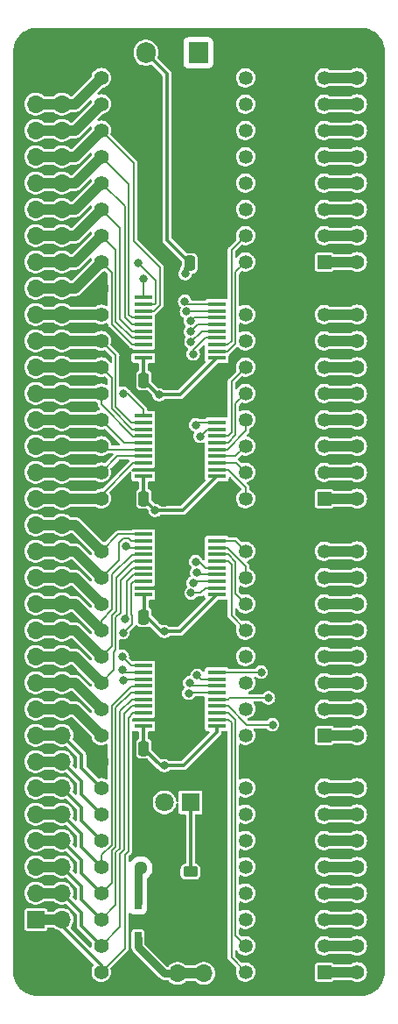
<source format=gtl>
%TF.GenerationSoftware,KiCad,Pcbnew,7.0.5*%
%TF.CreationDate,2024-01-28T12:41:20+02:00*%
%TF.ProjectId,Signal Tester Left,5369676e-616c-4205-9465-73746572204c,V0*%
%TF.SameCoordinates,Original*%
%TF.FileFunction,Copper,L1,Top*%
%TF.FilePolarity,Positive*%
%FSLAX46Y46*%
G04 Gerber Fmt 4.6, Leading zero omitted, Abs format (unit mm)*
G04 Created by KiCad (PCBNEW 7.0.5) date 2024-01-28 12:41:20*
%MOMM*%
%LPD*%
G01*
G04 APERTURE LIST*
G04 Aperture macros list*
%AMRoundRect*
0 Rectangle with rounded corners*
0 $1 Rounding radius*
0 $2 $3 $4 $5 $6 $7 $8 $9 X,Y pos of 4 corners*
0 Add a 4 corners polygon primitive as box body*
4,1,4,$2,$3,$4,$5,$6,$7,$8,$9,$2,$3,0*
0 Add four circle primitives for the rounded corners*
1,1,$1+$1,$2,$3*
1,1,$1+$1,$4,$5*
1,1,$1+$1,$6,$7*
1,1,$1+$1,$8,$9*
0 Add four rect primitives between the rounded corners*
20,1,$1+$1,$2,$3,$4,$5,0*
20,1,$1+$1,$4,$5,$6,$7,0*
20,1,$1+$1,$6,$7,$8,$9,0*
20,1,$1+$1,$8,$9,$2,$3,0*%
G04 Aperture macros list end*
%TA.AperFunction,SMDPad,CuDef*%
%ADD10R,1.800000X0.450000*%
%TD*%
%TA.AperFunction,SMDPad,CuDef*%
%ADD11RoundRect,0.250000X0.450000X-0.262500X0.450000X0.262500X-0.450000X0.262500X-0.450000X-0.262500X0*%
%TD*%
%TA.AperFunction,SMDPad,CuDef*%
%ADD12RoundRect,0.250000X0.250000X0.475000X-0.250000X0.475000X-0.250000X-0.475000X0.250000X-0.475000X0*%
%TD*%
%TA.AperFunction,ComponentPad*%
%ADD13C,1.350000*%
%TD*%
%TA.AperFunction,ComponentPad*%
%ADD14R,1.350000X1.350000*%
%TD*%
%TA.AperFunction,ComponentPad*%
%ADD15R,1.905000X2.000000*%
%TD*%
%TA.AperFunction,ComponentPad*%
%ADD16O,1.905000X2.000000*%
%TD*%
%TA.AperFunction,ComponentPad*%
%ADD17C,1.400000*%
%TD*%
%TA.AperFunction,SMDPad,CuDef*%
%ADD18R,0.750000X1.200000*%
%TD*%
%TA.AperFunction,ComponentPad*%
%ADD19R,1.700000X1.700000*%
%TD*%
%TA.AperFunction,ComponentPad*%
%ADD20O,1.700000X1.700000*%
%TD*%
%TA.AperFunction,ComponentPad*%
%ADD21R,1.800000X1.800000*%
%TD*%
%TA.AperFunction,ComponentPad*%
%ADD22C,1.800000*%
%TD*%
%TA.AperFunction,SMDPad,CuDef*%
%ADD23RoundRect,0.250000X-0.250000X-0.475000X0.250000X-0.475000X0.250000X0.475000X-0.250000X0.475000X0*%
%TD*%
%TA.AperFunction,ViaPad*%
%ADD24C,0.800000*%
%TD*%
%TA.AperFunction,ViaPad*%
%ADD25C,1.300000*%
%TD*%
%TA.AperFunction,Conductor*%
%ADD26C,0.200000*%
%TD*%
%TA.AperFunction,Conductor*%
%ADD27C,0.380000*%
%TD*%
%TA.AperFunction,Conductor*%
%ADD28C,0.750000*%
%TD*%
%TA.AperFunction,Conductor*%
%ADD29C,1.000000*%
%TD*%
G04 APERTURE END LIST*
D10*
%TO.P,IC2,20,5V*%
%TO.N,/5V*%
X40900000Y-95635000D03*
%TO.P,IC2,19,~{OE}*%
%TO.N,/GND*%
X40900000Y-94985000D03*
%TO.P,IC2,18,B0*%
%TO.N,/D8*%
X40900000Y-94335000D03*
%TO.P,IC2,17,B1*%
%TO.N,/D9*%
X40900000Y-93685000D03*
%TO.P,IC2,16,B2*%
%TO.N,/D10*%
X40900000Y-93035000D03*
%TO.P,IC2,15,B3*%
%TO.N,/D11*%
X40900000Y-92385000D03*
%TO.P,IC2,14,B4*%
%TO.N,/D12*%
X40900000Y-91735000D03*
%TO.P,IC2,13,B5*%
%TO.N,/D13*%
X40900000Y-91085000D03*
%TO.P,IC2,12,B6*%
%TO.N,/D14*%
X40900000Y-90435000D03*
%TO.P,IC2,11,B7*%
%TO.N,/D15*%
X40900000Y-89785000D03*
%TO.P,IC2,10,GND*%
%TO.N,/GND*%
X48000000Y-89785000D03*
%TO.P,IC2,9,A7*%
%TO.N,Net-(DS2-CATHODE_H)*%
X48000000Y-90435000D03*
%TO.P,IC2,8,A6*%
%TO.N,Net-(DS2-CATHODE_G)*%
X48000000Y-91085000D03*
%TO.P,IC2,7,A5*%
%TO.N,Net-(DS2-CATHODE_F)*%
X48000000Y-91735000D03*
%TO.P,IC2,6,A4*%
%TO.N,Net-(DS2-CATHODE_E)*%
X48000000Y-92385000D03*
%TO.P,IC2,5,A3*%
%TO.N,Net-(DS2-CATHODE_D)*%
X48000000Y-93035000D03*
%TO.P,IC2,4,A2*%
%TO.N,Net-(DS2-CATHODE_C)*%
X48000000Y-93685000D03*
%TO.P,IC2,3,A1*%
%TO.N,Net-(DS2-CATHODE_B)*%
X48000000Y-94335000D03*
%TO.P,IC2,2,A0*%
%TO.N,Net-(DS2-CATHODE_A)*%
X48000000Y-94985000D03*
%TO.P,IC2,1,DIR*%
%TO.N,/5V*%
X48000000Y-95635000D03*
%TD*%
D11*
%TO.P,R1,1*%
%TO.N,/GND*%
X45455999Y-124229500D03*
%TO.P,R1,2*%
%TO.N,Net-(LED1-K)*%
X45455999Y-122404500D03*
%TD*%
D12*
%TO.P,C5,2*%
%TO.N,/5V*%
X40944000Y-74930000D03*
%TO.P,C5,1*%
%TO.N,/GND*%
X42844000Y-74930000D03*
%TD*%
D13*
%TO.P,DS2,16,CATHODE_A*%
%TO.N,Net-(DS2-CATHODE_A)*%
X50800000Y-109220000D03*
%TO.P,DS2,15,CATHODE_B*%
%TO.N,Net-(DS2-CATHODE_B)*%
X50800000Y-106680000D03*
%TO.P,DS2,14,CATHODE_C*%
%TO.N,Net-(DS2-CATHODE_C)*%
X50800000Y-104140000D03*
%TO.P,DS2,13,CATHODE_D*%
%TO.N,Net-(DS2-CATHODE_D)*%
X50800000Y-101600000D03*
%TO.P,DS2,12,CATHODE_E*%
%TO.N,Net-(DS2-CATHODE_E)*%
X50800000Y-99060000D03*
%TO.P,DS2,11,CATHODE_F*%
%TO.N,Net-(DS2-CATHODE_F)*%
X50800000Y-96520000D03*
%TO.P,DS2,10,CATHODE_G*%
%TO.N,Net-(DS2-CATHODE_G)*%
X50800000Y-93980000D03*
%TO.P,DS2,9,CATHODE_H*%
%TO.N,Net-(DS2-CATHODE_H)*%
X50800000Y-91440000D03*
%TO.P,DS2,8,ANODE_H*%
%TO.N,Net-(DS2-ANODE_H)*%
X58420000Y-91440000D03*
%TO.P,DS2,7,ANODE_G*%
%TO.N,Net-(DS2-ANODE_G)*%
X58420000Y-93980000D03*
%TO.P,DS2,6,ANODE_F*%
%TO.N,Net-(DS2-ANODE_F)*%
X58420000Y-96520000D03*
%TO.P,DS2,5,ANODE_E*%
%TO.N,Net-(DS2-ANODE_E)*%
X58420000Y-99060000D03*
%TO.P,DS2,4,ANODE_D*%
%TO.N,Net-(DS2-ANODE_D)*%
X58420000Y-101600000D03*
%TO.P,DS2,3,ANODE_C*%
%TO.N,Net-(DS2-ANODE_C)*%
X58420000Y-104140000D03*
%TO.P,DS2,2,ANODE_B*%
%TO.N,Net-(DS2-ANODE_B)*%
X58420000Y-106680000D03*
D14*
%TO.P,DS2,1,ANODE_A*%
%TO.N,Net-(DS2-ANODE_A)*%
X58420000Y-109220000D03*
%TD*%
D15*
%TO.P,U1,1,IN*%
%TO.N,/12V Forward*%
X46228000Y-43307000D03*
D16*
%TO.P,U1,2,GND*%
%TO.N,/GND*%
X43688000Y-43307000D03*
%TO.P,U1,3,OUT*%
%TO.N,/5V*%
X41148000Y-43307000D03*
%TD*%
D17*
%TO.P,RN8,9,R8*%
%TO.N,/D24*%
X36830000Y-63500000D03*
%TO.P,RN8,8,R7*%
%TO.N,/D25*%
X36830000Y-60960000D03*
%TO.P,RN8,7,R6*%
%TO.N,/D26*%
X36830000Y-58420000D03*
%TO.P,RN8,6,R5*%
%TO.N,/D27*%
X36830000Y-55880000D03*
%TO.P,RN8,5,R4*%
%TO.N,/D28*%
X36830000Y-53340000D03*
%TO.P,RN8,4,R3*%
%TO.N,/D29*%
X36830000Y-50800000D03*
%TO.P,RN8,3,R2*%
%TO.N,/D30*%
X36830000Y-48260000D03*
%TO.P,RN8,2,R1*%
%TO.N,/D31*%
X36830000Y-45720000D03*
%TO.P,RN8,1,PC*%
%TO.N,/GND*%
X36830000Y-43180000D03*
%TD*%
D10*
%TO.P,IC1,20,5V*%
%TO.N,/5V*%
X40900000Y-108335000D03*
%TO.P,IC1,19,~{OE}*%
%TO.N,/GND*%
X40900000Y-107685000D03*
%TO.P,IC1,18,B0*%
%TO.N,/D0*%
X40900000Y-107035000D03*
%TO.P,IC1,17,B1*%
%TO.N,/D1*%
X40900000Y-106385000D03*
%TO.P,IC1,16,B2*%
%TO.N,/D2*%
X40900000Y-105735000D03*
%TO.P,IC1,15,B3*%
%TO.N,/D3*%
X40900000Y-105085000D03*
%TO.P,IC1,14,B4*%
%TO.N,/D4*%
X40900000Y-104435000D03*
%TO.P,IC1,13,B5*%
%TO.N,/D5*%
X40900000Y-103785000D03*
%TO.P,IC1,12,B6*%
%TO.N,/D6*%
X40900000Y-103135000D03*
%TO.P,IC1,11,B7*%
%TO.N,/D7*%
X40900000Y-102485000D03*
%TO.P,IC1,10,GND*%
%TO.N,/GND*%
X48000000Y-102485000D03*
%TO.P,IC1,9,A7*%
%TO.N,Net-(DS1-CATHODE_H)*%
X48000000Y-103135000D03*
%TO.P,IC1,8,A6*%
%TO.N,Net-(DS1-CATHODE_G)*%
X48000000Y-103785000D03*
%TO.P,IC1,7,A5*%
%TO.N,Net-(DS1-CATHODE_F)*%
X48000000Y-104435000D03*
%TO.P,IC1,6,A4*%
%TO.N,Net-(DS1-CATHODE_E)*%
X48000000Y-105085000D03*
%TO.P,IC1,5,A3*%
%TO.N,Net-(DS1-CATHODE_D)*%
X48000000Y-105735000D03*
%TO.P,IC1,4,A2*%
%TO.N,Net-(DS1-CATHODE_C)*%
X48000000Y-106385000D03*
%TO.P,IC1,3,A1*%
%TO.N,Net-(DS1-CATHODE_B)*%
X48000000Y-107035000D03*
%TO.P,IC1,2,A0*%
%TO.N,Net-(DS1-CATHODE_A)*%
X48000000Y-107685000D03*
%TO.P,IC1,1,DIR*%
%TO.N,/5V*%
X48000000Y-108335000D03*
%TD*%
D17*
%TO.P,RN5,9,R8*%
%TO.N,Net-(DS3-ANODE_A)*%
X61595000Y-86360000D03*
%TO.P,RN5,8,R7*%
%TO.N,Net-(DS3-ANODE_B)*%
X61595000Y-83820000D03*
%TO.P,RN5,7,R6*%
%TO.N,Net-(DS3-ANODE_C)*%
X61595000Y-81280000D03*
%TO.P,RN5,6,R5*%
%TO.N,Net-(DS3-ANODE_D)*%
X61595000Y-78740000D03*
%TO.P,RN5,5,R4*%
%TO.N,Net-(DS3-ANODE_E)*%
X61595000Y-76200000D03*
%TO.P,RN5,4,R3*%
%TO.N,Net-(DS3-ANODE_F)*%
X61595000Y-73660000D03*
%TO.P,RN5,3,R2*%
%TO.N,Net-(DS3-ANODE_G)*%
X61595000Y-71120000D03*
%TO.P,RN5,2,R1*%
%TO.N,Net-(DS3-ANODE_H)*%
X61595000Y-68580000D03*
%TO.P,RN5,1,PC*%
%TO.N,/GND*%
X61595000Y-66040000D03*
%TD*%
D18*
%TO.P,D3,1*%
%TO.N,/12V Forward*%
X40386000Y-125427001D03*
%TO.P,D3,2*%
%TO.N,Net-(J2-Pin_3)*%
X40386000Y-128827001D03*
%TD*%
D17*
%TO.P,RN1,9,R8*%
%TO.N,Net-(DS1-ANODE_A)*%
X61595000Y-132080000D03*
%TO.P,RN1,8,R7*%
%TO.N,Net-(DS1-ANODE_B)*%
X61595000Y-129540000D03*
%TO.P,RN1,7,R6*%
%TO.N,Net-(DS1-ANODE_C)*%
X61595000Y-127000000D03*
%TO.P,RN1,6,R5*%
%TO.N,Net-(DS1-ANODE_D)*%
X61595000Y-124460000D03*
%TO.P,RN1,5,R4*%
%TO.N,Net-(DS1-ANODE_E)*%
X61595000Y-121920000D03*
%TO.P,RN1,4,R3*%
%TO.N,Net-(DS1-ANODE_F)*%
X61595000Y-119380000D03*
%TO.P,RN1,3,R2*%
%TO.N,Net-(DS1-ANODE_G)*%
X61595000Y-116840000D03*
%TO.P,RN1,2,R1*%
%TO.N,Net-(DS1-ANODE_H)*%
X61595000Y-114300000D03*
%TO.P,RN1,1,PC*%
%TO.N,/GND*%
X61595000Y-111760000D03*
%TD*%
D13*
%TO.P,DS3,16,CATHODE_A*%
%TO.N,Net-(DS3-CATHODE_A)*%
X50800000Y-86359999D03*
%TO.P,DS3,15,CATHODE_B*%
%TO.N,Net-(DS3-CATHODE_B)*%
X50800000Y-83819999D03*
%TO.P,DS3,14,CATHODE_C*%
%TO.N,Net-(DS3-CATHODE_C)*%
X50800000Y-81279999D03*
%TO.P,DS3,13,CATHODE_D*%
%TO.N,Net-(DS3-CATHODE_D)*%
X50800000Y-78739999D03*
%TO.P,DS3,12,CATHODE_E*%
%TO.N,Net-(DS3-CATHODE_E)*%
X50800000Y-76199999D03*
%TO.P,DS3,11,CATHODE_F*%
%TO.N,Net-(DS3-CATHODE_F)*%
X50800000Y-73659999D03*
%TO.P,DS3,10,CATHODE_G*%
%TO.N,Net-(DS3-CATHODE_G)*%
X50800000Y-71119999D03*
%TO.P,DS3,9,CATHODE_H*%
%TO.N,Net-(DS3-CATHODE_H)*%
X50800000Y-68579999D03*
%TO.P,DS3,8,ANODE_H*%
%TO.N,Net-(DS3-ANODE_H)*%
X58420000Y-68579999D03*
%TO.P,DS3,7,ANODE_G*%
%TO.N,Net-(DS3-ANODE_G)*%
X58420000Y-71119999D03*
%TO.P,DS3,6,ANODE_F*%
%TO.N,Net-(DS3-ANODE_F)*%
X58420000Y-73659999D03*
%TO.P,DS3,5,ANODE_E*%
%TO.N,Net-(DS3-ANODE_E)*%
X58420000Y-76199999D03*
%TO.P,DS3,4,ANODE_D*%
%TO.N,Net-(DS3-ANODE_D)*%
X58420000Y-78739999D03*
%TO.P,DS3,3,ANODE_C*%
%TO.N,Net-(DS3-ANODE_C)*%
X58420000Y-81279999D03*
%TO.P,DS3,2,ANODE_B*%
%TO.N,Net-(DS3-ANODE_B)*%
X58420000Y-83819999D03*
D14*
%TO.P,DS3,1,ANODE_A*%
%TO.N,Net-(DS3-ANODE_A)*%
X58420000Y-86359999D03*
%TD*%
D12*
%TO.P,C6,2*%
%TO.N,/5V*%
X40944000Y-110490000D03*
%TO.P,C6,1*%
%TO.N,/GND*%
X42844000Y-110490000D03*
%TD*%
D19*
%TO.P,J2,1,Pin_1*%
%TO.N,/GND*%
X46736000Y-129667002D03*
D20*
%TO.P,J2,2,Pin_2*%
X44196000Y-129667002D03*
%TO.P,J2,3,Pin_3*%
%TO.N,Net-(J2-Pin_3)*%
X46736000Y-132207002D03*
%TO.P,J2,4,Pin_4*%
X44196000Y-132207002D03*
%TD*%
D10*
%TO.P,IC3,20,5V*%
%TO.N,/5V*%
X40899999Y-84205000D03*
%TO.P,IC3,19,~{OE}*%
%TO.N,/GND*%
X40899999Y-83555000D03*
%TO.P,IC3,18,B0*%
%TO.N,/D16*%
X40899999Y-82905000D03*
%TO.P,IC3,17,B1*%
%TO.N,/D17*%
X40899999Y-82255000D03*
%TO.P,IC3,16,B2*%
%TO.N,/D18*%
X40899999Y-81605000D03*
%TO.P,IC3,15,B3*%
%TO.N,/D19*%
X40899999Y-80955000D03*
%TO.P,IC3,14,B4*%
%TO.N,/D20*%
X40899999Y-80305000D03*
%TO.P,IC3,13,B5*%
%TO.N,/D21*%
X40899999Y-79655000D03*
%TO.P,IC3,12,B6*%
%TO.N,/D22*%
X40899999Y-79005000D03*
%TO.P,IC3,11,B7*%
%TO.N,/D23*%
X40899999Y-78355000D03*
%TO.P,IC3,10,GND*%
%TO.N,/GND*%
X47999999Y-78355000D03*
%TO.P,IC3,9,A7*%
%TO.N,Net-(DS3-CATHODE_H)*%
X47999999Y-79005000D03*
%TO.P,IC3,8,A6*%
%TO.N,Net-(DS3-CATHODE_G)*%
X47999999Y-79655000D03*
%TO.P,IC3,7,A5*%
%TO.N,Net-(DS3-CATHODE_F)*%
X47999999Y-80305000D03*
%TO.P,IC3,6,A4*%
%TO.N,Net-(DS3-CATHODE_E)*%
X47999999Y-80955000D03*
%TO.P,IC3,5,A3*%
%TO.N,Net-(DS3-CATHODE_D)*%
X47999999Y-81605000D03*
%TO.P,IC3,4,A2*%
%TO.N,Net-(DS3-CATHODE_C)*%
X47999999Y-82255000D03*
%TO.P,IC3,3,A1*%
%TO.N,Net-(DS3-CATHODE_B)*%
X47999999Y-82905000D03*
%TO.P,IC3,2,A0*%
%TO.N,Net-(DS3-CATHODE_A)*%
X47999999Y-83555000D03*
%TO.P,IC3,1,DIR*%
%TO.N,/5V*%
X47999999Y-84205000D03*
%TD*%
%TO.P,IC4,20,5V*%
%TO.N,/5V*%
X40900000Y-72775000D03*
%TO.P,IC4,19,~{OE}*%
%TO.N,/GND*%
X40900000Y-72125000D03*
%TO.P,IC4,18,B0*%
%TO.N,/D24*%
X40900000Y-71475000D03*
%TO.P,IC4,17,B1*%
%TO.N,/D25*%
X40900000Y-70825000D03*
%TO.P,IC4,16,B2*%
%TO.N,/D26*%
X40900000Y-70175000D03*
%TO.P,IC4,15,B3*%
%TO.N,/D27*%
X40900000Y-69525000D03*
%TO.P,IC4,14,B4*%
%TO.N,/D28*%
X40900000Y-68875000D03*
%TO.P,IC4,13,B5*%
%TO.N,/D29*%
X40900000Y-68225000D03*
%TO.P,IC4,12,B6*%
%TO.N,/D30*%
X40900000Y-67575000D03*
%TO.P,IC4,11,B7*%
%TO.N,/D31*%
X40900000Y-66925000D03*
%TO.P,IC4,10,GND*%
%TO.N,/GND*%
X48000000Y-66925000D03*
%TO.P,IC4,9,A7*%
%TO.N,Net-(DS4-CATHODE_H)*%
X48000000Y-67575000D03*
%TO.P,IC4,8,A6*%
%TO.N,Net-(DS4-CATHODE_G)*%
X48000000Y-68225000D03*
%TO.P,IC4,7,A5*%
%TO.N,Net-(DS4-CATHODE_F)*%
X48000000Y-68875000D03*
%TO.P,IC4,6,A4*%
%TO.N,Net-(DS4-CATHODE_E)*%
X48000000Y-69525000D03*
%TO.P,IC4,5,A3*%
%TO.N,Net-(DS4-CATHODE_D)*%
X48000000Y-70175000D03*
%TO.P,IC4,4,A2*%
%TO.N,Net-(DS4-CATHODE_C)*%
X48000000Y-70825000D03*
%TO.P,IC4,3,A1*%
%TO.N,Net-(DS4-CATHODE_B)*%
X48000000Y-71475000D03*
%TO.P,IC4,2,A0*%
%TO.N,Net-(DS4-CATHODE_A)*%
X48000000Y-72125000D03*
%TO.P,IC4,1,DIR*%
%TO.N,/5V*%
X48000000Y-72775000D03*
%TD*%
D12*
%TO.P,C3,2*%
%TO.N,/5V*%
X40944000Y-86360000D03*
%TO.P,C3,1*%
%TO.N,/GND*%
X42844000Y-86360000D03*
%TD*%
D13*
%TO.P,DS4,16,CATHODE_A*%
%TO.N,Net-(DS4-CATHODE_A)*%
X50800000Y-63499999D03*
%TO.P,DS4,15,CATHODE_B*%
%TO.N,Net-(DS4-CATHODE_B)*%
X50800000Y-60959999D03*
%TO.P,DS4,14,CATHODE_C*%
%TO.N,Net-(DS4-CATHODE_C)*%
X50800000Y-58419999D03*
%TO.P,DS4,13,CATHODE_D*%
%TO.N,Net-(DS4-CATHODE_D)*%
X50800000Y-55879999D03*
%TO.P,DS4,12,CATHODE_E*%
%TO.N,Net-(DS4-CATHODE_E)*%
X50800000Y-53339999D03*
%TO.P,DS4,11,CATHODE_F*%
%TO.N,Net-(DS4-CATHODE_F)*%
X50800000Y-50799999D03*
%TO.P,DS4,10,CATHODE_G*%
%TO.N,Net-(DS4-CATHODE_G)*%
X50800000Y-48259999D03*
%TO.P,DS4,9,CATHODE_H*%
%TO.N,Net-(DS4-CATHODE_H)*%
X50800000Y-45719999D03*
%TO.P,DS4,8,ANODE_H*%
%TO.N,Net-(DS4-ANODE_H)*%
X58420000Y-45719999D03*
%TO.P,DS4,7,ANODE_G*%
%TO.N,Net-(DS4-ANODE_G)*%
X58420000Y-48259999D03*
%TO.P,DS4,6,ANODE_F*%
%TO.N,Net-(DS4-ANODE_F)*%
X58420000Y-50799999D03*
%TO.P,DS4,5,ANODE_E*%
%TO.N,Net-(DS4-ANODE_E)*%
X58420000Y-53339999D03*
%TO.P,DS4,4,ANODE_D*%
%TO.N,Net-(DS4-ANODE_D)*%
X58420000Y-55879999D03*
%TO.P,DS4,3,ANODE_C*%
%TO.N,Net-(DS4-ANODE_C)*%
X58420000Y-58419999D03*
%TO.P,DS4,2,ANODE_B*%
%TO.N,Net-(DS4-ANODE_B)*%
X58420000Y-60959999D03*
D14*
%TO.P,DS4,1,ANODE_A*%
%TO.N,Net-(DS4-ANODE_A)*%
X58420000Y-63499999D03*
%TD*%
D12*
%TO.P,C4,2*%
%TO.N,/5V*%
X40944000Y-97790000D03*
%TO.P,C4,1*%
%TO.N,/GND*%
X42844000Y-97790000D03*
%TD*%
D14*
%TO.P,DS1,1,ANODE_A*%
%TO.N,Net-(DS1-ANODE_A)*%
X58420000Y-132080000D03*
D13*
%TO.P,DS1,2,ANODE_B*%
%TO.N,Net-(DS1-ANODE_B)*%
X58420000Y-129540000D03*
%TO.P,DS1,3,ANODE_C*%
%TO.N,Net-(DS1-ANODE_C)*%
X58420000Y-127000000D03*
%TO.P,DS1,4,ANODE_D*%
%TO.N,Net-(DS1-ANODE_D)*%
X58420000Y-124460000D03*
%TO.P,DS1,5,ANODE_E*%
%TO.N,Net-(DS1-ANODE_E)*%
X58420000Y-121920000D03*
%TO.P,DS1,6,ANODE_F*%
%TO.N,Net-(DS1-ANODE_F)*%
X58420000Y-119380000D03*
%TO.P,DS1,7,ANODE_G*%
%TO.N,Net-(DS1-ANODE_G)*%
X58420000Y-116840000D03*
%TO.P,DS1,8,ANODE_H*%
%TO.N,Net-(DS1-ANODE_H)*%
X58420000Y-114300000D03*
%TO.P,DS1,9,CATHODE_H*%
%TO.N,Net-(DS1-CATHODE_H)*%
X50800000Y-114300000D03*
%TO.P,DS1,10,CATHODE_G*%
%TO.N,Net-(DS1-CATHODE_G)*%
X50800000Y-116840000D03*
%TO.P,DS1,11,CATHODE_F*%
%TO.N,Net-(DS1-CATHODE_F)*%
X50800000Y-119380000D03*
%TO.P,DS1,12,CATHODE_E*%
%TO.N,Net-(DS1-CATHODE_E)*%
X50800000Y-121920000D03*
%TO.P,DS1,13,CATHODE_D*%
%TO.N,Net-(DS1-CATHODE_D)*%
X50800000Y-124460000D03*
%TO.P,DS1,14,CATHODE_C*%
%TO.N,Net-(DS1-CATHODE_C)*%
X50800000Y-127000000D03*
%TO.P,DS1,15,CATHODE_B*%
%TO.N,Net-(DS1-CATHODE_B)*%
X50800000Y-129540000D03*
%TO.P,DS1,16,CATHODE_A*%
%TO.N,Net-(DS1-CATHODE_A)*%
X50800000Y-132080000D03*
%TD*%
D17*
%TO.P,RN4,9,R8*%
%TO.N,/D8*%
X36830000Y-109220000D03*
%TO.P,RN4,8,R7*%
%TO.N,/D9*%
X36830000Y-106680000D03*
%TO.P,RN4,7,R6*%
%TO.N,/D10*%
X36830000Y-104140000D03*
%TO.P,RN4,6,R5*%
%TO.N,/D11*%
X36830000Y-101600000D03*
%TO.P,RN4,5,R4*%
%TO.N,/D12*%
X36830000Y-99060000D03*
%TO.P,RN4,4,R3*%
%TO.N,/D13*%
X36830000Y-96520000D03*
%TO.P,RN4,3,R2*%
%TO.N,/D14*%
X36830000Y-93980000D03*
%TO.P,RN4,2,R1*%
%TO.N,/D15*%
X36830000Y-91440000D03*
%TO.P,RN4,1,PC*%
%TO.N,/GND*%
X36830000Y-88900000D03*
%TD*%
%TO.P,RN2,9,R8*%
%TO.N,/D0*%
X36830000Y-132080000D03*
%TO.P,RN2,8,R7*%
%TO.N,/D1*%
X36830000Y-129540000D03*
%TO.P,RN2,7,R6*%
%TO.N,/D2*%
X36830000Y-127000000D03*
%TO.P,RN2,6,R5*%
%TO.N,/D3*%
X36830000Y-124460000D03*
%TO.P,RN2,5,R4*%
%TO.N,/D4*%
X36830000Y-121920000D03*
%TO.P,RN2,4,R3*%
%TO.N,/D5*%
X36830000Y-119380000D03*
%TO.P,RN2,3,R2*%
%TO.N,/D6*%
X36830000Y-116840000D03*
%TO.P,RN2,2,R1*%
%TO.N,/D7*%
X36830000Y-114300000D03*
%TO.P,RN2,1,PC*%
%TO.N,/GND*%
X36830000Y-111760000D03*
%TD*%
D21*
%TO.P,LED1,1,K*%
%TO.N,Net-(LED1-K)*%
X45470999Y-115697001D03*
D22*
%TO.P,LED1,2,A*%
%TO.N,/5V*%
X42930999Y-115697001D03*
%TD*%
D17*
%TO.P,RN3,9,R8*%
%TO.N,Net-(DS2-ANODE_A)*%
X61595000Y-109220000D03*
%TO.P,RN3,8,R7*%
%TO.N,Net-(DS2-ANODE_B)*%
X61595000Y-106680000D03*
%TO.P,RN3,7,R6*%
%TO.N,Net-(DS2-ANODE_C)*%
X61595000Y-104140000D03*
%TO.P,RN3,6,R5*%
%TO.N,Net-(DS2-ANODE_D)*%
X61595000Y-101600000D03*
%TO.P,RN3,5,R4*%
%TO.N,Net-(DS2-ANODE_E)*%
X61595000Y-99060000D03*
%TO.P,RN3,4,R3*%
%TO.N,Net-(DS2-ANODE_F)*%
X61595000Y-96520000D03*
%TO.P,RN3,3,R2*%
%TO.N,Net-(DS2-ANODE_G)*%
X61595000Y-93980000D03*
%TO.P,RN3,2,R1*%
%TO.N,Net-(DS2-ANODE_H)*%
X61595000Y-91440000D03*
%TO.P,RN3,1,PC*%
%TO.N,/GND*%
X61595000Y-88900000D03*
%TD*%
%TO.P,RN7,9,R8*%
%TO.N,Net-(DS4-ANODE_A)*%
X61595000Y-63500000D03*
%TO.P,RN7,8,R7*%
%TO.N,Net-(DS4-ANODE_B)*%
X61595000Y-60960000D03*
%TO.P,RN7,7,R6*%
%TO.N,Net-(DS4-ANODE_C)*%
X61595000Y-58420000D03*
%TO.P,RN7,6,R5*%
%TO.N,Net-(DS4-ANODE_D)*%
X61595000Y-55880000D03*
%TO.P,RN7,5,R4*%
%TO.N,Net-(DS4-ANODE_E)*%
X61595000Y-53340000D03*
%TO.P,RN7,4,R3*%
%TO.N,Net-(DS4-ANODE_F)*%
X61595000Y-50800000D03*
%TO.P,RN7,3,R2*%
%TO.N,Net-(DS4-ANODE_G)*%
X61595000Y-48260000D03*
%TO.P,RN7,2,R1*%
%TO.N,Net-(DS4-ANODE_H)*%
X61595000Y-45720000D03*
%TO.P,RN7,1,PC*%
%TO.N,/GND*%
X61595000Y-43180000D03*
%TD*%
%TO.P,RN6,9,R8*%
%TO.N,/D16*%
X36830000Y-86360000D03*
%TO.P,RN6,8,R7*%
%TO.N,/D17*%
X36830000Y-83820000D03*
%TO.P,RN6,7,R6*%
%TO.N,/D18*%
X36830000Y-81280000D03*
%TO.P,RN6,6,R5*%
%TO.N,/D19*%
X36830000Y-78740000D03*
%TO.P,RN6,5,R4*%
%TO.N,/D20*%
X36830000Y-76200000D03*
%TO.P,RN6,4,R3*%
%TO.N,/D21*%
X36830000Y-73660000D03*
%TO.P,RN6,3,R2*%
%TO.N,/D22*%
X36830000Y-71120000D03*
%TO.P,RN6,2,R1*%
%TO.N,/D23*%
X36830000Y-68580000D03*
%TO.P,RN6,1,PC*%
%TO.N,/GND*%
X36830000Y-66040000D03*
%TD*%
D23*
%TO.P,C1,1*%
%TO.N,/5V*%
X45421000Y-63627000D03*
%TO.P,C1,2*%
%TO.N,/GND*%
X47321000Y-63627000D03*
%TD*%
D20*
%TO.P,J3,64,Pin_64*%
%TO.N,/D31*%
X33020000Y-48260000D03*
%TO.P,J3,63,Pin_63*%
X30480000Y-48260000D03*
%TO.P,J3,62,Pin_62*%
%TO.N,/D30*%
X33020000Y-50800000D03*
%TO.P,J3,61,Pin_61*%
X30480000Y-50800000D03*
%TO.P,J3,60,Pin_60*%
%TO.N,/D29*%
X33020000Y-53340000D03*
%TO.P,J3,59,Pin_59*%
X30480000Y-53340000D03*
%TO.P,J3,58,Pin_58*%
%TO.N,/D28*%
X33020000Y-55880000D03*
%TO.P,J3,57,Pin_57*%
X30480000Y-55880000D03*
%TO.P,J3,56,Pin_56*%
%TO.N,/D27*%
X33020000Y-58420000D03*
%TO.P,J3,55,Pin_55*%
X30480000Y-58420000D03*
%TO.P,J3,54,Pin_54*%
%TO.N,/D26*%
X33020000Y-60960000D03*
%TO.P,J3,53,Pin_53*%
X30480000Y-60960000D03*
%TO.P,J3,52,Pin_52*%
%TO.N,/D25*%
X33020000Y-63500000D03*
%TO.P,J3,51,Pin_51*%
X30480000Y-63500000D03*
%TO.P,J3,50,Pin_50*%
%TO.N,/D24*%
X33020000Y-66040000D03*
%TO.P,J3,49,Pin_49*%
X30480000Y-66040000D03*
%TO.P,J3,48,Pin_48*%
%TO.N,/D23*%
X33020000Y-68580000D03*
%TO.P,J3,47,Pin_47*%
X30480000Y-68580000D03*
%TO.P,J3,46,Pin_46*%
%TO.N,/D22*%
X33020000Y-71120000D03*
%TO.P,J3,45,Pin_45*%
X30480000Y-71120000D03*
%TO.P,J3,44,Pin_44*%
%TO.N,/D21*%
X33020000Y-73660000D03*
%TO.P,J3,43,Pin_43*%
X30480000Y-73660000D03*
%TO.P,J3,42,Pin_42*%
%TO.N,/D20*%
X33020000Y-76200000D03*
%TO.P,J3,41,Pin_41*%
X30480000Y-76200000D03*
%TO.P,J3,40,Pin_40*%
%TO.N,/D19*%
X33020000Y-78740000D03*
%TO.P,J3,39,Pin_39*%
X30480000Y-78740000D03*
%TO.P,J3,38,Pin_38*%
%TO.N,/D18*%
X33020000Y-81280000D03*
%TO.P,J3,37,Pin_37*%
X30480000Y-81280000D03*
%TO.P,J3,36,Pin_36*%
%TO.N,/D17*%
X33020000Y-83820000D03*
%TO.P,J3,35,Pin_35*%
X30480000Y-83820000D03*
%TO.P,J3,34,Pin_34*%
%TO.N,/D16*%
X33020000Y-86360000D03*
%TO.P,J3,33,Pin_33*%
X30480000Y-86360000D03*
%TO.P,J3,32,Pin_32*%
%TO.N,/D15*%
X33020000Y-88900000D03*
%TO.P,J3,31,Pin_31*%
X30480000Y-88900000D03*
%TO.P,J3,30,Pin_30*%
%TO.N,/D14*%
X33020000Y-91440000D03*
%TO.P,J3,29,Pin_29*%
X30480000Y-91440000D03*
%TO.P,J3,28,Pin_28*%
%TO.N,/D13*%
X33020000Y-93980000D03*
%TO.P,J3,27,Pin_27*%
X30480000Y-93980000D03*
%TO.P,J3,26,Pin_26*%
%TO.N,/D12*%
X33020000Y-96520000D03*
%TO.P,J3,25,Pin_25*%
X30480000Y-96520000D03*
%TO.P,J3,24,Pin_24*%
%TO.N,/D11*%
X33020000Y-99060000D03*
%TO.P,J3,23,Pin_23*%
X30480000Y-99060000D03*
%TO.P,J3,22,Pin_22*%
%TO.N,/D10*%
X33020000Y-101600000D03*
%TO.P,J3,21,Pin_21*%
X30480000Y-101600000D03*
%TO.P,J3,20,Pin_20*%
%TO.N,/D9*%
X33020000Y-104140000D03*
%TO.P,J3,19,Pin_19*%
X30480000Y-104140000D03*
%TO.P,J3,18,Pin_18*%
%TO.N,/D8*%
X33020000Y-106680000D03*
%TO.P,J3,17,Pin_17*%
X30480000Y-106680000D03*
%TO.P,J3,16,Pin_16*%
%TO.N,/D7*%
X33020000Y-109220000D03*
%TO.P,J3,15,Pin_15*%
X30480000Y-109220000D03*
%TO.P,J3,14,Pin_14*%
%TO.N,/D6*%
X33020000Y-111760000D03*
%TO.P,J3,13,Pin_13*%
X30480000Y-111760000D03*
%TO.P,J3,12,Pin_12*%
%TO.N,/D5*%
X33020000Y-114300000D03*
%TO.P,J3,11,Pin_11*%
X30480000Y-114300000D03*
%TO.P,J3,10,Pin_10*%
%TO.N,/D4*%
X33020000Y-116840000D03*
%TO.P,J3,9,Pin_9*%
X30480000Y-116840000D03*
%TO.P,J3,8,Pin_8*%
%TO.N,/D3*%
X33020000Y-119380000D03*
%TO.P,J3,7,Pin_7*%
X30480000Y-119380000D03*
%TO.P,J3,6,Pin_6*%
%TO.N,/D2*%
X33020000Y-121920000D03*
%TO.P,J3,5,Pin_5*%
X30480000Y-121920000D03*
%TO.P,J3,4,Pin_4*%
%TO.N,/D1*%
X33020000Y-124460000D03*
%TO.P,J3,3,Pin_3*%
X30480000Y-124460000D03*
%TO.P,J3,2,Pin_2*%
%TO.N,/D0*%
X33020000Y-127000000D03*
D19*
%TO.P,J3,1,Pin_1*%
X30480000Y-127000000D03*
%TD*%
D24*
%TO.N,/5V*%
X44944994Y-64642996D03*
D25*
%TO.N,/12V Forward*%
X40640000Y-122047000D03*
D24*
%TO.N,/5V*%
X42925998Y-112141000D03*
X42418000Y-76327000D03*
X42040000Y-87503000D03*
X42926000Y-99187000D03*
%TO.N,/GND*%
X42843999Y-85471000D03*
X42843999Y-88900000D03*
X43815000Y-73913999D03*
X43720999Y-113284000D03*
X43716000Y-96596923D03*
X43716000Y-101636298D03*
X41402000Y-126873006D03*
X43716000Y-109093000D03*
X43434000Y-77343000D03*
%TO.N,Net-(DS1-CATHODE_H)*%
X52298600Y-103124000D03*
%TO.N,Net-(DS1-CATHODE_G)*%
X46101000Y-103428800D03*
%TO.N,Net-(DS1-CATHODE_F)*%
X45389799Y-104140000D03*
%TO.N,Net-(DS1-CATHODE_E)*%
X45288200Y-105156000D03*
%TO.N,Net-(DS1-CATHODE_D)*%
X52998600Y-105604294D03*
%TO.N,Net-(DS1-CATHODE_C)*%
X53398600Y-108193894D03*
%TO.N,Net-(DS2-CATHODE_D)*%
X45974000Y-92455999D03*
%TO.N,Net-(DS2-CATHODE_C)*%
X46050524Y-93522475D03*
%TO.N,Net-(DS2-CATHODE_B)*%
X45720000Y-94487999D03*
%TO.N,Net-(DS2-CATHODE_A)*%
X45521112Y-95468025D03*
%TO.N,Net-(DS3-CATHODE_H)*%
X45974000Y-79248000D03*
%TO.N,Net-(DS3-CATHODE_G)*%
X46403774Y-80332668D03*
%TO.N,Net-(DS4-CATHODE_H)*%
X44898805Y-67311427D03*
%TO.N,Net-(DS4-CATHODE_G)*%
X45065872Y-68297376D03*
%TO.N,Net-(DS4-CATHODE_F)*%
X45468985Y-69212529D03*
%TO.N,Net-(DS4-CATHODE_E)*%
X45441859Y-70229604D03*
%TO.N,Net-(DS4-CATHODE_D)*%
X45507608Y-71227442D03*
%TO.N,Net-(DS4-CATHODE_C)*%
X45726782Y-72394188D03*
%TO.N,/D5*%
X38989000Y-103886000D03*
%TO.N,/D6*%
X38889441Y-102890966D03*
%TO.N,/D7*%
X38861998Y-101600000D03*
%TO.N,/D8*%
X38930000Y-99314002D03*
%TO.N,/D9*%
X39091533Y-97975897D03*
%TO.N,/D13*%
X39211439Y-90932155D03*
%TO.N,/D23*%
X38930000Y-76193480D03*
%TO.N,/D30*%
X40386000Y-63627000D03*
%TO.N,/D31*%
X40894000Y-65151000D03*
%TD*%
D26*
%TO.N,/D12*%
X36830000Y-98116107D02*
X36830000Y-99060000D01*
X37893502Y-97052605D02*
X36830000Y-98116107D01*
X37893502Y-93704999D02*
X37893502Y-97052605D01*
X39813502Y-91785000D02*
X37893502Y-93704999D01*
%TO.N,/D8*%
X39791533Y-98452469D02*
X38930000Y-99314002D01*
X39791533Y-97685947D02*
X39791533Y-98452469D01*
X39998502Y-94335000D02*
X39700000Y-94633502D01*
X40963502Y-94335000D02*
X39998502Y-94335000D01*
%TO.N,/D9*%
X39285787Y-97781643D02*
X39091533Y-97975897D01*
X39285787Y-94372029D02*
X39285787Y-97781643D01*
X39972816Y-93685000D02*
X39285787Y-94372029D01*
X40963502Y-93685000D02*
X39972816Y-93685000D01*
%TO.N,/D10*%
X38230000Y-97847479D02*
X38693502Y-97383976D01*
X38230000Y-100988050D02*
X38230000Y-97847479D01*
X38693502Y-97383976D02*
X38693502Y-94263870D01*
X38035000Y-101183050D02*
X38230000Y-100988050D01*
X38035000Y-102935000D02*
X38035000Y-101183050D01*
X36830000Y-104140000D02*
X38035000Y-102935000D01*
%TO.N,/D11*%
X37830000Y-100599999D02*
X36830000Y-101599999D01*
X38293502Y-97218291D02*
X37830000Y-97681793D01*
X38293502Y-93971182D02*
X38293502Y-97218291D01*
X40963502Y-92385000D02*
X39879685Y-92384999D01*
X37830000Y-97681793D02*
X37830000Y-100599999D01*
%TO.N,/D12*%
X40913502Y-91785000D02*
X39813502Y-91785000D01*
%TO.N,/D11*%
X39879685Y-92384999D02*
X38293502Y-93971182D01*
%TO.N,/D10*%
X39922372Y-93035000D02*
X40963502Y-93035000D01*
X38693502Y-94263870D02*
X39922372Y-93035000D01*
%TO.N,/D8*%
X39700000Y-94633502D02*
X39700000Y-97594414D01*
X39700000Y-97594414D02*
X39791533Y-97685947D01*
%TO.N,/D3*%
X39695001Y-105084999D02*
X40899999Y-105084999D01*
X38229999Y-106550001D02*
X39695001Y-105084999D01*
X38229999Y-119959900D02*
X38229999Y-106550001D01*
X37830001Y-120359897D02*
X38229999Y-119959900D01*
X36830000Y-124459999D02*
X37829999Y-123460000D01*
%TO.N,/D4*%
X37829999Y-106384315D02*
X39729314Y-104485000D01*
%TO.N,/D3*%
X37829999Y-123460000D02*
X37830001Y-120359897D01*
%TO.N,/D4*%
X37829999Y-119794215D02*
X37829999Y-106384315D01*
X39729314Y-104485000D02*
X40850000Y-104485000D01*
X36830000Y-120794214D02*
X37829999Y-119794215D01*
X36830000Y-121920000D02*
X36830000Y-120794214D01*
%TO.N,/D2*%
X39800000Y-105735000D02*
X40900000Y-105735000D01*
X38629999Y-106904999D02*
X39800000Y-105735000D01*
X38629999Y-120125585D02*
X38629999Y-106904999D01*
X38230000Y-120525583D02*
X38629999Y-120125585D01*
X38230000Y-125600000D02*
X38230000Y-120525583D01*
X36830000Y-127000000D02*
X38230000Y-125600000D01*
%TO.N,/D1*%
X38630000Y-127739999D02*
X36830000Y-129539999D01*
X38630000Y-120691269D02*
X38630000Y-127739999D01*
X39029999Y-120291270D02*
X38630000Y-120691269D01*
X39029999Y-107147001D02*
X39029999Y-120291270D01*
X39792001Y-106384999D02*
X39029999Y-107147001D01*
X40899999Y-106384999D02*
X39792001Y-106384999D01*
D27*
%TO.N,/5V*%
X43180000Y-45339000D02*
X41148000Y-43307000D01*
X45421000Y-63627000D02*
X43180000Y-61386000D01*
X43180000Y-61386000D02*
X43180000Y-45339000D01*
X44944994Y-64103006D02*
X44944994Y-64642996D01*
X45421000Y-63627000D02*
X44944994Y-64103006D01*
D26*
%TO.N,/D29*%
X40005001Y-61513001D02*
X42500000Y-64008000D01*
X40005001Y-53975000D02*
X40005001Y-61513001D01*
X42500000Y-67640685D02*
X42500000Y-64008000D01*
X40005001Y-53975000D02*
X36830000Y-50799999D01*
X41915685Y-68225000D02*
X42500000Y-67640685D01*
X40899999Y-68225000D02*
X41915685Y-68225000D01*
%TO.N,/D30*%
X42100000Y-65341000D02*
X40386000Y-63627000D01*
X42100000Y-67474999D02*
X42100000Y-65341000D01*
X42000000Y-67575000D02*
X42100000Y-67474999D01*
X40900000Y-67575000D02*
X42000000Y-67575000D01*
%TO.N,/D31*%
X40899999Y-65156999D02*
X40894000Y-65151000D01*
X40899999Y-66925000D02*
X40899999Y-65156999D01*
D27*
%TO.N,/GND*%
X43519664Y-113284000D02*
X43720999Y-113284000D01*
X41640999Y-117602000D02*
X41640999Y-115162665D01*
X42418000Y-118379001D02*
X41640999Y-117602000D01*
X41402000Y-126873006D02*
X42418000Y-125857006D01*
X41640999Y-115162665D02*
X43519664Y-113284000D01*
X42418000Y-125857006D02*
X42418000Y-118379001D01*
%TO.N,/5V*%
X42595000Y-112141000D02*
X42925998Y-112141000D01*
X40944000Y-110490000D02*
X42595000Y-112141000D01*
X44799000Y-112141000D02*
X42925998Y-112141000D01*
X48000000Y-108940000D02*
X44799000Y-112141000D01*
X48000000Y-108335000D02*
X48000000Y-108940000D01*
%TO.N,/GND*%
X43564999Y-101787299D02*
X43716000Y-101636298D01*
X43564999Y-102484999D02*
X43564999Y-101787299D01*
X42844000Y-109965000D02*
X43716000Y-109093000D01*
X42844000Y-107696000D02*
X42844000Y-108221000D01*
X42844000Y-108221000D02*
X43716000Y-109093000D01*
X42844000Y-97468923D02*
X43716000Y-96596923D01*
X42843999Y-94996000D02*
X42843999Y-95724922D01*
X42843999Y-95724922D02*
X43716000Y-96596923D01*
%TO.N,/5V*%
X40963502Y-97539599D02*
X42610903Y-99187000D01*
X44447999Y-99187000D02*
X42926000Y-99187000D01*
X48000000Y-95634999D02*
X44447999Y-99187000D01*
X40963502Y-95635000D02*
X40963502Y-97539599D01*
X42610903Y-99187000D02*
X42926000Y-99187000D01*
X44702000Y-87503000D02*
X42040000Y-87503000D01*
X40898000Y-86361000D02*
X42040000Y-87503000D01*
X40898000Y-84204999D02*
X40898000Y-86361000D01*
X48000000Y-84205000D02*
X44702000Y-87503000D01*
X40944000Y-74930000D02*
X42341000Y-76327000D01*
X42341000Y-76327000D02*
X42418000Y-76327000D01*
X48000000Y-72774999D02*
X44447999Y-76327000D01*
X44447999Y-76327000D02*
X42418000Y-76327000D01*
D26*
%TO.N,/D23*%
X39369064Y-76193480D02*
X38930000Y-76193480D01*
X40900000Y-77724416D02*
X39369064Y-76193480D01*
X40900000Y-78355000D02*
X40900000Y-77724416D01*
%TO.N,/D22*%
X38230000Y-72520000D02*
X36830000Y-71120000D01*
X38230000Y-77519313D02*
X38230000Y-72520000D01*
X39715687Y-79005000D02*
X38230000Y-77519313D01*
%TO.N,/D21*%
X39800001Y-79655000D02*
X37830000Y-77684998D01*
X37830000Y-77684998D02*
X37830000Y-74660001D01*
%TO.N,/D22*%
X40899999Y-79005000D02*
X39715687Y-79005000D01*
%TO.N,/D21*%
X40900000Y-79655000D02*
X39800001Y-79655000D01*
X37830000Y-74660001D02*
X36830000Y-73660001D01*
D27*
%TO.N,/GND*%
X42843999Y-72942998D02*
X43815000Y-73913999D01*
X42843999Y-72136000D02*
X42843999Y-72942998D01*
X42844000Y-74884999D02*
X43815000Y-73913999D01*
X44073000Y-78355000D02*
X43434000Y-77716000D01*
X43434000Y-77716000D02*
X43434000Y-77343000D01*
D26*
%TO.N,/D14*%
X39501389Y-90232155D02*
X38921489Y-90232155D01*
X39704234Y-90435000D02*
X39501389Y-90232155D01*
X40963503Y-90435000D02*
X39704234Y-90435000D01*
%TO.N,/D13*%
X39364284Y-91085000D02*
X39211439Y-90932155D01*
X40963502Y-91085000D02*
X39364284Y-91085000D01*
%TO.N,/D14*%
X38921489Y-90232155D02*
X38511439Y-90642205D01*
X38511439Y-90642205D02*
X38511439Y-92298561D01*
X38511439Y-92298561D02*
X36830000Y-93980000D01*
%TO.N,/D5*%
X39090000Y-103785000D02*
X38989000Y-103886000D01*
%TO.N,/D6*%
X40900000Y-103135000D02*
X39133475Y-103135000D01*
X39133475Y-103135000D02*
X38889441Y-102890966D01*
%TO.N,/D5*%
X40899999Y-103785000D02*
X39090000Y-103785000D01*
%TO.N,/D7*%
X39746998Y-102485000D02*
X38861998Y-101600000D01*
X40900000Y-102485000D02*
X39746998Y-102485000D01*
D28*
%TO.N,/12V Forward*%
X40386000Y-122301000D02*
X40640000Y-122047000D01*
X40386000Y-125427001D02*
X40386000Y-122301000D01*
D26*
%TO.N,/D0*%
X39430000Y-107539999D02*
X39934999Y-107035000D01*
X39430000Y-120456955D02*
X39430000Y-107539999D01*
X39116000Y-120770955D02*
X39430000Y-120456955D01*
X36830000Y-132080000D02*
X39116000Y-129794000D01*
X39116000Y-129794000D02*
X39116000Y-120770955D01*
X39934999Y-107035000D02*
X40899999Y-107035000D01*
D27*
%TO.N,/GND*%
X46736000Y-125509501D02*
X46736000Y-129667002D01*
X45455999Y-124229500D02*
X46736000Y-125509501D01*
%TO.N,/5V*%
X40898000Y-72775000D02*
X40898000Y-74885999D01*
X40900000Y-110446000D02*
X40899999Y-108334999D01*
%TO.N,/GND*%
X48000000Y-66925000D02*
X47496000Y-66421000D01*
X42844000Y-107696000D02*
X42843999Y-103205999D01*
X42833000Y-72125000D02*
X42843999Y-72136000D01*
X40900000Y-72125000D02*
X42833000Y-72125000D01*
X42844000Y-90887000D02*
X43946000Y-89785000D01*
X43946000Y-89785000D02*
X48000000Y-89785000D01*
X40900000Y-107685000D02*
X42833000Y-107685000D01*
X44073000Y-78355000D02*
X48000000Y-78355000D01*
X40900000Y-94985000D02*
X42833000Y-94985000D01*
X44686178Y-66421000D02*
X44585750Y-66521428D01*
X47496000Y-66421000D02*
X44686178Y-66421000D01*
X42844000Y-79584000D02*
X44073000Y-78355000D01*
X44108805Y-66984199D02*
X44108805Y-66998373D01*
X42843999Y-85471000D02*
X42844000Y-83566000D01*
X43564999Y-102484999D02*
X48000000Y-102485000D01*
X42844000Y-86359999D02*
X42843999Y-85471000D01*
X44571576Y-66521428D02*
X44108805Y-66984199D01*
X42833000Y-94985000D02*
X42843999Y-94996000D01*
X43061000Y-88900000D02*
X42843999Y-88900000D01*
X42843999Y-94996000D02*
X42844000Y-90887000D01*
X42844000Y-110490000D02*
X45389000Y-110490000D01*
X44108805Y-66998373D02*
X42844000Y-68263178D01*
X40899999Y-83554999D02*
X42833000Y-83555000D01*
X42844000Y-83566000D02*
X42844000Y-79584000D01*
X42843999Y-103205999D02*
X43564999Y-102484999D01*
X42833000Y-107685000D02*
X42844000Y-107696000D01*
X43946000Y-89785000D02*
X43061000Y-88900000D01*
X42844000Y-68263178D02*
X42843999Y-72136000D01*
X44585750Y-66521428D02*
X44571576Y-66521428D01*
X42833000Y-83555000D02*
X42844000Y-83566000D01*
D29*
X46736000Y-129667002D02*
X44196001Y-129667001D01*
D27*
%TO.N,Net-(LED1-K)*%
X45470999Y-122389500D02*
X45470999Y-115697001D01*
D29*
%TO.N,Net-(DS1-ANODE_A)*%
X61595000Y-132080000D02*
X58420000Y-132080000D01*
%TO.N,Net-(DS1-ANODE_B)*%
X61595000Y-129539999D02*
X58420000Y-129539999D01*
%TO.N,Net-(DS1-ANODE_C)*%
X58420000Y-127000000D02*
X61595000Y-127000000D01*
%TO.N,Net-(DS1-ANODE_D)*%
X61595000Y-124460000D02*
X58420000Y-124460000D01*
%TO.N,Net-(DS1-ANODE_E)*%
X58420000Y-121920000D02*
X61595000Y-121920000D01*
%TO.N,Net-(DS1-ANODE_F)*%
X61595000Y-119379999D02*
X58420000Y-119379999D01*
%TO.N,Net-(DS1-ANODE_G)*%
X58420000Y-116840000D02*
X61595000Y-116840000D01*
%TO.N,Net-(DS1-ANODE_H)*%
X58420000Y-114300000D02*
X61595000Y-114300000D01*
D26*
%TO.N,Net-(DS1-CATHODE_H)*%
X48000000Y-103135000D02*
X52287600Y-103135000D01*
X52287600Y-103135000D02*
X52298600Y-103124000D01*
%TO.N,Net-(DS1-CATHODE_G)*%
X46457200Y-103785000D02*
X46101000Y-103428800D01*
X47999999Y-103785000D02*
X46457200Y-103785000D01*
%TO.N,Net-(DS1-CATHODE_F)*%
X48000000Y-104435000D02*
X45684799Y-104435000D01*
X45684799Y-104435000D02*
X45389799Y-104140000D01*
%TO.N,Net-(DS1-CATHODE_E)*%
X45359200Y-105085000D02*
X45288200Y-105156000D01*
X48000000Y-105084999D02*
X45359200Y-105085000D01*
%TO.N,Net-(DS1-CATHODE_D)*%
X48000000Y-105735000D02*
X49099999Y-105734999D01*
X49099999Y-105734999D02*
X49230704Y-105604294D01*
X49230704Y-105604294D02*
X52998600Y-105604294D01*
%TO.N,Net-(DS1-CATHODE_C)*%
X50935035Y-108193893D02*
X53398600Y-108193894D01*
X49126140Y-106384999D02*
X50935035Y-108193893D01*
X48000000Y-106384998D02*
X49126140Y-106384999D01*
%TO.N,Net-(DS1-CATHODE_B)*%
X49824999Y-128565000D02*
X49825000Y-107760000D01*
X49825000Y-107760000D02*
X49100000Y-107035000D01*
X49100000Y-107035000D02*
X48000000Y-107035000D01*
X50800000Y-129540000D02*
X49824999Y-128565000D01*
%TO.N,Net-(DS1-CATHODE_A)*%
X49425000Y-108010000D02*
X49425000Y-130705000D01*
X49099999Y-107685000D02*
X49425000Y-108010000D01*
X48000000Y-107685000D02*
X49099999Y-107685000D01*
X49425000Y-130705000D02*
X50800000Y-132080000D01*
D29*
%TO.N,Net-(DS2-ANODE_A)*%
X61595000Y-109220000D02*
X58420000Y-109220000D01*
%TO.N,Net-(DS2-ANODE_B)*%
X58420000Y-106679999D02*
X61595000Y-106679999D01*
%TO.N,Net-(DS2-ANODE_C)*%
X61595000Y-104140000D02*
X58420000Y-104140000D01*
%TO.N,Net-(DS2-ANODE_D)*%
X61595000Y-101600000D02*
X58420000Y-101600000D01*
%TO.N,Net-(DS2-ANODE_E)*%
X58420000Y-99060000D02*
X61595000Y-99060000D01*
%TO.N,Net-(DS2-ANODE_F)*%
X61595000Y-96519999D02*
X58420000Y-96519999D01*
%TO.N,Net-(DS2-ANODE_G)*%
X58420000Y-93980000D02*
X61595000Y-93980000D01*
%TO.N,Net-(DS2-ANODE_H)*%
X61595000Y-91440000D02*
X58420000Y-91440000D01*
D26*
%TO.N,Net-(DS2-CATHODE_H)*%
X49795000Y-90435000D02*
X50800000Y-91439999D01*
X48000000Y-90435000D02*
X49795000Y-90435000D01*
%TO.N,Net-(DS2-CATHODE_G)*%
X48000000Y-91084999D02*
X49015685Y-91085000D01*
X49015685Y-91085000D02*
X50800000Y-92869315D01*
X50800000Y-92869315D02*
X50799999Y-93980000D01*
%TO.N,Net-(DS2-CATHODE_F)*%
X49824999Y-95545000D02*
X50800000Y-96520000D01*
X49100000Y-91734999D02*
X49824999Y-92459999D01*
X49824999Y-92459999D02*
X49824999Y-95545000D01*
X48000000Y-91735000D02*
X49100000Y-91734999D01*
%TO.N,Net-(DS2-CATHODE_E)*%
X49100000Y-92385000D02*
X49425000Y-92710000D01*
X47999999Y-92384999D02*
X49100000Y-92385000D01*
X49425000Y-97684999D02*
X50800000Y-99060000D01*
X49425000Y-92710000D02*
X49425000Y-97684999D01*
%TO.N,Net-(DS2-CATHODE_D)*%
X48000000Y-93035000D02*
X46900000Y-93035000D01*
X46321000Y-92455999D02*
X45974000Y-92455999D01*
X46900000Y-93035000D02*
X46321000Y-92455999D01*
%TO.N,Net-(DS2-CATHODE_C)*%
X48000000Y-93685000D02*
X46213050Y-93685000D01*
X46213050Y-93685000D02*
X46050524Y-93522475D01*
%TO.N,Net-(DS2-CATHODE_B)*%
X48000000Y-94334999D02*
X45872999Y-94335000D01*
X45872999Y-94335000D02*
X45720000Y-94487999D01*
%TO.N,Net-(DS2-CATHODE_A)*%
X46900000Y-94984999D02*
X46416974Y-95468025D01*
X46416974Y-95468025D02*
X45521112Y-95468025D01*
X48000000Y-94985000D02*
X46900000Y-94984999D01*
D29*
%TO.N,Net-(DS3-ANODE_A)*%
X58420000Y-86359999D02*
X61595000Y-86360000D01*
%TO.N,Net-(DS3-ANODE_B)*%
X61595000Y-83820000D02*
X58420000Y-83820000D01*
%TO.N,Net-(DS3-ANODE_C)*%
X58420000Y-81280000D02*
X61595000Y-81280000D01*
%TO.N,Net-(DS3-ANODE_D)*%
X61595000Y-78740000D02*
X58420000Y-78740000D01*
%TO.N,Net-(DS3-ANODE_E)*%
X58420000Y-76200000D02*
X61595000Y-76200000D01*
%TO.N,Net-(DS3-ANODE_F)*%
X61595000Y-73659999D02*
X58420000Y-73659999D01*
%TO.N,Net-(DS3-ANODE_G)*%
X58420000Y-71120000D02*
X61595000Y-71120000D01*
%TO.N,Net-(DS3-ANODE_H)*%
X61595000Y-68580000D02*
X58420000Y-68580000D01*
D26*
%TO.N,Net-(DS3-CATHODE_H)*%
X47999999Y-79005000D02*
X46217000Y-79005000D01*
X46217000Y-79005000D02*
X45974000Y-79248000D01*
%TO.N,Net-(DS3-CATHODE_G)*%
X48000000Y-79655000D02*
X47081441Y-79655000D01*
X47081441Y-79655000D02*
X46403774Y-80332668D01*
%TO.N,Net-(DS3-CATHODE_F)*%
X48000000Y-80304999D02*
X49100000Y-80305000D01*
X49425000Y-79980000D02*
X49425000Y-75035000D01*
X49100000Y-80305000D02*
X49425000Y-79980000D01*
X49425000Y-75035000D02*
X50800000Y-73660000D01*
%TO.N,Net-(DS3-CATHODE_E)*%
X48000000Y-80955000D02*
X49099999Y-80954999D01*
X49824999Y-80229999D02*
X49825000Y-77175000D01*
X49099999Y-80954999D02*
X49824999Y-80229999D01*
X49825000Y-77175000D02*
X50800000Y-76200000D01*
%TO.N,Net-(DS3-CATHODE_D)*%
X48000000Y-81605000D02*
X49015685Y-81605000D01*
X50800000Y-79820685D02*
X50799999Y-78739999D01*
X49015685Y-81605000D02*
X50800000Y-79820685D01*
%TO.N,Net-(DS3-CATHODE_C)*%
X49824999Y-82255000D02*
X50800000Y-81279999D01*
X47999999Y-82255000D02*
X49824999Y-82255000D01*
%TO.N,Net-(DS3-CATHODE_B)*%
X48000000Y-82905000D02*
X49884999Y-82904999D01*
X49884999Y-82904999D02*
X50800000Y-83820000D01*
%TO.N,Net-(DS3-CATHODE_A)*%
X50800000Y-86360000D02*
X50800000Y-85255000D01*
X50800000Y-85255000D02*
X49100000Y-83555000D01*
X49100000Y-83555000D02*
X48000000Y-83554999D01*
D29*
%TO.N,Net-(DS4-ANODE_A)*%
X58420000Y-63499999D02*
X61595000Y-63500000D01*
%TO.N,Net-(DS4-ANODE_B)*%
X61595000Y-60960000D02*
X58420000Y-60960000D01*
%TO.N,Net-(DS4-ANODE_C)*%
X58420000Y-58420000D02*
X61595000Y-58420000D01*
%TO.N,Net-(DS4-ANODE_D)*%
X61595000Y-55879999D02*
X58420000Y-55880000D01*
%TO.N,Net-(DS4-ANODE_E)*%
X58420000Y-53340000D02*
X61595000Y-53340000D01*
%TO.N,Net-(DS4-ANODE_F)*%
X61595000Y-50799999D02*
X58420000Y-50799999D01*
%TO.N,Net-(DS4-ANODE_G)*%
X58420000Y-48260000D02*
X61595000Y-48260000D01*
%TO.N,Net-(DS4-ANODE_H)*%
X61595000Y-45720000D02*
X58420000Y-45720000D01*
D26*
%TO.N,Net-(DS4-CATHODE_H)*%
X45162377Y-67574999D02*
X44898805Y-67311427D01*
X48000000Y-67575000D02*
X45162377Y-67574999D01*
%TO.N,Net-(DS4-CATHODE_G)*%
X45138248Y-68225000D02*
X45065872Y-68297376D01*
X48000000Y-68224999D02*
X45138248Y-68225000D01*
%TO.N,Net-(DS4-CATHODE_F)*%
X48000000Y-68875000D02*
X45806514Y-68875000D01*
X45806514Y-68875000D02*
X45468985Y-69212529D01*
%TO.N,Net-(DS4-CATHODE_E)*%
X46146464Y-69524999D02*
X45441859Y-70229604D01*
X47999999Y-69524999D02*
X46146464Y-69524999D01*
%TO.N,Net-(DS4-CATHODE_D)*%
X46560050Y-70175000D02*
X45507608Y-71227442D01*
X48000000Y-70175000D02*
X46560050Y-70175000D01*
%TO.N,Net-(DS4-CATHODE_C)*%
X45726782Y-71998218D02*
X45726782Y-72394188D01*
X46900001Y-70825000D02*
X45726782Y-71998218D01*
X48000000Y-70825000D02*
X46900001Y-70825000D01*
%TO.N,Net-(DS4-CATHODE_B)*%
X49074999Y-71474999D02*
X49425000Y-71125000D01*
X49425000Y-71125000D02*
X49425000Y-62335000D01*
X49425000Y-62335000D02*
X50800000Y-60960000D01*
X48000000Y-71474999D02*
X49074999Y-71474999D01*
%TO.N,Net-(DS4-CATHODE_A)*%
X49075000Y-72125000D02*
X49825000Y-71375000D01*
X49825000Y-64475000D02*
X50800000Y-63500000D01*
X49825000Y-71375000D02*
X49825000Y-64475000D01*
X48000000Y-72125000D02*
X49075000Y-72125000D01*
D29*
%TO.N,/D0*%
X33020000Y-127000000D02*
X30480000Y-127000000D01*
D27*
X36830000Y-132080000D02*
X36830000Y-131445000D01*
X36830000Y-131445000D02*
X33020000Y-127635000D01*
%TO.N,/D1*%
X36830000Y-129539999D02*
X34924999Y-127634999D01*
X34924999Y-126365000D02*
X33020000Y-124460000D01*
D29*
X30480000Y-124459999D02*
X33020000Y-124460000D01*
D27*
X34924999Y-127634999D02*
X34924999Y-126365000D01*
%TO.N,/D2*%
X34925000Y-125095000D02*
X34924999Y-123825000D01*
D29*
X33019999Y-121920000D02*
X30480000Y-121920000D01*
D27*
X34924999Y-123825000D02*
X33019999Y-121920000D01*
X36830000Y-127000000D02*
X34925000Y-125095000D01*
%TO.N,/D3*%
X36830000Y-124459999D02*
X34925000Y-122555000D01*
X34924999Y-121284999D02*
X33019999Y-119379999D01*
D29*
X30480000Y-119380000D02*
X33019999Y-119379999D01*
D27*
X34925000Y-122555000D02*
X34924999Y-121284999D01*
%TO.N,/D4*%
X36830000Y-121920000D02*
X34924999Y-120015000D01*
X34925000Y-118745000D02*
X33020000Y-116840000D01*
X34924999Y-120015000D02*
X34925000Y-118745000D01*
D29*
X33020000Y-116840000D02*
X30480000Y-116840000D01*
D27*
%TO.N,/D5*%
X36830000Y-119380000D02*
X34924999Y-117474999D01*
D29*
X30480000Y-114299999D02*
X33020000Y-114300000D01*
D27*
X34925000Y-116205000D02*
X33020000Y-114300000D01*
X34924999Y-117474999D02*
X34925000Y-116205000D01*
%TO.N,/D6*%
X36830000Y-116840000D02*
X34925000Y-114935000D01*
D29*
X33019999Y-111760000D02*
X30480000Y-111760000D01*
D27*
X34924999Y-113665000D02*
X33019999Y-111760000D01*
X34925000Y-114935000D02*
X34924999Y-113665000D01*
%TO.N,/D7*%
X34924999Y-111124999D02*
X33020000Y-109219999D01*
D29*
X30480000Y-109220000D02*
X33020000Y-109219999D01*
D27*
X36830000Y-114300000D02*
X34925000Y-112395000D01*
X34925000Y-112395000D02*
X34924999Y-111124999D01*
D29*
%TO.N,/D8*%
X34290000Y-106680000D02*
X36830000Y-109220000D01*
X33019999Y-106679999D02*
X34290000Y-106680000D01*
X33019999Y-106679999D02*
X30480000Y-106679999D01*
%TO.N,/D9*%
X34290000Y-104139999D02*
X36830000Y-106679999D01*
X33020000Y-104140000D02*
X34290000Y-104139999D01*
X30480000Y-104140000D02*
X33020000Y-104140000D01*
%TO.N,/D10*%
X33020000Y-101600000D02*
X30480000Y-101599999D01*
X34290001Y-101599999D02*
X36830000Y-104140000D01*
X33020000Y-101600000D02*
X34290001Y-101599999D01*
%TO.N,/D11*%
X33019999Y-99060000D02*
X34290000Y-99060000D01*
X30480000Y-99060000D02*
X33019999Y-99060000D01*
X34290000Y-99060000D02*
X36830000Y-101599999D01*
%TO.N,/D12*%
X33019999Y-96519999D02*
X34290000Y-96520000D01*
X33019999Y-96519999D02*
X30480000Y-96520000D01*
X34290000Y-96520000D02*
X36830000Y-99060000D01*
%TO.N,/D13*%
X30480000Y-93980000D02*
X33020000Y-93980000D01*
X33020000Y-93980000D02*
X34290000Y-93980000D01*
X34290000Y-93980000D02*
X36830000Y-96520000D01*
%TO.N,/D14*%
X33020000Y-91440000D02*
X30480000Y-91439999D01*
X33020000Y-91440000D02*
X34290000Y-91439999D01*
X34290000Y-91439999D02*
X36830000Y-93980000D01*
D26*
%TO.N,/D15*%
X38481001Y-89789000D02*
X36830000Y-91440000D01*
D29*
X34290000Y-88900000D02*
X36830000Y-91440000D01*
D26*
X40959502Y-89789000D02*
X38481001Y-89789000D01*
D29*
X30480000Y-88900000D02*
X33019999Y-88900000D01*
X33019999Y-88900000D02*
X34290000Y-88900000D01*
D26*
%TO.N,/D16*%
X39933000Y-82904999D02*
X36830000Y-86007999D01*
D29*
X33020000Y-86359999D02*
X30480000Y-86360000D01*
D26*
X40898000Y-82905000D02*
X39933000Y-82904999D01*
D29*
X36830000Y-86360001D02*
X33020000Y-86359999D01*
D26*
%TO.N,/D17*%
X38395001Y-82255000D02*
X36830000Y-83820001D01*
D29*
X33020000Y-83820000D02*
X36830000Y-83820001D01*
X30480000Y-83820000D02*
X33020000Y-83820000D01*
D26*
X40898000Y-82255000D02*
X38395001Y-82255000D01*
D29*
%TO.N,/D18*%
X36830000Y-81280001D02*
X33020000Y-81280000D01*
D26*
X37154999Y-81605000D02*
X40898000Y-81605000D01*
D29*
X33020000Y-81280000D02*
X30480000Y-81280000D01*
%TO.N,/D19*%
X30480000Y-78739999D02*
X33020000Y-78740000D01*
X36830000Y-78740001D02*
X33020000Y-78740000D01*
D26*
X36830000Y-78740001D02*
X39044999Y-80955000D01*
X39044999Y-80955000D02*
X40898000Y-80954999D01*
%TO.N,/D20*%
X36830000Y-77250685D02*
X39934314Y-80355000D01*
X39934314Y-80355000D02*
X40848000Y-80355000D01*
D29*
X33019999Y-76200000D02*
X30480000Y-76200000D01*
X33019999Y-76200000D02*
X36830000Y-76200000D01*
D26*
X36830000Y-76200000D02*
X36830000Y-77250685D01*
D29*
%TO.N,/D21*%
X36830000Y-73660001D02*
X33019999Y-73659999D01*
X30480000Y-73660000D02*
X33019999Y-73659999D01*
%TO.N,/D22*%
X33020000Y-71120000D02*
X30480000Y-71120000D01*
X36830000Y-71120000D02*
X33020000Y-71120000D01*
%TO.N,/D23*%
X30480000Y-68579999D02*
X33020000Y-68580000D01*
X36830000Y-68580001D02*
X33020000Y-68580000D01*
%TO.N,/D24*%
X34290000Y-66040000D02*
X33019999Y-66040000D01*
D26*
X40899999Y-71475000D02*
X39800000Y-71475000D01*
X37830000Y-69505000D02*
X37830000Y-64500000D01*
D29*
X36830000Y-63500000D02*
X34290000Y-66040000D01*
X33019999Y-66040000D02*
X30480000Y-66040000D01*
D26*
X37830000Y-64500000D02*
X36830000Y-63500000D01*
X39800000Y-71475000D02*
X37830000Y-69505000D01*
D29*
%TO.N,/D25*%
X30480000Y-63500000D02*
X33020000Y-63499999D01*
D26*
X38230000Y-69255000D02*
X38230000Y-62360000D01*
D29*
X34290000Y-63500000D02*
X33020000Y-63499999D01*
D26*
X40900000Y-70825000D02*
X39799999Y-70825000D01*
D29*
X36830000Y-60960000D02*
X34290000Y-63500000D01*
D26*
X39799999Y-70825000D02*
X38230000Y-69255000D01*
X38230000Y-62360000D02*
X36830000Y-60960000D01*
%TO.N,/D26*%
X38630001Y-60220000D02*
X36830000Y-58420000D01*
X39800000Y-70175000D02*
X38630001Y-69004999D01*
X40899999Y-70175000D02*
X39800000Y-70175000D01*
D29*
X33020000Y-60960000D02*
X30480000Y-60960000D01*
X36830000Y-58420000D02*
X34290000Y-60960000D01*
D26*
X38630001Y-69004999D02*
X38630001Y-60220000D01*
D29*
X34290000Y-60960000D02*
X33020000Y-60960000D01*
%TO.N,/D27*%
X34290000Y-58419999D02*
X33020000Y-58420000D01*
D26*
X39096999Y-68822000D02*
X39097000Y-58147000D01*
D29*
X36830000Y-55879999D02*
X34290000Y-58419999D01*
X30480000Y-58420000D02*
X33020000Y-58420000D01*
D26*
X39800000Y-69525000D02*
X39096999Y-68822000D01*
X40899999Y-69524999D02*
X39800000Y-69525000D01*
X39097000Y-58147000D02*
X36830000Y-55879999D01*
%TO.N,/D28*%
X40900000Y-68875000D02*
X39799999Y-68874999D01*
X39799999Y-68874999D02*
X39497000Y-68571999D01*
X39497000Y-68571999D02*
X39497000Y-56007000D01*
D29*
X36830000Y-53340000D02*
X34290000Y-55879998D01*
D26*
X39497000Y-56007000D02*
X36830000Y-53340000D01*
D29*
X34290000Y-55879998D02*
X33020000Y-55880000D01*
X33020000Y-55880000D02*
X30480000Y-55879999D01*
%TO.N,/D29*%
X30480000Y-53340000D02*
X33019999Y-53340000D01*
X34290000Y-53340000D02*
X36830000Y-50799999D01*
X33019999Y-53340000D02*
X34290000Y-53340000D01*
%TO.N,/D30*%
X36830000Y-48260000D02*
X34290000Y-50800000D01*
X34290000Y-50800000D02*
X33019999Y-50799999D01*
X33019999Y-50799999D02*
X30480000Y-50800000D01*
%TO.N,/D31*%
X33020000Y-48260000D02*
X34290000Y-48259999D01*
X30480000Y-48260000D02*
X33020000Y-48260000D01*
X34290000Y-48259999D02*
X36830000Y-45719999D01*
D28*
%TO.N,Net-(J2-Pin_3)*%
X40386000Y-129667002D02*
X40385999Y-128827001D01*
D29*
X46736000Y-132207000D02*
X44196001Y-132207001D01*
D28*
X44196001Y-132207001D02*
X42925999Y-132207000D01*
X42925999Y-132207000D02*
X40386000Y-129667002D01*
%TD*%
%TA.AperFunction,Conductor*%
%TO.N,/GND*%
G36*
X61977865Y-40890612D02*
G01*
X62050477Y-40895004D01*
X62248226Y-40906965D01*
X62255660Y-40907869D01*
X62520226Y-40956353D01*
X62527496Y-40958144D01*
X62784291Y-41038164D01*
X62791284Y-41040817D01*
X62913886Y-41095995D01*
X63036566Y-41151209D01*
X63043196Y-41154689D01*
X63273371Y-41293835D01*
X63279539Y-41298092D01*
X63491268Y-41463971D01*
X63496865Y-41468929D01*
X63687066Y-41659130D01*
X63692027Y-41664730D01*
X63857913Y-41876468D01*
X63862164Y-41882627D01*
X64001312Y-42112809D01*
X64004789Y-42119432D01*
X64083974Y-42295372D01*
X64115180Y-42364707D01*
X64117835Y-42371706D01*
X64140851Y-42445569D01*
X64197853Y-42628496D01*
X64199646Y-42635772D01*
X64248130Y-42900338D01*
X64249034Y-42907777D01*
X64265387Y-43178115D01*
X64265500Y-43181860D01*
X64265500Y-132078121D01*
X64265387Y-132081866D01*
X64249033Y-132352221D01*
X64248129Y-132359660D01*
X64199645Y-132624226D01*
X64197852Y-132631502D01*
X64117839Y-132888276D01*
X64115181Y-132895283D01*
X64004791Y-133140561D01*
X64001308Y-133147196D01*
X63862164Y-133377371D01*
X63857906Y-133383539D01*
X63692027Y-133595267D01*
X63687058Y-133600876D01*
X63496876Y-133791058D01*
X63491267Y-133796027D01*
X63279539Y-133961906D01*
X63273371Y-133966164D01*
X63043196Y-134105308D01*
X63036561Y-134108791D01*
X62791283Y-134219181D01*
X62784276Y-134221839D01*
X62527502Y-134301852D01*
X62520226Y-134303645D01*
X62255660Y-134352129D01*
X62248221Y-134353033D01*
X61977866Y-134369387D01*
X61974121Y-134369500D01*
X30608877Y-134369500D01*
X30605155Y-134369387D01*
X30334792Y-134353023D01*
X30327356Y-134352121D01*
X30227131Y-134333751D01*
X30062797Y-134303630D01*
X30055522Y-134301836D01*
X29798733Y-134221812D01*
X29791726Y-134219154D01*
X29609239Y-134137020D01*
X29546455Y-134108761D01*
X29539823Y-134105280D01*
X29309654Y-133966134D01*
X29303487Y-133961877D01*
X29091758Y-133795996D01*
X29086160Y-133791036D01*
X28895961Y-133600837D01*
X28891000Y-133595237D01*
X28725122Y-133383511D01*
X28720870Y-133377352D01*
X28581715Y-133147167D01*
X28578240Y-133140549D01*
X28467842Y-132895265D01*
X28465190Y-132888275D01*
X28385162Y-132631478D01*
X28383371Y-132624217D01*
X28334875Y-132359626D01*
X28333977Y-132352221D01*
X28317612Y-132081844D01*
X28317500Y-132078122D01*
X28317500Y-124460000D01*
X29374785Y-124460000D01*
X29393602Y-124663082D01*
X29449417Y-124859247D01*
X29449422Y-124859260D01*
X29540327Y-125041821D01*
X29663237Y-125204581D01*
X29813958Y-125341980D01*
X29813960Y-125341982D01*
X29884245Y-125385500D01*
X29987363Y-125449348D01*
X30177544Y-125523024D01*
X30378024Y-125560500D01*
X30378026Y-125560500D01*
X30581974Y-125560500D01*
X30581976Y-125560500D01*
X30782456Y-125523024D01*
X30972637Y-125449348D01*
X31146041Y-125341981D01*
X31222034Y-125272704D01*
X31254770Y-125242862D01*
X31317574Y-125212245D01*
X31338308Y-125210499D01*
X32161692Y-125210499D01*
X32228731Y-125230184D01*
X32245230Y-125242862D01*
X32353958Y-125341980D01*
X32353960Y-125341982D01*
X32424245Y-125385500D01*
X32527363Y-125449348D01*
X32717544Y-125523024D01*
X32918024Y-125560500D01*
X32918026Y-125560500D01*
X33121974Y-125560500D01*
X33121976Y-125560500D01*
X33322456Y-125523024D01*
X33346297Y-125513787D01*
X33415915Y-125507923D01*
X33477656Y-125540631D01*
X33478771Y-125541732D01*
X34448180Y-126511141D01*
X34481665Y-126572464D01*
X34484499Y-126598822D01*
X34484499Y-127606770D01*
X34484109Y-127613718D01*
X34479833Y-127651655D01*
X34486896Y-127688979D01*
X34487385Y-127691566D01*
X34490429Y-127707649D01*
X34490817Y-127709935D01*
X34499313Y-127766304D01*
X34501763Y-127774243D01*
X34504523Y-127782133D01*
X34531144Y-127832502D01*
X34532188Y-127834571D01*
X34556929Y-127885946D01*
X34561602Y-127892799D01*
X34566571Y-127899533D01*
X34606849Y-127939810D01*
X34608441Y-127941461D01*
X34621095Y-127955099D01*
X34647248Y-127983285D01*
X34654513Y-127989078D01*
X34653974Y-127989753D01*
X34666074Y-127999034D01*
X35870363Y-129203324D01*
X35903848Y-129264647D01*
X35901343Y-129326999D01*
X35893252Y-129353669D01*
X35874901Y-129540000D01*
X35874901Y-129540002D01*
X35876651Y-129557773D01*
X35863631Y-129626419D01*
X35815566Y-129677128D01*
X35747715Y-129693801D01*
X35681620Y-129671145D01*
X35665567Y-129657606D01*
X33876825Y-127868864D01*
X33843340Y-127807541D01*
X33848324Y-127737849D01*
X33865549Y-127706461D01*
X33959673Y-127581821D01*
X34050582Y-127399250D01*
X34106397Y-127203083D01*
X34125215Y-127000000D01*
X34106397Y-126796917D01*
X34050582Y-126600750D01*
X34036497Y-126572464D01*
X33985164Y-126469373D01*
X33959673Y-126418179D01*
X33836764Y-126255421D01*
X33836762Y-126255418D01*
X33686041Y-126118019D01*
X33686039Y-126118017D01*
X33512642Y-126010655D01*
X33512635Y-126010651D01*
X33406150Y-125969399D01*
X33322456Y-125936976D01*
X33121976Y-125899500D01*
X32918024Y-125899500D01*
X32717544Y-125936976D01*
X32717541Y-125936976D01*
X32717541Y-125936977D01*
X32527364Y-126010651D01*
X32527357Y-126010655D01*
X32353960Y-126118017D01*
X32353958Y-126118019D01*
X32245231Y-126217137D01*
X32182427Y-126247754D01*
X32161693Y-126249500D01*
X31704500Y-126249500D01*
X31637461Y-126229815D01*
X31591706Y-126177011D01*
X31581766Y-126131320D01*
X31581097Y-126131386D01*
X31580531Y-126125645D01*
X31580500Y-126125500D01*
X31580500Y-126125323D01*
X31580499Y-126125321D01*
X31565967Y-126052264D01*
X31565966Y-126052260D01*
X31558017Y-126040363D01*
X31510601Y-125969399D01*
X31427740Y-125914034D01*
X31427739Y-125914033D01*
X31427735Y-125914032D01*
X31354677Y-125899500D01*
X31354674Y-125899500D01*
X29605326Y-125899500D01*
X29605323Y-125899500D01*
X29532264Y-125914032D01*
X29532260Y-125914033D01*
X29449399Y-125969399D01*
X29394033Y-126052260D01*
X29394032Y-126052264D01*
X29379500Y-126125321D01*
X29379500Y-127874678D01*
X29394032Y-127947735D01*
X29394033Y-127947739D01*
X29394034Y-127947740D01*
X29449399Y-128030601D01*
X29524359Y-128080687D01*
X29532260Y-128085966D01*
X29532264Y-128085967D01*
X29605321Y-128100499D01*
X29605324Y-128100500D01*
X29605326Y-128100500D01*
X31354676Y-128100500D01*
X31354677Y-128100499D01*
X31427740Y-128085966D01*
X31510601Y-128030601D01*
X31565966Y-127947740D01*
X31580500Y-127874674D01*
X31580500Y-127874500D01*
X31580526Y-127874410D01*
X31581097Y-127868614D01*
X31582196Y-127868722D01*
X31600185Y-127807461D01*
X31652989Y-127761706D01*
X31704500Y-127750500D01*
X32161693Y-127750500D01*
X32228732Y-127770185D01*
X32245231Y-127782863D01*
X32353958Y-127881980D01*
X32353960Y-127881982D01*
X32424245Y-127925500D01*
X32527363Y-127989348D01*
X32717544Y-128063024D01*
X32812039Y-128080687D01*
X32874319Y-128112355D01*
X32876934Y-128114895D01*
X36080599Y-131318560D01*
X36114084Y-131379883D01*
X36109100Y-131449575D01*
X36088772Y-131484905D01*
X36035864Y-131549374D01*
X36035862Y-131549376D01*
X35947604Y-131714497D01*
X35893253Y-131893666D01*
X35893252Y-131893668D01*
X35874901Y-132080000D01*
X35893252Y-132266331D01*
X35893253Y-132266333D01*
X35947604Y-132445502D01*
X36035862Y-132610623D01*
X36035864Y-132610626D01*
X36154642Y-132755357D01*
X36299373Y-132874135D01*
X36299376Y-132874137D01*
X36444265Y-132951581D01*
X36464499Y-132962396D01*
X36606590Y-133005499D01*
X36643666Y-133016746D01*
X36643668Y-133016747D01*
X36660374Y-133018392D01*
X36830000Y-133035099D01*
X37016331Y-133016747D01*
X37195501Y-132962396D01*
X37360625Y-132874136D01*
X37505357Y-132755357D01*
X37624136Y-132610625D01*
X37712396Y-132445501D01*
X37766747Y-132266331D01*
X37785099Y-132080000D01*
X37766747Y-131893669D01*
X37729032Y-131769343D01*
X37728409Y-131699478D01*
X37760010Y-131645670D01*
X39329046Y-130076634D01*
X39348902Y-130060511D01*
X39356669Y-130055437D01*
X39376873Y-130029477D01*
X39381941Y-130023739D01*
X39384375Y-130021307D01*
X39396333Y-130004555D01*
X39397800Y-130002589D01*
X39428517Y-129963126D01*
X39428519Y-129963118D01*
X39432006Y-129956675D01*
X39435234Y-129950072D01*
X39435239Y-129950066D01*
X39449501Y-129902155D01*
X39450259Y-129899790D01*
X39466500Y-129852488D01*
X39466500Y-129852481D01*
X39467705Y-129845261D01*
X39468617Y-129837952D01*
X39466553Y-129788051D01*
X39466500Y-129785489D01*
X39466500Y-129607666D01*
X39758326Y-129607666D01*
X39760468Y-129675847D01*
X39760499Y-129677792D01*
X39760499Y-129706354D01*
X39761368Y-129713235D01*
X39761826Y-129719054D01*
X39763290Y-129765619D01*
X39763291Y-129765631D01*
X39768879Y-129784866D01*
X39772822Y-129803908D01*
X39775333Y-129823783D01*
X39775335Y-129823791D01*
X39775336Y-129823795D01*
X39780941Y-129837952D01*
X39792490Y-129867124D01*
X39794382Y-129872650D01*
X39807382Y-129917393D01*
X39817579Y-129934636D01*
X39826138Y-129952107D01*
X39833512Y-129970733D01*
X39839407Y-129978846D01*
X39858128Y-130004613D01*
X39860902Y-130008430D01*
X39864103Y-130013302D01*
X39870263Y-130023718D01*
X39887828Y-130053420D01*
X39887833Y-130053427D01*
X39901995Y-130067588D01*
X39914632Y-130082383D01*
X39926407Y-130098590D01*
X39926406Y-130098590D01*
X39962303Y-130128285D01*
X39966626Y-130132219D01*
X42425196Y-132590788D01*
X42435021Y-132603051D01*
X42435242Y-132602869D01*
X42440210Y-132608874D01*
X42440212Y-132608876D01*
X42440213Y-132608877D01*
X42456538Y-132624207D01*
X42489931Y-132655566D01*
X42491331Y-132656923D01*
X42511522Y-132677115D01*
X42511526Y-132677118D01*
X42511528Y-132677120D01*
X42517010Y-132681373D01*
X42521442Y-132685157D01*
X42555417Y-132717062D01*
X42572975Y-132726714D01*
X42589234Y-132737395D01*
X42605063Y-132749673D01*
X42647837Y-132768182D01*
X42653055Y-132770738D01*
X42693907Y-132793197D01*
X42713315Y-132798180D01*
X42731716Y-132804480D01*
X42750103Y-132812437D01*
X42793487Y-132819308D01*
X42796118Y-132819725D01*
X42801838Y-132820909D01*
X42846980Y-132832500D01*
X42867015Y-132832500D01*
X42886414Y-132834027D01*
X42906195Y-132837160D01*
X42948759Y-132833136D01*
X42952582Y-132832775D01*
X42958420Y-132832500D01*
X43227565Y-132832500D01*
X43294604Y-132852185D01*
X43326519Y-132881773D01*
X43356642Y-132921661D01*
X43367168Y-132935601D01*
X43379237Y-132951582D01*
X43529958Y-133088982D01*
X43529960Y-133088984D01*
X43613260Y-133140561D01*
X43703363Y-133196350D01*
X43893544Y-133270026D01*
X44094024Y-133307502D01*
X44094026Y-133307502D01*
X44297974Y-133307502D01*
X44297976Y-133307502D01*
X44498456Y-133270026D01*
X44688637Y-133196350D01*
X44862041Y-133088983D01*
X44941281Y-133016746D01*
X44970771Y-132989863D01*
X45033575Y-132959246D01*
X45054309Y-132957500D01*
X45877691Y-132957500D01*
X45944730Y-132977185D01*
X45961229Y-132989863D01*
X46069958Y-133088982D01*
X46069960Y-133088984D01*
X46153260Y-133140561D01*
X46243363Y-133196350D01*
X46433544Y-133270026D01*
X46634024Y-133307502D01*
X46634026Y-133307502D01*
X46837974Y-133307502D01*
X46837976Y-133307502D01*
X47038456Y-133270026D01*
X47228637Y-133196350D01*
X47402041Y-133088983D01*
X47537988Y-132965051D01*
X47552762Y-132951583D01*
X47552764Y-132951581D01*
X47675673Y-132788823D01*
X47766582Y-132606252D01*
X47822397Y-132410085D01*
X47841215Y-132207002D01*
X47822397Y-132003919D01*
X47766582Y-131807752D01*
X47675673Y-131625181D01*
X47552764Y-131462423D01*
X47552762Y-131462420D01*
X47402041Y-131325021D01*
X47402039Y-131325019D01*
X47228642Y-131217657D01*
X47228635Y-131217653D01*
X47103128Y-131169032D01*
X47038456Y-131143978D01*
X46837976Y-131106502D01*
X46634024Y-131106502D01*
X46433544Y-131143978D01*
X46433541Y-131143978D01*
X46433541Y-131143979D01*
X46243364Y-131217653D01*
X46243357Y-131217657D01*
X46069962Y-131325018D01*
X46009778Y-131379883D01*
X46000397Y-131388435D01*
X45961232Y-131424138D01*
X45898427Y-131454754D01*
X45877694Y-131456500D01*
X45054304Y-131456500D01*
X44987265Y-131436815D01*
X44970766Y-131424137D01*
X44943429Y-131399216D01*
X44862041Y-131325021D01*
X44862034Y-131325017D01*
X44862032Y-131325015D01*
X44688642Y-131217657D01*
X44688635Y-131217653D01*
X44563128Y-131169032D01*
X44498456Y-131143978D01*
X44297976Y-131106502D01*
X44094024Y-131106502D01*
X43893544Y-131143978D01*
X43893541Y-131143978D01*
X43893541Y-131143979D01*
X43703364Y-131217653D01*
X43703357Y-131217657D01*
X43529960Y-131325019D01*
X43529958Y-131325021D01*
X43379236Y-131462421D01*
X43330343Y-131527166D01*
X43274234Y-131568801D01*
X43204522Y-131573492D01*
X43143709Y-131540119D01*
X41047818Y-129444229D01*
X41014333Y-129382906D01*
X41011499Y-129356546D01*
X41011500Y-129326999D01*
X41011500Y-129275467D01*
X41011500Y-128202327D01*
X41011500Y-128202324D01*
X41011499Y-128202322D01*
X40996967Y-128129265D01*
X40996966Y-128129261D01*
X40985670Y-128112355D01*
X40941601Y-128046400D01*
X40858740Y-127991035D01*
X40858739Y-127991034D01*
X40858735Y-127991033D01*
X40785677Y-127976501D01*
X40785674Y-127976501D01*
X39986326Y-127976501D01*
X39986323Y-127976501D01*
X39913264Y-127991033D01*
X39913260Y-127991034D01*
X39830399Y-128046400D01*
X39775033Y-128129261D01*
X39775032Y-128129265D01*
X39760500Y-128202322D01*
X39760500Y-128743801D01*
X39760499Y-128743819D01*
X39760499Y-129584262D01*
X39758775Y-129599877D01*
X39759060Y-129599904D01*
X39758326Y-129607666D01*
X39466500Y-129607666D01*
X39466500Y-126492315D01*
X39486185Y-126425276D01*
X39538989Y-126379521D01*
X39608147Y-126369577D01*
X39664810Y-126393048D01*
X39766771Y-126469376D01*
X39768668Y-126470796D01*
X39768671Y-126470798D01*
X39903517Y-126521092D01*
X39903516Y-126521092D01*
X39910444Y-126521836D01*
X39963127Y-126527501D01*
X40808872Y-126527500D01*
X40868483Y-126521092D01*
X41003331Y-126470797D01*
X41118546Y-126384547D01*
X41204796Y-126269332D01*
X41255091Y-126134484D01*
X41261500Y-126074874D01*
X41261500Y-125443287D01*
X41261500Y-123084434D01*
X41281185Y-123017395D01*
X41320223Y-122979007D01*
X41336302Y-122969052D01*
X41493872Y-122825407D01*
X41622366Y-122655255D01*
X41645119Y-122609560D01*
X41717403Y-122464394D01*
X41717403Y-122464393D01*
X41717405Y-122464389D01*
X41775756Y-122259310D01*
X41795429Y-122047000D01*
X41775756Y-121834690D01*
X41717405Y-121629611D01*
X41717403Y-121629606D01*
X41717403Y-121629605D01*
X41622367Y-121438746D01*
X41493872Y-121268593D01*
X41449819Y-121228433D01*
X41336302Y-121124948D01*
X41155019Y-121012702D01*
X41155017Y-121012701D01*
X40984231Y-120946539D01*
X40956198Y-120935679D01*
X40746610Y-120896500D01*
X40533390Y-120896500D01*
X40323802Y-120935679D01*
X40323799Y-120935679D01*
X40323799Y-120935680D01*
X40124982Y-121012701D01*
X40124980Y-121012702D01*
X39943699Y-121124947D01*
X39786127Y-121268593D01*
X39689454Y-121396608D01*
X39633344Y-121438244D01*
X39563632Y-121442935D01*
X39502451Y-121409192D01*
X39469224Y-121347729D01*
X39466500Y-121321881D01*
X39466500Y-120967498D01*
X39486185Y-120900459D01*
X39502815Y-120879821D01*
X39643042Y-120739593D01*
X39662905Y-120723464D01*
X39670669Y-120718392D01*
X39690873Y-120692432D01*
X39695941Y-120686694D01*
X39698375Y-120684262D01*
X39710325Y-120667522D01*
X39711832Y-120665503D01*
X39742517Y-120626081D01*
X39742519Y-120626073D01*
X39746017Y-120619610D01*
X39749241Y-120613018D01*
X39757383Y-120585667D01*
X39763506Y-120565099D01*
X39764264Y-120562732D01*
X39780500Y-120515443D01*
X39780500Y-120515436D01*
X39781706Y-120508211D01*
X39782617Y-120500907D01*
X39780553Y-120451006D01*
X39780500Y-120448444D01*
X39780500Y-115697001D01*
X41775570Y-115697001D01*
X41795243Y-115909311D01*
X41834095Y-116045861D01*
X41853595Y-116114393D01*
X41853595Y-116114395D01*
X41948631Y-116305254D01*
X42077126Y-116475407D01*
X42077127Y-116475408D01*
X42234697Y-116619053D01*
X42415980Y-116731299D01*
X42614801Y-116808322D01*
X42824389Y-116847501D01*
X42824391Y-116847501D01*
X43037607Y-116847501D01*
X43037609Y-116847501D01*
X43247197Y-116808322D01*
X43446018Y-116731299D01*
X43627301Y-116619053D01*
X43784871Y-116475408D01*
X43913365Y-116305256D01*
X43971580Y-116188344D01*
X44008402Y-116114395D01*
X44008402Y-116114394D01*
X44008404Y-116114390D01*
X44066755Y-115909311D01*
X44073028Y-115841612D01*
X44098814Y-115776676D01*
X44155614Y-115735988D01*
X44225395Y-115732468D01*
X44286002Y-115767233D01*
X44318192Y-115829246D01*
X44320499Y-115853054D01*
X44320499Y-116621679D01*
X44335031Y-116694736D01*
X44335032Y-116694740D01*
X44335033Y-116694741D01*
X44390398Y-116777602D01*
X44436372Y-116808320D01*
X44473259Y-116832967D01*
X44473263Y-116832968D01*
X44546320Y-116847500D01*
X44546323Y-116847501D01*
X44546325Y-116847501D01*
X44906499Y-116847501D01*
X44973538Y-116867186D01*
X45019293Y-116919990D01*
X45030499Y-116971501D01*
X45030499Y-121522336D01*
X45010814Y-121589375D01*
X44958010Y-121635130D01*
X44919753Y-121645626D01*
X44898515Y-121647909D01*
X44763670Y-121698202D01*
X44763663Y-121698206D01*
X44648454Y-121784452D01*
X44648451Y-121784455D01*
X44562205Y-121899664D01*
X44562201Y-121899671D01*
X44511909Y-122034513D01*
X44511908Y-122034517D01*
X44505499Y-122094127D01*
X44505499Y-122094134D01*
X44505499Y-122094135D01*
X44505499Y-122714870D01*
X44505500Y-122714876D01*
X44511907Y-122774483D01*
X44562201Y-122909328D01*
X44562205Y-122909335D01*
X44648451Y-123024544D01*
X44648454Y-123024547D01*
X44763663Y-123110793D01*
X44763670Y-123110797D01*
X44898516Y-123161091D01*
X44898515Y-123161091D01*
X44905443Y-123161835D01*
X44958126Y-123167500D01*
X45953871Y-123167499D01*
X46013482Y-123161091D01*
X46148330Y-123110796D01*
X46263545Y-123024546D01*
X46349795Y-122909331D01*
X46400090Y-122774483D01*
X46406499Y-122714873D01*
X46406498Y-122094128D01*
X46400090Y-122034517D01*
X46349795Y-121899669D01*
X46349794Y-121899668D01*
X46349792Y-121899664D01*
X46263546Y-121784455D01*
X46263543Y-121784452D01*
X46148334Y-121698206D01*
X46148327Y-121698202D01*
X46013482Y-121647909D01*
X46006979Y-121646372D01*
X45946265Y-121611796D01*
X45913881Y-121549884D01*
X45911499Y-121525696D01*
X45911499Y-116971501D01*
X45931184Y-116904462D01*
X45983988Y-116858707D01*
X46035499Y-116847501D01*
X46395675Y-116847501D01*
X46395676Y-116847500D01*
X46468739Y-116832967D01*
X46551600Y-116777602D01*
X46606965Y-116694741D01*
X46621499Y-116621675D01*
X46621499Y-114772327D01*
X46621499Y-114772326D01*
X46621499Y-114772324D01*
X46621498Y-114772322D01*
X46606966Y-114699265D01*
X46606965Y-114699261D01*
X46604767Y-114695971D01*
X46551600Y-114616400D01*
X46468739Y-114561035D01*
X46468738Y-114561034D01*
X46468734Y-114561033D01*
X46395676Y-114546501D01*
X46395673Y-114546501D01*
X44546325Y-114546501D01*
X44546322Y-114546501D01*
X44473263Y-114561033D01*
X44473259Y-114561034D01*
X44390398Y-114616400D01*
X44335032Y-114699261D01*
X44335031Y-114699265D01*
X44320499Y-114772322D01*
X44320499Y-115540947D01*
X44300814Y-115607986D01*
X44248010Y-115653741D01*
X44178852Y-115663685D01*
X44115296Y-115634660D01*
X44077522Y-115575882D01*
X44073028Y-115552388D01*
X44071968Y-115540947D01*
X44066755Y-115484691D01*
X44008404Y-115279612D01*
X44008402Y-115279607D01*
X44008402Y-115279606D01*
X43913366Y-115088747D01*
X43784871Y-114918594D01*
X43744533Y-114881821D01*
X43627301Y-114774949D01*
X43446018Y-114662703D01*
X43446016Y-114662702D01*
X43326495Y-114616400D01*
X43247197Y-114585680D01*
X43037609Y-114546501D01*
X42824389Y-114546501D01*
X42614801Y-114585680D01*
X42614798Y-114585680D01*
X42614798Y-114585681D01*
X42415981Y-114662702D01*
X42415979Y-114662703D01*
X42234698Y-114774948D01*
X42077126Y-114918594D01*
X41948631Y-115088747D01*
X41853595Y-115279606D01*
X41853595Y-115279608D01*
X41795243Y-115484690D01*
X41779579Y-115653741D01*
X41775570Y-115697001D01*
X39780500Y-115697001D01*
X39780500Y-108922841D01*
X39800185Y-108855802D01*
X39852989Y-108810047D01*
X39922147Y-108800103D01*
X39928692Y-108801224D01*
X39975323Y-108810500D01*
X39975326Y-108810500D01*
X40335499Y-108810500D01*
X40402538Y-108830185D01*
X40448293Y-108882989D01*
X40459499Y-108934500D01*
X40459499Y-109503273D01*
X40439814Y-109570312D01*
X40409810Y-109602539D01*
X40336455Y-109657452D01*
X40336452Y-109657455D01*
X40250206Y-109772664D01*
X40250202Y-109772671D01*
X40199908Y-109907517D01*
X40193774Y-109964579D01*
X40193501Y-109967123D01*
X40193500Y-109967135D01*
X40193500Y-111012870D01*
X40193501Y-111012876D01*
X40199908Y-111072483D01*
X40250202Y-111207328D01*
X40250206Y-111207335D01*
X40336452Y-111322544D01*
X40336455Y-111322547D01*
X40451664Y-111408793D01*
X40451671Y-111408797D01*
X40496618Y-111425560D01*
X40586517Y-111459091D01*
X40646127Y-111465500D01*
X41241872Y-111465499D01*
X41245176Y-111465499D01*
X41312215Y-111485183D01*
X41332857Y-111501818D01*
X42263555Y-112432516D01*
X42268191Y-112437704D01*
X42284009Y-112457538D01*
X42291999Y-112467557D01*
X42339121Y-112499684D01*
X42340970Y-112500996D01*
X42386843Y-112534852D01*
X42386845Y-112534852D01*
X42386847Y-112534854D01*
X42392410Y-112537795D01*
X42429551Y-112570792D01*
X42430541Y-112569916D01*
X42435510Y-112575525D01*
X42435513Y-112575528D01*
X42435515Y-112575530D01*
X42553758Y-112680283D01*
X42553760Y-112680284D01*
X42693632Y-112753696D01*
X42847012Y-112791500D01*
X42847013Y-112791500D01*
X43004983Y-112791500D01*
X43158363Y-112753696D01*
X43259451Y-112700640D01*
X43298238Y-112680283D01*
X43374542Y-112612683D01*
X43437776Y-112582963D01*
X43456769Y-112581500D01*
X44770772Y-112581500D01*
X44777712Y-112581889D01*
X44807651Y-112585263D01*
X44815656Y-112586165D01*
X44815656Y-112586164D01*
X44815657Y-112586165D01*
X44871704Y-112575559D01*
X44873971Y-112575175D01*
X44930306Y-112566685D01*
X44938277Y-112564226D01*
X44946127Y-112561479D01*
X44946127Y-112561478D01*
X44946131Y-112561478D01*
X44996529Y-112534840D01*
X44998575Y-112533808D01*
X45049946Y-112509070D01*
X45049948Y-112509067D01*
X45056804Y-112504393D01*
X45063532Y-112499429D01*
X45103837Y-112459122D01*
X45105460Y-112457558D01*
X45147287Y-112418750D01*
X45147289Y-112418746D01*
X45153082Y-112411482D01*
X45153758Y-112412021D01*
X45163031Y-112399928D01*
X48291528Y-109271431D01*
X48296696Y-109266812D01*
X48326557Y-109243001D01*
X48358694Y-109195862D01*
X48359982Y-109194046D01*
X48393852Y-109148157D01*
X48393853Y-109148155D01*
X48397743Y-109140794D01*
X48401359Y-109133287D01*
X48418155Y-109078833D01*
X48418881Y-109076628D01*
X48437711Y-109022820D01*
X48439249Y-109014689D01*
X48440497Y-109006404D01*
X48440500Y-109006395D01*
X48440499Y-108949415D01*
X48440541Y-108947133D01*
X48441042Y-108933736D01*
X48441188Y-108929860D01*
X48463367Y-108863604D01*
X48517846Y-108819857D01*
X48565101Y-108810500D01*
X48924673Y-108810500D01*
X48924674Y-108810500D01*
X48926302Y-108810176D01*
X48927173Y-108810254D01*
X48930739Y-108809903D01*
X48930805Y-108810578D01*
X48995893Y-108816399D01*
X49051073Y-108859259D01*
X49074322Y-108925148D01*
X49074500Y-108931792D01*
X49074500Y-130655788D01*
X49071861Y-130681232D01*
X49069957Y-130690311D01*
X49069957Y-130690317D01*
X49074023Y-130722937D01*
X49074500Y-130730614D01*
X49074500Y-130734040D01*
X49077232Y-130750420D01*
X49077876Y-130754276D01*
X49078245Y-130756808D01*
X49084427Y-130806393D01*
X49086520Y-130813426D01*
X49088907Y-130820379D01*
X49088908Y-130820381D01*
X49096608Y-130834609D01*
X49112691Y-130864330D01*
X49113864Y-130866608D01*
X49135802Y-130911484D01*
X49135804Y-130911486D01*
X49140071Y-130917464D01*
X49144582Y-130923259D01*
X49181341Y-130957098D01*
X49183190Y-130958872D01*
X49890228Y-131665910D01*
X49923713Y-131727233D01*
X49920478Y-131791908D01*
X49889740Y-131886511D01*
X49889738Y-131886516D01*
X49869402Y-132080000D01*
X49889738Y-132273483D01*
X49949856Y-132458510D01*
X49949857Y-132458511D01*
X50001619Y-132548164D01*
X50047130Y-132626992D01*
X50074080Y-132656923D01*
X50177302Y-132771564D01*
X50177305Y-132771566D01*
X50177308Y-132771569D01*
X50261171Y-132832499D01*
X50334702Y-132885923D01*
X50402926Y-132916297D01*
X50512429Y-132965051D01*
X50702726Y-133005500D01*
X50897274Y-133005500D01*
X51087571Y-132965051D01*
X51265299Y-132885922D01*
X51411531Y-132779678D01*
X57494500Y-132779678D01*
X57509032Y-132852735D01*
X57509033Y-132852739D01*
X57523329Y-132874135D01*
X57564399Y-132935601D01*
X57608475Y-132965051D01*
X57647260Y-132990966D01*
X57647264Y-132990967D01*
X57720321Y-133005499D01*
X57720324Y-133005500D01*
X57720326Y-133005500D01*
X59119676Y-133005500D01*
X59119677Y-133005499D01*
X59192740Y-132990966D01*
X59275601Y-132935601D01*
X59286935Y-132918637D01*
X59309004Y-132885610D01*
X59362616Y-132840804D01*
X59412106Y-132830500D01*
X60966837Y-132830500D01*
X61033876Y-132850185D01*
X61045495Y-132858641D01*
X61064375Y-132874136D01*
X61064376Y-132874136D01*
X61064378Y-132874138D01*
X61064380Y-132874139D01*
X61209265Y-132951581D01*
X61229499Y-132962396D01*
X61371590Y-133005499D01*
X61408666Y-133016746D01*
X61408668Y-133016747D01*
X61427019Y-133018554D01*
X61595000Y-133035099D01*
X61781331Y-133016747D01*
X61960501Y-132962396D01*
X62125625Y-132874136D01*
X62270357Y-132755357D01*
X62389136Y-132610625D01*
X62477396Y-132445501D01*
X62531747Y-132266331D01*
X62550099Y-132080000D01*
X62531747Y-131893669D01*
X62477396Y-131714499D01*
X62451425Y-131665910D01*
X62389137Y-131549376D01*
X62389135Y-131549373D01*
X62270357Y-131404642D01*
X62125626Y-131285864D01*
X62125623Y-131285862D01*
X61960502Y-131197604D01*
X61781333Y-131143253D01*
X61781331Y-131143252D01*
X61595000Y-131124901D01*
X61408668Y-131143252D01*
X61408666Y-131143253D01*
X61229497Y-131197604D01*
X61064380Y-131285860D01*
X61064378Y-131285861D01*
X61056732Y-131292136D01*
X61045502Y-131301352D01*
X60981194Y-131328666D01*
X60966837Y-131329500D01*
X59412106Y-131329500D01*
X59345067Y-131309815D01*
X59309004Y-131274390D01*
X59275602Y-131224400D01*
X59265510Y-131217657D01*
X59230186Y-131194054D01*
X59192739Y-131169033D01*
X59192735Y-131169032D01*
X59119677Y-131154500D01*
X59119674Y-131154500D01*
X57720326Y-131154500D01*
X57720323Y-131154500D01*
X57647264Y-131169032D01*
X57647260Y-131169033D01*
X57564399Y-131224399D01*
X57509033Y-131307260D01*
X57509032Y-131307264D01*
X57494500Y-131380321D01*
X57494500Y-132779678D01*
X51411531Y-132779678D01*
X51422692Y-132771569D01*
X51423434Y-132770746D01*
X51471773Y-132717059D01*
X51552870Y-132626992D01*
X51650144Y-132458508D01*
X51710262Y-132273482D01*
X51730598Y-132080000D01*
X51710262Y-131886518D01*
X51650144Y-131701492D01*
X51650143Y-131701491D01*
X51650143Y-131701489D01*
X51650142Y-131701488D01*
X51606085Y-131625180D01*
X51552870Y-131533008D01*
X51482410Y-131454754D01*
X51422697Y-131388435D01*
X51422694Y-131388433D01*
X51422693Y-131388432D01*
X51422692Y-131388431D01*
X51314487Y-131309815D01*
X51265297Y-131274076D01*
X51110130Y-131204993D01*
X51087571Y-131194949D01*
X51087569Y-131194948D01*
X50897274Y-131154500D01*
X50702726Y-131154500D01*
X50512428Y-131194949D01*
X50507854Y-131196435D01*
X50438013Y-131198425D01*
X50381864Y-131166182D01*
X49811819Y-130596137D01*
X49778334Y-130534814D01*
X49775500Y-130508456D01*
X49775500Y-130079289D01*
X49795185Y-130012250D01*
X49847989Y-129966495D01*
X49917147Y-129956551D01*
X49980703Y-129985576D01*
X50006887Y-130017289D01*
X50047130Y-130086992D01*
X50085989Y-130130149D01*
X50177302Y-130231564D01*
X50177305Y-130231566D01*
X50177308Y-130231569D01*
X50258418Y-130290499D01*
X50334702Y-130345923D01*
X50402926Y-130376297D01*
X50512429Y-130425051D01*
X50702726Y-130465500D01*
X50897274Y-130465500D01*
X51087571Y-130425051D01*
X51265299Y-130345922D01*
X51422692Y-130231569D01*
X51437290Y-130215357D01*
X51450895Y-130200245D01*
X51552870Y-130086992D01*
X51650144Y-129918508D01*
X51710262Y-129733482D01*
X51730598Y-129540000D01*
X57489402Y-129540000D01*
X57509738Y-129733483D01*
X57569856Y-129918510D01*
X57569857Y-129918511D01*
X57623978Y-130012250D01*
X57667130Y-130086992D01*
X57705989Y-130130149D01*
X57797302Y-130231564D01*
X57797305Y-130231566D01*
X57797308Y-130231569D01*
X57878418Y-130290499D01*
X57954702Y-130345923D01*
X58022926Y-130376297D01*
X58132429Y-130425051D01*
X58322726Y-130465500D01*
X58517274Y-130465500D01*
X58707571Y-130425051D01*
X58885299Y-130345922D01*
X58901521Y-130334136D01*
X58928988Y-130314181D01*
X58994795Y-130290701D01*
X59001873Y-130290499D01*
X60966835Y-130290499D01*
X61033874Y-130310184D01*
X61045500Y-130318646D01*
X61064373Y-130334135D01*
X61064376Y-130334137D01*
X61156153Y-130383192D01*
X61229499Y-130422396D01*
X61371593Y-130465500D01*
X61408666Y-130476746D01*
X61408668Y-130476747D01*
X61427019Y-130478554D01*
X61595000Y-130495099D01*
X61781331Y-130476747D01*
X61960501Y-130422396D01*
X62125625Y-130334136D01*
X62270357Y-130215357D01*
X62389136Y-130070625D01*
X62477396Y-129905501D01*
X62531747Y-129726331D01*
X62550099Y-129540000D01*
X62531747Y-129353669D01*
X62477396Y-129174499D01*
X62470442Y-129161488D01*
X62389137Y-129009376D01*
X62389135Y-129009373D01*
X62270357Y-128864642D01*
X62125626Y-128745864D01*
X62125623Y-128745862D01*
X61960502Y-128657604D01*
X61781333Y-128603253D01*
X61781331Y-128603252D01*
X61595000Y-128584901D01*
X61408668Y-128603252D01*
X61408666Y-128603253D01*
X61229497Y-128657604D01*
X61064376Y-128745862D01*
X61064372Y-128745865D01*
X61045504Y-128761351D01*
X60981195Y-128788665D01*
X60966838Y-128789499D01*
X59001870Y-128789499D01*
X58934831Y-128769814D01*
X58928985Y-128765817D01*
X58885300Y-128734078D01*
X58885299Y-128734077D01*
X58730128Y-128664992D01*
X58707571Y-128654949D01*
X58707569Y-128654948D01*
X58517274Y-128614500D01*
X58322726Y-128614500D01*
X58132431Y-128654948D01*
X57954702Y-128734076D01*
X57797305Y-128848433D01*
X57797302Y-128848435D01*
X57667129Y-128993009D01*
X57569857Y-129161488D01*
X57569856Y-129161489D01*
X57509738Y-129346516D01*
X57489402Y-129540000D01*
X51730598Y-129540000D01*
X51710262Y-129346518D01*
X51650144Y-129161492D01*
X51650143Y-129161491D01*
X51650143Y-129161489D01*
X51650142Y-129161488D01*
X51616202Y-129102703D01*
X51552870Y-128993008D01*
X51501882Y-128936381D01*
X51422697Y-128848435D01*
X51422694Y-128848433D01*
X51422693Y-128848432D01*
X51422692Y-128848431D01*
X51340431Y-128788665D01*
X51265297Y-128734076D01*
X51110128Y-128664992D01*
X51087571Y-128654949D01*
X51087569Y-128654948D01*
X50897274Y-128614500D01*
X50702726Y-128614500D01*
X50512426Y-128654949D01*
X50507850Y-128656436D01*
X50438008Y-128658424D01*
X50381863Y-128626182D01*
X50211817Y-128456136D01*
X50178332Y-128394813D01*
X50175499Y-128368464D01*
X50175499Y-127925983D01*
X50195184Y-127858944D01*
X50247988Y-127813190D01*
X50317146Y-127803246D01*
X50349933Y-127812703D01*
X50512429Y-127885051D01*
X50702726Y-127925500D01*
X50897274Y-127925500D01*
X51087571Y-127885051D01*
X51261663Y-127807541D01*
X51265297Y-127805923D01*
X51265297Y-127805922D01*
X51265299Y-127805922D01*
X51422692Y-127691569D01*
X51437290Y-127675357D01*
X51477107Y-127631135D01*
X51552870Y-127546992D01*
X51650144Y-127378508D01*
X51710262Y-127193482D01*
X51730598Y-127000000D01*
X57489402Y-127000000D01*
X57509738Y-127193483D01*
X57569856Y-127378510D01*
X57569857Y-127378511D01*
X57633565Y-127488855D01*
X57667130Y-127546992D01*
X57698490Y-127581821D01*
X57797302Y-127691564D01*
X57797305Y-127691566D01*
X57797308Y-127691569D01*
X57893843Y-127761706D01*
X57954702Y-127805923D01*
X58019048Y-127834571D01*
X58132429Y-127885051D01*
X58322726Y-127925500D01*
X58517274Y-127925500D01*
X58707571Y-127885051D01*
X58881663Y-127807541D01*
X58885297Y-127805923D01*
X58885297Y-127805922D01*
X58885299Y-127805922D01*
X58928985Y-127774181D01*
X58994792Y-127750702D01*
X59001871Y-127750500D01*
X60966837Y-127750500D01*
X61033876Y-127770185D01*
X61045495Y-127778641D01*
X61064375Y-127794136D01*
X61064376Y-127794136D01*
X61064378Y-127794138D01*
X61064380Y-127794139D01*
X61228724Y-127881982D01*
X61229499Y-127882396D01*
X61408666Y-127936746D01*
X61408668Y-127936747D01*
X61427019Y-127938554D01*
X61595000Y-127955099D01*
X61781331Y-127936747D01*
X61960501Y-127882396D01*
X62125625Y-127794136D01*
X62270357Y-127675357D01*
X62389136Y-127530625D01*
X62477396Y-127365501D01*
X62531747Y-127186331D01*
X62550099Y-127000000D01*
X62531747Y-126813669D01*
X62477396Y-126634499D01*
X62459351Y-126600739D01*
X62389137Y-126469376D01*
X62389135Y-126469373D01*
X62270357Y-126324642D01*
X62125626Y-126205864D01*
X62125623Y-126205862D01*
X61960502Y-126117604D01*
X61781333Y-126063253D01*
X61781331Y-126063252D01*
X61595000Y-126044901D01*
X61408668Y-126063252D01*
X61408666Y-126063253D01*
X61229497Y-126117604D01*
X61064380Y-126205860D01*
X61064378Y-126205861D01*
X61056732Y-126212136D01*
X61045502Y-126221352D01*
X60981194Y-126248666D01*
X60966837Y-126249500D01*
X59001871Y-126249500D01*
X58934832Y-126229815D01*
X58928985Y-126225818D01*
X58927000Y-126224376D01*
X58901521Y-126205864D01*
X58885297Y-126194076D01*
X58744341Y-126131320D01*
X58707571Y-126114949D01*
X58707569Y-126114948D01*
X58517274Y-126074500D01*
X58322726Y-126074500D01*
X58132431Y-126114948D01*
X57954702Y-126194076D01*
X57797305Y-126308433D01*
X57797302Y-126308435D01*
X57667129Y-126453009D01*
X57569857Y-126621488D01*
X57569856Y-126621489D01*
X57509738Y-126806516D01*
X57489402Y-127000000D01*
X51730598Y-127000000D01*
X51710262Y-126806518D01*
X51650144Y-126621492D01*
X51650143Y-126621491D01*
X51650143Y-126621489D01*
X51650142Y-126621488D01*
X51586433Y-126511141D01*
X51552870Y-126453008D01*
X51478256Y-126370141D01*
X51422697Y-126308435D01*
X51422694Y-126308433D01*
X51422693Y-126308432D01*
X51422692Y-126308431D01*
X51340433Y-126248666D01*
X51265297Y-126194076D01*
X51124341Y-126131320D01*
X51087571Y-126114949D01*
X51087569Y-126114948D01*
X50897274Y-126074500D01*
X50702726Y-126074500D01*
X50512430Y-126114948D01*
X50512427Y-126114949D01*
X50349933Y-126187295D01*
X50280683Y-126196579D01*
X50217407Y-126166950D01*
X50180194Y-126107815D01*
X50175499Y-126074015D01*
X50175499Y-125385984D01*
X50195184Y-125318945D01*
X50247988Y-125273190D01*
X50317146Y-125263246D01*
X50349933Y-125272703D01*
X50512429Y-125345051D01*
X50702726Y-125385500D01*
X50897274Y-125385500D01*
X51087571Y-125345051D01*
X51265299Y-125265922D01*
X51422692Y-125151569D01*
X51437290Y-125135357D01*
X51458629Y-125111657D01*
X51552870Y-125006992D01*
X51650144Y-124838508D01*
X51710262Y-124653482D01*
X51730598Y-124460000D01*
X57489402Y-124460000D01*
X57509738Y-124653483D01*
X57569856Y-124838510D01*
X57569857Y-124838511D01*
X57609966Y-124907981D01*
X57667130Y-125006992D01*
X57698490Y-125041821D01*
X57797302Y-125151564D01*
X57797305Y-125151566D01*
X57797308Y-125151569D01*
X57905512Y-125230184D01*
X57954702Y-125265923D01*
X58016735Y-125293541D01*
X58132429Y-125345051D01*
X58322726Y-125385500D01*
X58517274Y-125385500D01*
X58707571Y-125345051D01*
X58885299Y-125265922D01*
X58928985Y-125234181D01*
X58994792Y-125210702D01*
X59001871Y-125210500D01*
X60966837Y-125210500D01*
X61033876Y-125230185D01*
X61045495Y-125238641D01*
X61064375Y-125254136D01*
X61064376Y-125254136D01*
X61064378Y-125254138D01*
X61064380Y-125254139D01*
X61228724Y-125341982D01*
X61229499Y-125342396D01*
X61408666Y-125396746D01*
X61408668Y-125396747D01*
X61427019Y-125398554D01*
X61595000Y-125415099D01*
X61781331Y-125396747D01*
X61960501Y-125342396D01*
X62125625Y-125254136D01*
X62270357Y-125135357D01*
X62389136Y-124990625D01*
X62477396Y-124825501D01*
X62531747Y-124646331D01*
X62550099Y-124460000D01*
X62531747Y-124273669D01*
X62477396Y-124094499D01*
X62470442Y-124081488D01*
X62389137Y-123929376D01*
X62389135Y-123929373D01*
X62270357Y-123784642D01*
X62125626Y-123665864D01*
X62125623Y-123665862D01*
X61960502Y-123577604D01*
X61781333Y-123523253D01*
X61781331Y-123523252D01*
X61595000Y-123504901D01*
X61408668Y-123523252D01*
X61408666Y-123523253D01*
X61229497Y-123577604D01*
X61064380Y-123665860D01*
X61064378Y-123665861D01*
X61056732Y-123672136D01*
X61045502Y-123681352D01*
X60981194Y-123708666D01*
X60966837Y-123709500D01*
X59001871Y-123709500D01*
X58934832Y-123689815D01*
X58928985Y-123685818D01*
X58922838Y-123681352D01*
X58901521Y-123665864D01*
X58885297Y-123654076D01*
X58730128Y-123584992D01*
X58707571Y-123574949D01*
X58707569Y-123574948D01*
X58517274Y-123534500D01*
X58322726Y-123534500D01*
X58132431Y-123574948D01*
X57954702Y-123654076D01*
X57797305Y-123768433D01*
X57797302Y-123768435D01*
X57667129Y-123913009D01*
X57569857Y-124081488D01*
X57569856Y-124081489D01*
X57509738Y-124266516D01*
X57489402Y-124460000D01*
X51730598Y-124460000D01*
X51710262Y-124266518D01*
X51650144Y-124081492D01*
X51650143Y-124081491D01*
X51650143Y-124081489D01*
X51650142Y-124081488D01*
X51607402Y-124007461D01*
X51552870Y-123913008D01*
X51495908Y-123849745D01*
X51422697Y-123768435D01*
X51422694Y-123768433D01*
X51422693Y-123768432D01*
X51422692Y-123768431D01*
X51314487Y-123689815D01*
X51265297Y-123654076D01*
X51110128Y-123584992D01*
X51087571Y-123574949D01*
X51087569Y-123574948D01*
X50897274Y-123534500D01*
X50702726Y-123534500D01*
X50512430Y-123574948D01*
X50512427Y-123574949D01*
X50349933Y-123647295D01*
X50280683Y-123656579D01*
X50217407Y-123626950D01*
X50180194Y-123567815D01*
X50175499Y-123534015D01*
X50175499Y-122845984D01*
X50195184Y-122778945D01*
X50247988Y-122733190D01*
X50317146Y-122723246D01*
X50349933Y-122732703D01*
X50512429Y-122805051D01*
X50702726Y-122845500D01*
X50897274Y-122845500D01*
X51087571Y-122805051D01*
X51265299Y-122725922D01*
X51422692Y-122611569D01*
X51437290Y-122595357D01*
X51458629Y-122571657D01*
X51552870Y-122466992D01*
X51650144Y-122298508D01*
X51710262Y-122113482D01*
X51730598Y-121920000D01*
X57489402Y-121920000D01*
X57509738Y-122113483D01*
X57569856Y-122298510D01*
X57569857Y-122298511D01*
X57612597Y-122372538D01*
X57667130Y-122466992D01*
X57698490Y-122501821D01*
X57797302Y-122611564D01*
X57797305Y-122611566D01*
X57797308Y-122611569D01*
X57905513Y-122690185D01*
X57954702Y-122725923D01*
X58004559Y-122748120D01*
X58132429Y-122805051D01*
X58322726Y-122845500D01*
X58517274Y-122845500D01*
X58707571Y-122805051D01*
X58885299Y-122725922D01*
X58928985Y-122694181D01*
X58994792Y-122670702D01*
X59001871Y-122670500D01*
X60966837Y-122670500D01*
X61033876Y-122690185D01*
X61045495Y-122698641D01*
X61064375Y-122714136D01*
X61064376Y-122714136D01*
X61064378Y-122714138D01*
X61064380Y-122714139D01*
X61228724Y-122801982D01*
X61229499Y-122802396D01*
X61408666Y-122856746D01*
X61408668Y-122856747D01*
X61427019Y-122858554D01*
X61595000Y-122875099D01*
X61781331Y-122856747D01*
X61960501Y-122802396D01*
X62125625Y-122714136D01*
X62270357Y-122595357D01*
X62389136Y-122450625D01*
X62477396Y-122285501D01*
X62531747Y-122106331D01*
X62550099Y-121920000D01*
X62531747Y-121733669D01*
X62477396Y-121554499D01*
X62459351Y-121520739D01*
X62389137Y-121389376D01*
X62389135Y-121389373D01*
X62270357Y-121244642D01*
X62125626Y-121125864D01*
X62125623Y-121125862D01*
X61960502Y-121037604D01*
X61781333Y-120983253D01*
X61781331Y-120983252D01*
X61595000Y-120964901D01*
X61408668Y-120983252D01*
X61408666Y-120983253D01*
X61229497Y-121037604D01*
X61064380Y-121125860D01*
X61064378Y-121125861D01*
X61056732Y-121132136D01*
X61045502Y-121141352D01*
X60981194Y-121168666D01*
X60966837Y-121169500D01*
X59001871Y-121169500D01*
X58934832Y-121149815D01*
X58928985Y-121145818D01*
X58922838Y-121141352D01*
X58901521Y-121125864D01*
X58885297Y-121114076D01*
X58714466Y-121038019D01*
X58707571Y-121034949D01*
X58707569Y-121034948D01*
X58517274Y-120994500D01*
X58322726Y-120994500D01*
X58132431Y-121034948D01*
X57954702Y-121114076D01*
X57797305Y-121228433D01*
X57797302Y-121228435D01*
X57667129Y-121373009D01*
X57569857Y-121541488D01*
X57569856Y-121541489D01*
X57509738Y-121726516D01*
X57489402Y-121920000D01*
X51730598Y-121920000D01*
X51710262Y-121726518D01*
X51650144Y-121541492D01*
X51650143Y-121541491D01*
X51650143Y-121541489D01*
X51650142Y-121541488D01*
X51586433Y-121431141D01*
X51552870Y-121373008D01*
X51472825Y-121284109D01*
X51422697Y-121228435D01*
X51422694Y-121228433D01*
X51422693Y-121228432D01*
X51422692Y-121228431D01*
X51340433Y-121168666D01*
X51265297Y-121114076D01*
X51094466Y-121038019D01*
X51087571Y-121034949D01*
X51087569Y-121034948D01*
X50897274Y-120994500D01*
X50702726Y-120994500D01*
X50512430Y-121034948D01*
X50512427Y-121034949D01*
X50349933Y-121107295D01*
X50280683Y-121116579D01*
X50217407Y-121086950D01*
X50180194Y-121027815D01*
X50175499Y-120994015D01*
X50175499Y-120305984D01*
X50195184Y-120238945D01*
X50247988Y-120193190D01*
X50317146Y-120183246D01*
X50349933Y-120192703D01*
X50512429Y-120265051D01*
X50702726Y-120305500D01*
X50897274Y-120305500D01*
X51087571Y-120265051D01*
X51265299Y-120185922D01*
X51422692Y-120071569D01*
X51437290Y-120055357D01*
X51458629Y-120031657D01*
X51552870Y-119926992D01*
X51650144Y-119758508D01*
X51710262Y-119573482D01*
X51730598Y-119380000D01*
X57489402Y-119380000D01*
X57509738Y-119573483D01*
X57569856Y-119758510D01*
X57569857Y-119758511D01*
X57615343Y-119837294D01*
X57667130Y-119926992D01*
X57698490Y-119961821D01*
X57797302Y-120071564D01*
X57797305Y-120071566D01*
X57797308Y-120071569D01*
X57905512Y-120150184D01*
X57954702Y-120185923D01*
X58016708Y-120213529D01*
X58132429Y-120265051D01*
X58322726Y-120305500D01*
X58517274Y-120305500D01*
X58707571Y-120265051D01*
X58885299Y-120185922D01*
X58901521Y-120174136D01*
X58928988Y-120154181D01*
X58994795Y-120130701D01*
X59001873Y-120130499D01*
X60966835Y-120130499D01*
X61033874Y-120150184D01*
X61045500Y-120158646D01*
X61064373Y-120174135D01*
X61064376Y-120174137D01*
X61228724Y-120261982D01*
X61229499Y-120262396D01*
X61408666Y-120316746D01*
X61408668Y-120316747D01*
X61427019Y-120318554D01*
X61595000Y-120335099D01*
X61781331Y-120316747D01*
X61960501Y-120262396D01*
X62125625Y-120174136D01*
X62270357Y-120055357D01*
X62389136Y-119910625D01*
X62477396Y-119745501D01*
X62531747Y-119566331D01*
X62550099Y-119380000D01*
X62531747Y-119193669D01*
X62477396Y-119014499D01*
X62458326Y-118978821D01*
X62389137Y-118849376D01*
X62389135Y-118849373D01*
X62270357Y-118704642D01*
X62125626Y-118585864D01*
X62125623Y-118585862D01*
X61960502Y-118497604D01*
X61781333Y-118443253D01*
X61781331Y-118443252D01*
X61595000Y-118424901D01*
X61408668Y-118443252D01*
X61408666Y-118443253D01*
X61229497Y-118497604D01*
X61064376Y-118585862D01*
X61064372Y-118585865D01*
X61045504Y-118601351D01*
X60981195Y-118628665D01*
X60966838Y-118629499D01*
X59001870Y-118629499D01*
X58934831Y-118609814D01*
X58928985Y-118605817D01*
X58885300Y-118574078D01*
X58885299Y-118574077D01*
X58740390Y-118509561D01*
X58707571Y-118494949D01*
X58707569Y-118494948D01*
X58517274Y-118454500D01*
X58322726Y-118454500D01*
X58132431Y-118494948D01*
X57954702Y-118574076D01*
X57797305Y-118688433D01*
X57797302Y-118688435D01*
X57667129Y-118833009D01*
X57569857Y-119001488D01*
X57569856Y-119001489D01*
X57509738Y-119186516D01*
X57489402Y-119380000D01*
X51730598Y-119380000D01*
X51710262Y-119186518D01*
X51650144Y-119001492D01*
X51650143Y-119001491D01*
X51650143Y-119001489D01*
X51650142Y-119001488D01*
X51555649Y-118837822D01*
X51552870Y-118833008D01*
X51472825Y-118744109D01*
X51422697Y-118688435D01*
X51422694Y-118688433D01*
X51422693Y-118688432D01*
X51422692Y-118688431D01*
X51319826Y-118613694D01*
X51265297Y-118574076D01*
X51120390Y-118509561D01*
X51087571Y-118494949D01*
X51087569Y-118494948D01*
X50897274Y-118454500D01*
X50702726Y-118454500D01*
X50512430Y-118494948D01*
X50512427Y-118494949D01*
X50349933Y-118567295D01*
X50280683Y-118576579D01*
X50217407Y-118546950D01*
X50180194Y-118487815D01*
X50175499Y-118454015D01*
X50175499Y-117765984D01*
X50195184Y-117698945D01*
X50247988Y-117653190D01*
X50317146Y-117643246D01*
X50349933Y-117652703D01*
X50512429Y-117725051D01*
X50702726Y-117765500D01*
X50897274Y-117765500D01*
X51087571Y-117725051D01*
X51265299Y-117645922D01*
X51422692Y-117531569D01*
X51437290Y-117515357D01*
X51458630Y-117491656D01*
X51552870Y-117386992D01*
X51650144Y-117218508D01*
X51710262Y-117033482D01*
X51730598Y-116840000D01*
X57489402Y-116840000D01*
X57509738Y-117033483D01*
X57569856Y-117218510D01*
X57569857Y-117218511D01*
X57612597Y-117292538D01*
X57667130Y-117386992D01*
X57698490Y-117421821D01*
X57797302Y-117531564D01*
X57797305Y-117531566D01*
X57797308Y-117531569D01*
X57880823Y-117592246D01*
X57954702Y-117645923D01*
X58022926Y-117676297D01*
X58132429Y-117725051D01*
X58322726Y-117765500D01*
X58517274Y-117765500D01*
X58707571Y-117725051D01*
X58885299Y-117645922D01*
X58928985Y-117614181D01*
X58994792Y-117590702D01*
X59001871Y-117590500D01*
X60966837Y-117590500D01*
X61033876Y-117610185D01*
X61045495Y-117618641D01*
X61064375Y-117634136D01*
X61064376Y-117634136D01*
X61064378Y-117634138D01*
X61064380Y-117634139D01*
X61228724Y-117721982D01*
X61229499Y-117722396D01*
X61408666Y-117776746D01*
X61408668Y-117776747D01*
X61427019Y-117778554D01*
X61595000Y-117795099D01*
X61781331Y-117776747D01*
X61960501Y-117722396D01*
X62125625Y-117634136D01*
X62270357Y-117515357D01*
X62389136Y-117370625D01*
X62477396Y-117205501D01*
X62531747Y-117026331D01*
X62550099Y-116840000D01*
X62531747Y-116653669D01*
X62477396Y-116474499D01*
X62459351Y-116440739D01*
X62389137Y-116309376D01*
X62389135Y-116309373D01*
X62270357Y-116164642D01*
X62125626Y-116045864D01*
X62125623Y-116045862D01*
X61960502Y-115957604D01*
X61781333Y-115903253D01*
X61781331Y-115903252D01*
X61595000Y-115884901D01*
X61408668Y-115903252D01*
X61408666Y-115903253D01*
X61229497Y-115957604D01*
X61064380Y-116045860D01*
X61064378Y-116045861D01*
X61056732Y-116052136D01*
X61045502Y-116061352D01*
X60981194Y-116088666D01*
X60966837Y-116089500D01*
X59001871Y-116089500D01*
X58934832Y-116069815D01*
X58928985Y-116065818D01*
X58922838Y-116061352D01*
X58901521Y-116045864D01*
X58885297Y-116034076D01*
X58714466Y-115958019D01*
X58707571Y-115954949D01*
X58707569Y-115954948D01*
X58517274Y-115914500D01*
X58322726Y-115914500D01*
X58132431Y-115954948D01*
X57954702Y-116034076D01*
X57797305Y-116148433D01*
X57797302Y-116148435D01*
X57667129Y-116293009D01*
X57569857Y-116461488D01*
X57569856Y-116461489D01*
X57509738Y-116646516D01*
X57489402Y-116840000D01*
X51730598Y-116840000D01*
X51710262Y-116646518D01*
X51650144Y-116461492D01*
X51650143Y-116461491D01*
X51650143Y-116461489D01*
X51650142Y-116461488D01*
X51559940Y-116305254D01*
X51552870Y-116293008D01*
X51495909Y-116229746D01*
X51422697Y-116148435D01*
X51422694Y-116148433D01*
X51422693Y-116148432D01*
X51422692Y-116148431D01*
X51340433Y-116088666D01*
X51265297Y-116034076D01*
X51094466Y-115958019D01*
X51087571Y-115954949D01*
X51087569Y-115954948D01*
X50897274Y-115914500D01*
X50702726Y-115914500D01*
X50512430Y-115954948D01*
X50512427Y-115954949D01*
X50349933Y-116027295D01*
X50280683Y-116036579D01*
X50217407Y-116006950D01*
X50180194Y-115947815D01*
X50175499Y-115914015D01*
X50175499Y-115225984D01*
X50195184Y-115158945D01*
X50247988Y-115113190D01*
X50317146Y-115103246D01*
X50349933Y-115112703D01*
X50512429Y-115185051D01*
X50702726Y-115225500D01*
X50897274Y-115225500D01*
X51087571Y-115185051D01*
X51265299Y-115105922D01*
X51422692Y-114991569D01*
X51437290Y-114975357D01*
X51458629Y-114951657D01*
X51552870Y-114846992D01*
X51650144Y-114678508D01*
X51710262Y-114493482D01*
X51730598Y-114300000D01*
X57489402Y-114300000D01*
X57509738Y-114493483D01*
X57569856Y-114678510D01*
X57569857Y-114678511D01*
X57624022Y-114772327D01*
X57667130Y-114846992D01*
X57698490Y-114881821D01*
X57797302Y-114991564D01*
X57797305Y-114991566D01*
X57797308Y-114991569D01*
X57905512Y-115070184D01*
X57954702Y-115105923D01*
X58016735Y-115133541D01*
X58132429Y-115185051D01*
X58322726Y-115225500D01*
X58517274Y-115225500D01*
X58707571Y-115185051D01*
X58885299Y-115105922D01*
X58928985Y-115074181D01*
X58994792Y-115050702D01*
X59001871Y-115050500D01*
X60966837Y-115050500D01*
X61033876Y-115070185D01*
X61045495Y-115078641D01*
X61064375Y-115094136D01*
X61064376Y-115094136D01*
X61064378Y-115094138D01*
X61064380Y-115094139D01*
X61228724Y-115181982D01*
X61229499Y-115182396D01*
X61408666Y-115236746D01*
X61408668Y-115236747D01*
X61427019Y-115238554D01*
X61595000Y-115255099D01*
X61781331Y-115236747D01*
X61960501Y-115182396D01*
X62125625Y-115094136D01*
X62270357Y-114975357D01*
X62389136Y-114830625D01*
X62477396Y-114665501D01*
X62531747Y-114486331D01*
X62550099Y-114300000D01*
X62531747Y-114113669D01*
X62477396Y-113934499D01*
X62459351Y-113900739D01*
X62389137Y-113769376D01*
X62389135Y-113769373D01*
X62270357Y-113624642D01*
X62125626Y-113505864D01*
X62125623Y-113505862D01*
X61960502Y-113417604D01*
X61781333Y-113363253D01*
X61781331Y-113363252D01*
X61595000Y-113344901D01*
X61408668Y-113363252D01*
X61408666Y-113363253D01*
X61229497Y-113417604D01*
X61064380Y-113505860D01*
X61064378Y-113505861D01*
X61056732Y-113512136D01*
X61045502Y-113521352D01*
X60981194Y-113548666D01*
X60966837Y-113549500D01*
X59001871Y-113549500D01*
X58934832Y-113529815D01*
X58928985Y-113525818D01*
X58922838Y-113521352D01*
X58901521Y-113505864D01*
X58885297Y-113494076D01*
X58740390Y-113429561D01*
X58707571Y-113414949D01*
X58707569Y-113414948D01*
X58517274Y-113374500D01*
X58322726Y-113374500D01*
X58132431Y-113414948D01*
X57954702Y-113494076D01*
X57797305Y-113608433D01*
X57797302Y-113608435D01*
X57667129Y-113753009D01*
X57569857Y-113921488D01*
X57569856Y-113921489D01*
X57509738Y-114106516D01*
X57489402Y-114300000D01*
X51730598Y-114300000D01*
X51710262Y-114106518D01*
X51650144Y-113921492D01*
X51650143Y-113921491D01*
X51650143Y-113921489D01*
X51650142Y-113921488D01*
X51555649Y-113757822D01*
X51552870Y-113753008D01*
X51472825Y-113664109D01*
X51422697Y-113608435D01*
X51422694Y-113608433D01*
X51422693Y-113608432D01*
X51422692Y-113608431D01*
X51314487Y-113529815D01*
X51265297Y-113494076D01*
X51120390Y-113429561D01*
X51087571Y-113414949D01*
X51087569Y-113414948D01*
X50897274Y-113374500D01*
X50702726Y-113374500D01*
X50512430Y-113414948D01*
X50512427Y-113414949D01*
X50349933Y-113487295D01*
X50280683Y-113496579D01*
X50217407Y-113466950D01*
X50180194Y-113407815D01*
X50175499Y-113374015D01*
X50175499Y-110145984D01*
X50195184Y-110078945D01*
X50247988Y-110033190D01*
X50317146Y-110023246D01*
X50349933Y-110032703D01*
X50512429Y-110105051D01*
X50702726Y-110145500D01*
X50897274Y-110145500D01*
X51087571Y-110105051D01*
X51265299Y-110025922D01*
X51411531Y-109919678D01*
X57494500Y-109919678D01*
X57509032Y-109992735D01*
X57509033Y-109992739D01*
X57515797Y-110002862D01*
X57564399Y-110075601D01*
X57647260Y-110130966D01*
X57647264Y-110130967D01*
X57720321Y-110145499D01*
X57720324Y-110145500D01*
X57720326Y-110145500D01*
X59119676Y-110145500D01*
X59119677Y-110145499D01*
X59192740Y-110130966D01*
X59275601Y-110075601D01*
X59303939Y-110033190D01*
X59309004Y-110025610D01*
X59362616Y-109980804D01*
X59412106Y-109970500D01*
X60966837Y-109970500D01*
X61033876Y-109990185D01*
X61045495Y-109998641D01*
X61064375Y-110014136D01*
X61064376Y-110014136D01*
X61064378Y-110014138D01*
X61064380Y-110014139D01*
X61228724Y-110101982D01*
X61229499Y-110102396D01*
X61408666Y-110156746D01*
X61408668Y-110156747D01*
X61427019Y-110158554D01*
X61595000Y-110175099D01*
X61781331Y-110156747D01*
X61960501Y-110102396D01*
X62125625Y-110014136D01*
X62270357Y-109895357D01*
X62389136Y-109750625D01*
X62477396Y-109585501D01*
X62531747Y-109406331D01*
X62550099Y-109220000D01*
X62531747Y-109033669D01*
X62477396Y-108854499D01*
X62446110Y-108795966D01*
X62389137Y-108689376D01*
X62389135Y-108689373D01*
X62270357Y-108544642D01*
X62125626Y-108425864D01*
X62125623Y-108425862D01*
X61960502Y-108337604D01*
X61781333Y-108283253D01*
X61781331Y-108283252D01*
X61595000Y-108264901D01*
X61408668Y-108283252D01*
X61408666Y-108283253D01*
X61229497Y-108337604D01*
X61064380Y-108425860D01*
X61064378Y-108425861D01*
X61056732Y-108432136D01*
X61045502Y-108441352D01*
X60981194Y-108468666D01*
X60966837Y-108469500D01*
X59412106Y-108469500D01*
X59345067Y-108449815D01*
X59309004Y-108414390D01*
X59275602Y-108364400D01*
X59255116Y-108350712D01*
X59192740Y-108309034D01*
X59192739Y-108309033D01*
X59192735Y-108309032D01*
X59119677Y-108294500D01*
X59119674Y-108294500D01*
X57720326Y-108294500D01*
X57720323Y-108294500D01*
X57647264Y-108309032D01*
X57647260Y-108309033D01*
X57564399Y-108364399D01*
X57509033Y-108447260D01*
X57509032Y-108447264D01*
X57494500Y-108520321D01*
X57494500Y-109919678D01*
X51411531Y-109919678D01*
X51422692Y-109911569D01*
X51426341Y-109907517D01*
X51450895Y-109880245D01*
X51552870Y-109766992D01*
X51650144Y-109598508D01*
X51710262Y-109413482D01*
X51730598Y-109220000D01*
X51710262Y-109026518D01*
X51650144Y-108841492D01*
X51650143Y-108841491D01*
X51650143Y-108841489D01*
X51650142Y-108841488D01*
X51586002Y-108730393D01*
X51569529Y-108662493D01*
X51592382Y-108596466D01*
X51647303Y-108553275D01*
X51693389Y-108544393D01*
X52785035Y-108544393D01*
X52852074Y-108564078D01*
X52887083Y-108597951D01*
X52908117Y-108628424D01*
X53026360Y-108733177D01*
X53026362Y-108733178D01*
X53166234Y-108806590D01*
X53319614Y-108844394D01*
X53319615Y-108844394D01*
X53477585Y-108844394D01*
X53630965Y-108806590D01*
X53651207Y-108795966D01*
X53770840Y-108733177D01*
X53889083Y-108628424D01*
X53978820Y-108498417D01*
X54034837Y-108350712D01*
X54053878Y-108193894D01*
X54049396Y-108156976D01*
X54034837Y-108037075D01*
X53996001Y-107934674D01*
X53978820Y-107889371D01*
X53889083Y-107759364D01*
X53770840Y-107654611D01*
X53770838Y-107654610D01*
X53770837Y-107654609D01*
X53630965Y-107581197D01*
X53477586Y-107543394D01*
X53477585Y-107543394D01*
X53319615Y-107543394D01*
X53319614Y-107543394D01*
X53166234Y-107581197D01*
X53026362Y-107654609D01*
X52908114Y-107759366D01*
X52887085Y-107789833D01*
X52832802Y-107833823D01*
X52785035Y-107843393D01*
X51131578Y-107843393D01*
X51064539Y-107823708D01*
X51043897Y-107807074D01*
X51013444Y-107776621D01*
X50979959Y-107715298D01*
X50984943Y-107645606D01*
X51026815Y-107589673D01*
X51075341Y-107567650D01*
X51087571Y-107565051D01*
X51265299Y-107485922D01*
X51422692Y-107371569D01*
X51437290Y-107355357D01*
X51454890Y-107335810D01*
X51552870Y-107226992D01*
X51650144Y-107058508D01*
X51710262Y-106873482D01*
X51730598Y-106680000D01*
X57489402Y-106680000D01*
X57509738Y-106873483D01*
X57569856Y-107058510D01*
X57569857Y-107058511D01*
X57581831Y-107079250D01*
X57667130Y-107226992D01*
X57698490Y-107261821D01*
X57797302Y-107371564D01*
X57797305Y-107371566D01*
X57797308Y-107371569D01*
X57870270Y-107424579D01*
X57954702Y-107485923D01*
X58016270Y-107513334D01*
X58132429Y-107565051D01*
X58322726Y-107605500D01*
X58517274Y-107605500D01*
X58707571Y-107565051D01*
X58885299Y-107485922D01*
X58901521Y-107474136D01*
X58928988Y-107454181D01*
X58994795Y-107430701D01*
X59001873Y-107430499D01*
X60966835Y-107430499D01*
X61033874Y-107450184D01*
X61045500Y-107458646D01*
X61064373Y-107474135D01*
X61064376Y-107474137D01*
X61228724Y-107561982D01*
X61229499Y-107562396D01*
X61371593Y-107605500D01*
X61408666Y-107616746D01*
X61408668Y-107616747D01*
X61427019Y-107618554D01*
X61595000Y-107635099D01*
X61781331Y-107616747D01*
X61960501Y-107562396D01*
X62125625Y-107474136D01*
X62270357Y-107355357D01*
X62389136Y-107210625D01*
X62477396Y-107045501D01*
X62531747Y-106866331D01*
X62550099Y-106680000D01*
X62531747Y-106493669D01*
X62477396Y-106314499D01*
X62425277Y-106216990D01*
X62389137Y-106149376D01*
X62389135Y-106149373D01*
X62270357Y-106004642D01*
X62125626Y-105885864D01*
X62125623Y-105885862D01*
X61960502Y-105797604D01*
X61781333Y-105743253D01*
X61781331Y-105743252D01*
X61595000Y-105724901D01*
X61408668Y-105743252D01*
X61408666Y-105743253D01*
X61229497Y-105797604D01*
X61064376Y-105885862D01*
X61064372Y-105885865D01*
X61045504Y-105901351D01*
X60981195Y-105928665D01*
X60966838Y-105929499D01*
X59001870Y-105929499D01*
X58934831Y-105909814D01*
X58928985Y-105905817D01*
X58885300Y-105874078D01*
X58885299Y-105874077D01*
X58714466Y-105798019D01*
X58707571Y-105794949D01*
X58707569Y-105794948D01*
X58517274Y-105754500D01*
X58322726Y-105754500D01*
X58132431Y-105794948D01*
X57954702Y-105874076D01*
X57797305Y-105988433D01*
X57797302Y-105988435D01*
X57667129Y-106133009D01*
X57569857Y-106301488D01*
X57569856Y-106301489D01*
X57509738Y-106486516D01*
X57489402Y-106680000D01*
X51730598Y-106680000D01*
X51710262Y-106486518D01*
X51650144Y-106301492D01*
X51650143Y-106301490D01*
X51650143Y-106301489D01*
X51650142Y-106301488D01*
X51557366Y-106140794D01*
X51540893Y-106072894D01*
X51563746Y-106006867D01*
X51618667Y-105963676D01*
X51664753Y-105954794D01*
X52385036Y-105954794D01*
X52452075Y-105974479D01*
X52487087Y-106008356D01*
X52508115Y-106038822D01*
X52508116Y-106038823D01*
X52508117Y-106038824D01*
X52626360Y-106143577D01*
X52626362Y-106143578D01*
X52766234Y-106216990D01*
X52919614Y-106254794D01*
X52919615Y-106254794D01*
X53077585Y-106254794D01*
X53230965Y-106216990D01*
X53286255Y-106187971D01*
X53370840Y-106143577D01*
X53489083Y-106038824D01*
X53578820Y-105908817D01*
X53634837Y-105761112D01*
X53653878Y-105604294D01*
X53650868Y-105579500D01*
X53634837Y-105447475D01*
X53592057Y-105334674D01*
X53578820Y-105299771D01*
X53489083Y-105169764D01*
X53370840Y-105065011D01*
X53370838Y-105065010D01*
X53370837Y-105065009D01*
X53230965Y-104991597D01*
X53077586Y-104953794D01*
X53077585Y-104953794D01*
X52919615Y-104953794D01*
X52919614Y-104953794D01*
X52766234Y-104991597D01*
X52626362Y-105065009D01*
X52508115Y-105169765D01*
X52487087Y-105200232D01*
X52432805Y-105244224D01*
X52385036Y-105253794D01*
X51157180Y-105253794D01*
X51090141Y-105234109D01*
X51044386Y-105181305D01*
X51034442Y-105112147D01*
X51063467Y-105048591D01*
X51106744Y-105016514D01*
X51265299Y-104945922D01*
X51422692Y-104831569D01*
X51437290Y-104815357D01*
X51450895Y-104800245D01*
X51552870Y-104686992D01*
X51650144Y-104518508D01*
X51710262Y-104333482D01*
X51730598Y-104140000D01*
X57489402Y-104140000D01*
X57509738Y-104333483D01*
X57569856Y-104518510D01*
X57569857Y-104518511D01*
X57581831Y-104539250D01*
X57667130Y-104686992D01*
X57698174Y-104721470D01*
X57797302Y-104831564D01*
X57797305Y-104831566D01*
X57797308Y-104831569D01*
X57880821Y-104892245D01*
X57954702Y-104945923D01*
X58022926Y-104976297D01*
X58132429Y-105025051D01*
X58322726Y-105065500D01*
X58517274Y-105065500D01*
X58707571Y-105025051D01*
X58885299Y-104945922D01*
X58928985Y-104914181D01*
X58994792Y-104890702D01*
X59001871Y-104890500D01*
X60966837Y-104890500D01*
X61033876Y-104910185D01*
X61045495Y-104918641D01*
X61064375Y-104934136D01*
X61064376Y-104934136D01*
X61064378Y-104934138D01*
X61064380Y-104934139D01*
X61228724Y-105021982D01*
X61229499Y-105022396D01*
X61369981Y-105065011D01*
X61408666Y-105076746D01*
X61408668Y-105076747D01*
X61427019Y-105078554D01*
X61595000Y-105095099D01*
X61781331Y-105076747D01*
X61960501Y-105022396D01*
X62125625Y-104934136D01*
X62270357Y-104815357D01*
X62389136Y-104670625D01*
X62477396Y-104505501D01*
X62531747Y-104326331D01*
X62550099Y-104140000D01*
X62531747Y-103953669D01*
X62477396Y-103774499D01*
X62448434Y-103720315D01*
X62389137Y-103609376D01*
X62389135Y-103609373D01*
X62270357Y-103464642D01*
X62125626Y-103345864D01*
X62125623Y-103345862D01*
X61960502Y-103257604D01*
X61781333Y-103203253D01*
X61781331Y-103203252D01*
X61595000Y-103184901D01*
X61408668Y-103203252D01*
X61408666Y-103203253D01*
X61229497Y-103257604D01*
X61064380Y-103345860D01*
X61064378Y-103345861D01*
X61056732Y-103352136D01*
X61045502Y-103361352D01*
X60981194Y-103388666D01*
X60966837Y-103389500D01*
X59001871Y-103389500D01*
X58934832Y-103369815D01*
X58928985Y-103365818D01*
X58922838Y-103361352D01*
X58901521Y-103345864D01*
X58885297Y-103334076D01*
X58745828Y-103271982D01*
X58707571Y-103254949D01*
X58707569Y-103254948D01*
X58517274Y-103214500D01*
X58322726Y-103214500D01*
X58132431Y-103254948D01*
X57954702Y-103334076D01*
X57797305Y-103448433D01*
X57797302Y-103448435D01*
X57667129Y-103593009D01*
X57569857Y-103761488D01*
X57569856Y-103761489D01*
X57509738Y-103946516D01*
X57489402Y-104140000D01*
X51730598Y-104140000D01*
X51710262Y-103946518D01*
X51650144Y-103761492D01*
X51650143Y-103761491D01*
X51650143Y-103761489D01*
X51650140Y-103761483D01*
X51626372Y-103720315D01*
X51609899Y-103652415D01*
X51632752Y-103586388D01*
X51687673Y-103543198D01*
X51757227Y-103536557D01*
X51815985Y-103565500D01*
X51916288Y-103654360D01*
X51926359Y-103663282D01*
X51926361Y-103663284D01*
X52066234Y-103736696D01*
X52219614Y-103774500D01*
X52219615Y-103774500D01*
X52377585Y-103774500D01*
X52530965Y-103736696D01*
X52530964Y-103736696D01*
X52670840Y-103663283D01*
X52789083Y-103558530D01*
X52878820Y-103428523D01*
X52934837Y-103280818D01*
X52953878Y-103124000D01*
X52948169Y-103076977D01*
X52934837Y-102967181D01*
X52913592Y-102911164D01*
X52878820Y-102819477D01*
X52789083Y-102689470D01*
X52670840Y-102584717D01*
X52670838Y-102584716D01*
X52670837Y-102584715D01*
X52530965Y-102511303D01*
X52377586Y-102473500D01*
X52377585Y-102473500D01*
X52219615Y-102473500D01*
X52219614Y-102473500D01*
X52066234Y-102511303D01*
X51926362Y-102584715D01*
X51837971Y-102663022D01*
X51808117Y-102689470D01*
X51779492Y-102730940D01*
X51725211Y-102774930D01*
X51677443Y-102784500D01*
X49183697Y-102784500D01*
X49116658Y-102764815D01*
X49089313Y-102737953D01*
X49089234Y-102738033D01*
X49080603Y-102729402D01*
X49080601Y-102729399D01*
X48997740Y-102674034D01*
X48997738Y-102674033D01*
X48997735Y-102674032D01*
X48924677Y-102659500D01*
X48924674Y-102659500D01*
X47075326Y-102659500D01*
X47075323Y-102659500D01*
X47002264Y-102674032D01*
X47002260Y-102674033D01*
X46919399Y-102729399D01*
X46864033Y-102812260D01*
X46864032Y-102812264D01*
X46849500Y-102885321D01*
X46849499Y-102885324D01*
X46849499Y-102970143D01*
X46829814Y-103037183D01*
X46777009Y-103082937D01*
X46707851Y-103092880D01*
X46644295Y-103063854D01*
X46623452Y-103040586D01*
X46591483Y-102994270D01*
X46473240Y-102889517D01*
X46473238Y-102889516D01*
X46473237Y-102889515D01*
X46333365Y-102816103D01*
X46179986Y-102778300D01*
X46179985Y-102778300D01*
X46022015Y-102778300D01*
X46022014Y-102778300D01*
X45868634Y-102816103D01*
X45728762Y-102889515D01*
X45728759Y-102889517D01*
X45728760Y-102889517D01*
X45641095Y-102967181D01*
X45610516Y-102994271D01*
X45520781Y-103124275D01*
X45520780Y-103124276D01*
X45464763Y-103271980D01*
X45451593Y-103380447D01*
X45423971Y-103444624D01*
X45366037Y-103483681D01*
X45328497Y-103489500D01*
X45310813Y-103489500D01*
X45157433Y-103527303D01*
X45017561Y-103600715D01*
X44899315Y-103705471D01*
X44809580Y-103835475D01*
X44809579Y-103835476D01*
X44753561Y-103983181D01*
X44734521Y-104139999D01*
X44734521Y-104140000D01*
X44753561Y-104296818D01*
X44809579Y-104444523D01*
X44809580Y-104444524D01*
X44861296Y-104519449D01*
X44883179Y-104585804D01*
X44865713Y-104653456D01*
X44841474Y-104682703D01*
X44797718Y-104721467D01*
X44707981Y-104851475D01*
X44707980Y-104851476D01*
X44651962Y-104999181D01*
X44632922Y-105155999D01*
X44632922Y-105156000D01*
X44651962Y-105312818D01*
X44703032Y-105447476D01*
X44707980Y-105460523D01*
X44797717Y-105590530D01*
X44915960Y-105695283D01*
X44915962Y-105695284D01*
X45055834Y-105768696D01*
X45209214Y-105806500D01*
X45209215Y-105806500D01*
X45367185Y-105806500D01*
X45520565Y-105768696D01*
X45569042Y-105743253D01*
X45660440Y-105695283D01*
X45778683Y-105590530D01*
X45848723Y-105489058D01*
X45903006Y-105445069D01*
X45950773Y-105435499D01*
X46725500Y-105435499D01*
X46792539Y-105455184D01*
X46838294Y-105507988D01*
X46849500Y-105559499D01*
X46849500Y-105984673D01*
X46859671Y-106035810D01*
X46859671Y-106084190D01*
X46849500Y-106135326D01*
X46849500Y-106634676D01*
X46859671Y-106685807D01*
X46859671Y-106734190D01*
X46849500Y-106785321D01*
X46849500Y-106785326D01*
X46849500Y-107284674D01*
X46849501Y-107284678D01*
X46859671Y-107335810D01*
X46859671Y-107384190D01*
X46849500Y-107435326D01*
X46849500Y-107934673D01*
X46859671Y-107985810D01*
X46859671Y-108034190D01*
X46849500Y-108085326D01*
X46849500Y-108584678D01*
X46864032Y-108657735D01*
X46864033Y-108657739D01*
X46880500Y-108682383D01*
X46919399Y-108740601D01*
X47002259Y-108795965D01*
X47002260Y-108795966D01*
X47002264Y-108795967D01*
X47075321Y-108810499D01*
X47075324Y-108810500D01*
X47075326Y-108810500D01*
X47207177Y-108810500D01*
X47274216Y-108830185D01*
X47319971Y-108882989D01*
X47329915Y-108952147D01*
X47300890Y-109015703D01*
X47294858Y-109022181D01*
X44652858Y-111664181D01*
X44591535Y-111697666D01*
X44565177Y-111700500D01*
X43456769Y-111700500D01*
X43389730Y-111680815D01*
X43374542Y-111669316D01*
X43368746Y-111664181D01*
X43298238Y-111601717D01*
X43298236Y-111601716D01*
X43298235Y-111601715D01*
X43158363Y-111528303D01*
X43004984Y-111490500D01*
X43004983Y-111490500D01*
X42847013Y-111490500D01*
X42847012Y-111490500D01*
X42690641Y-111529041D01*
X42620839Y-111525972D01*
X42573286Y-111496325D01*
X41730818Y-110653857D01*
X41697333Y-110592534D01*
X41694499Y-110566176D01*
X41694499Y-109967129D01*
X41694498Y-109967123D01*
X41694497Y-109967116D01*
X41688091Y-109907517D01*
X41637796Y-109772669D01*
X41637795Y-109772668D01*
X41637793Y-109772664D01*
X41551547Y-109657455D01*
X41551544Y-109657452D01*
X41436335Y-109571206D01*
X41436325Y-109571201D01*
X41421164Y-109565546D01*
X41365231Y-109523674D01*
X41340815Y-109458210D01*
X41340499Y-109449365D01*
X41340499Y-108934500D01*
X41360184Y-108867461D01*
X41412988Y-108821706D01*
X41464499Y-108810500D01*
X41824676Y-108810500D01*
X41824677Y-108810499D01*
X41897740Y-108795966D01*
X41980601Y-108740601D01*
X42035966Y-108657740D01*
X42050500Y-108584674D01*
X42050500Y-108085326D01*
X42050500Y-108085323D01*
X42050499Y-108085321D01*
X42035967Y-108012264D01*
X42035966Y-108012260D01*
X42032946Y-108007740D01*
X41980601Y-107929399D01*
X41897740Y-107874034D01*
X41897739Y-107874033D01*
X41897735Y-107874032D01*
X41824677Y-107859500D01*
X41824674Y-107859500D01*
X39975326Y-107859500D01*
X39928690Y-107868776D01*
X39859098Y-107862547D01*
X39803922Y-107819684D01*
X39780678Y-107753794D01*
X39780500Y-107747158D01*
X39780500Y-107736542D01*
X39800185Y-107669503D01*
X39816819Y-107648861D01*
X39918861Y-107546819D01*
X39980184Y-107513334D01*
X40006542Y-107510500D01*
X41824676Y-107510500D01*
X41824677Y-107510499D01*
X41897740Y-107495966D01*
X41980601Y-107440601D01*
X42035966Y-107357740D01*
X42050500Y-107284674D01*
X42050500Y-106785326D01*
X42050500Y-106785323D01*
X42050499Y-106785321D01*
X42040329Y-106734190D01*
X42040329Y-106685807D01*
X42050500Y-106634676D01*
X42050500Y-106135326D01*
X42048675Y-106126153D01*
X42040328Y-106084188D01*
X42040328Y-106035810D01*
X42050500Y-105984674D01*
X42050500Y-105485326D01*
X42040328Y-105434188D01*
X42040328Y-105385811D01*
X42050500Y-105334674D01*
X42050500Y-104835326D01*
X42040328Y-104784188D01*
X42040328Y-104735811D01*
X42050500Y-104684674D01*
X42050500Y-104185326D01*
X42040328Y-104134188D01*
X42040328Y-104085811D01*
X42050500Y-104034674D01*
X42050500Y-103535326D01*
X42040328Y-103484188D01*
X42040328Y-103435811D01*
X42050500Y-103384674D01*
X42050500Y-102885326D01*
X42040328Y-102834188D01*
X42040328Y-102785811D01*
X42050500Y-102734674D01*
X42050500Y-102235326D01*
X42050500Y-102235325D01*
X42050500Y-102235323D01*
X42050499Y-102235321D01*
X42035967Y-102162264D01*
X42035966Y-102162260D01*
X42025763Y-102146990D01*
X41980601Y-102079399D01*
X41914305Y-102035102D01*
X41897739Y-102024033D01*
X41897735Y-102024032D01*
X41824677Y-102009500D01*
X41824674Y-102009500D01*
X39975326Y-102009500D01*
X39975324Y-102009500D01*
X39902261Y-102024033D01*
X39893566Y-102027635D01*
X39824097Y-102035102D01*
X39761618Y-102003827D01*
X39758434Y-102000754D01*
X39542687Y-101785007D01*
X39509202Y-101723684D01*
X39507272Y-101682384D01*
X39517276Y-101600000D01*
X49869402Y-101600000D01*
X49889738Y-101793483D01*
X49949856Y-101978510D01*
X49949857Y-101978511D01*
X49976140Y-102024034D01*
X50047130Y-102146992D01*
X50078490Y-102181821D01*
X50177302Y-102291564D01*
X50177305Y-102291566D01*
X50177308Y-102291569D01*
X50260048Y-102351683D01*
X50334702Y-102405923D01*
X50402926Y-102436297D01*
X50512429Y-102485051D01*
X50702726Y-102525500D01*
X50897274Y-102525500D01*
X51087571Y-102485051D01*
X51265299Y-102405922D01*
X51422692Y-102291569D01*
X51434667Y-102278270D01*
X51473172Y-102235505D01*
X51552870Y-102146992D01*
X51650144Y-101978508D01*
X51710262Y-101793482D01*
X51730598Y-101600000D01*
X57489402Y-101600000D01*
X57509738Y-101793483D01*
X57569856Y-101978510D01*
X57569857Y-101978511D01*
X57596140Y-102024034D01*
X57667130Y-102146992D01*
X57698490Y-102181821D01*
X57797302Y-102291564D01*
X57797305Y-102291566D01*
X57797308Y-102291569D01*
X57880048Y-102351683D01*
X57954702Y-102405923D01*
X58022926Y-102436297D01*
X58132429Y-102485051D01*
X58322726Y-102525500D01*
X58517274Y-102525500D01*
X58707571Y-102485051D01*
X58885299Y-102405922D01*
X58928985Y-102374181D01*
X58994792Y-102350702D01*
X59001871Y-102350500D01*
X60966837Y-102350500D01*
X61033876Y-102370185D01*
X61045495Y-102378641D01*
X61064375Y-102394136D01*
X61064376Y-102394136D01*
X61064378Y-102394138D01*
X61064380Y-102394139D01*
X61228724Y-102481982D01*
X61229499Y-102482396D01*
X61371593Y-102525500D01*
X61408666Y-102536746D01*
X61408668Y-102536747D01*
X61427019Y-102538554D01*
X61595000Y-102555099D01*
X61781331Y-102536747D01*
X61960501Y-102482396D01*
X62125625Y-102394136D01*
X62270357Y-102275357D01*
X62389136Y-102130625D01*
X62477396Y-101965501D01*
X62531747Y-101786331D01*
X62550099Y-101600000D01*
X62531747Y-101413669D01*
X62477396Y-101234499D01*
X62440500Y-101165471D01*
X62389137Y-101069376D01*
X62389135Y-101069373D01*
X62270357Y-100924642D01*
X62125626Y-100805864D01*
X62125623Y-100805862D01*
X61960502Y-100717604D01*
X61781333Y-100663253D01*
X61781331Y-100663252D01*
X61595000Y-100644901D01*
X61408668Y-100663252D01*
X61408666Y-100663253D01*
X61229497Y-100717604D01*
X61064380Y-100805860D01*
X61064378Y-100805861D01*
X61056732Y-100812136D01*
X61045502Y-100821352D01*
X60981194Y-100848666D01*
X60966837Y-100849500D01*
X59001871Y-100849500D01*
X58934832Y-100829815D01*
X58928985Y-100825818D01*
X58922838Y-100821352D01*
X58901521Y-100805864D01*
X58885297Y-100794076D01*
X58730128Y-100724992D01*
X58707571Y-100714949D01*
X58707569Y-100714948D01*
X58517274Y-100674500D01*
X58322726Y-100674500D01*
X58132431Y-100714948D01*
X57954702Y-100794076D01*
X57797305Y-100908433D01*
X57797302Y-100908435D01*
X57667129Y-101053009D01*
X57569857Y-101221488D01*
X57569856Y-101221489D01*
X57509738Y-101406516D01*
X57489402Y-101600000D01*
X51730598Y-101600000D01*
X51710262Y-101406518D01*
X51650144Y-101221492D01*
X51650143Y-101221491D01*
X51650143Y-101221489D01*
X51650142Y-101221488D01*
X51584605Y-101107975D01*
X51552870Y-101053008D01*
X51472491Y-100963738D01*
X51422697Y-100908435D01*
X51422694Y-100908433D01*
X51422693Y-100908432D01*
X51422692Y-100908431D01*
X51341577Y-100849497D01*
X51265297Y-100794076D01*
X51110128Y-100724992D01*
X51087571Y-100714949D01*
X51087569Y-100714948D01*
X50897274Y-100674500D01*
X50702726Y-100674500D01*
X50512431Y-100714948D01*
X50334702Y-100794076D01*
X50177305Y-100908433D01*
X50177302Y-100908435D01*
X50047129Y-101053009D01*
X49949857Y-101221488D01*
X49949856Y-101221489D01*
X49889738Y-101406516D01*
X49869402Y-101600000D01*
X39517276Y-101600000D01*
X39498235Y-101443182D01*
X39442218Y-101295477D01*
X39352481Y-101165470D01*
X39234238Y-101060717D01*
X39234236Y-101060716D01*
X39234235Y-101060715D01*
X39094363Y-100987303D01*
X38940984Y-100949500D01*
X38940983Y-100949500D01*
X38783013Y-100949500D01*
X38783009Y-100949500D01*
X38734172Y-100961537D01*
X38664370Y-100958467D01*
X38607309Y-100918147D01*
X38581104Y-100853377D01*
X38580499Y-100841140D01*
X38580499Y-100454817D01*
X38580499Y-100056098D01*
X38600184Y-99989062D01*
X38652988Y-99943307D01*
X38722146Y-99933363D01*
X38734173Y-99935704D01*
X38851014Y-99964502D01*
X38851015Y-99964502D01*
X39008985Y-99964502D01*
X39162365Y-99926698D01*
X39162364Y-99926698D01*
X39302240Y-99853285D01*
X39420483Y-99748532D01*
X39510220Y-99618525D01*
X39566237Y-99470820D01*
X39585278Y-99314002D01*
X39575274Y-99231619D01*
X39586734Y-99162698D01*
X39610686Y-99128996D01*
X40004579Y-98735103D01*
X40024435Y-98718980D01*
X40032202Y-98713906D01*
X40052406Y-98687946D01*
X40057474Y-98682208D01*
X40059909Y-98679775D01*
X40071867Y-98663024D01*
X40073332Y-98661060D01*
X40104050Y-98621595D01*
X40104052Y-98621588D01*
X40108167Y-98613983D01*
X40108208Y-98613904D01*
X40108609Y-98613165D01*
X40110446Y-98609771D01*
X40114758Y-98602913D01*
X40117209Y-98599527D01*
X40120403Y-98601839D01*
X40153992Y-98565198D01*
X40221555Y-98547394D01*
X40288018Y-98568945D01*
X40317356Y-98597035D01*
X40336452Y-98622544D01*
X40336455Y-98622547D01*
X40451664Y-98708793D01*
X40451671Y-98708797D01*
X40469150Y-98715316D01*
X40586517Y-98759091D01*
X40646127Y-98765500D01*
X41241872Y-98765499D01*
X41301483Y-98759091D01*
X41415134Y-98716701D01*
X41484822Y-98711718D01*
X41546142Y-98745200D01*
X41546145Y-98745203D01*
X42279458Y-99478516D01*
X42284094Y-99483704D01*
X42299912Y-99503538D01*
X42307902Y-99513557D01*
X42354650Y-99545429D01*
X42354995Y-99545664D01*
X42356886Y-99547006D01*
X42395652Y-99575616D01*
X42424070Y-99604947D01*
X42435514Y-99621527D01*
X42435516Y-99621529D01*
X42435517Y-99621530D01*
X42553760Y-99726283D01*
X42553762Y-99726284D01*
X42693634Y-99799696D01*
X42847014Y-99837500D01*
X42847015Y-99837500D01*
X43004985Y-99837500D01*
X43158365Y-99799696D01*
X43240520Y-99756577D01*
X43298240Y-99726283D01*
X43374544Y-99658683D01*
X43437778Y-99628963D01*
X43456771Y-99627500D01*
X44419771Y-99627500D01*
X44426711Y-99627889D01*
X44456650Y-99631263D01*
X44464655Y-99632165D01*
X44464655Y-99632164D01*
X44464656Y-99632165D01*
X44520703Y-99621559D01*
X44522970Y-99621175D01*
X44579305Y-99612685D01*
X44587276Y-99610226D01*
X44595126Y-99607479D01*
X44595126Y-99607478D01*
X44595130Y-99607478D01*
X44645528Y-99580840D01*
X44647574Y-99579808D01*
X44656279Y-99575616D01*
X44698945Y-99555070D01*
X44698947Y-99555067D01*
X44705803Y-99550393D01*
X44712531Y-99545429D01*
X44752836Y-99505122D01*
X44754459Y-99503558D01*
X44796286Y-99464750D01*
X44796288Y-99464746D01*
X44802081Y-99457482D01*
X44802757Y-99458021D01*
X44812030Y-99445928D01*
X48111140Y-96146819D01*
X48172464Y-96113334D01*
X48198822Y-96110500D01*
X48924673Y-96110500D01*
X48924674Y-96110500D01*
X48926302Y-96110176D01*
X48927173Y-96110254D01*
X48930739Y-96109903D01*
X48930805Y-96110578D01*
X48995893Y-96116399D01*
X49051073Y-96159259D01*
X49074322Y-96225148D01*
X49074500Y-96231792D01*
X49074500Y-97635787D01*
X49071861Y-97661231D01*
X49069957Y-97670310D01*
X49069957Y-97670316D01*
X49074023Y-97702936D01*
X49074500Y-97710613D01*
X49074500Y-97714039D01*
X49075877Y-97722293D01*
X49077876Y-97734275D01*
X49078245Y-97736807D01*
X49084427Y-97786392D01*
X49086520Y-97793425D01*
X49088907Y-97800378D01*
X49088908Y-97800380D01*
X49093859Y-97809528D01*
X49112691Y-97844329D01*
X49113864Y-97846607D01*
X49135802Y-97891483D01*
X49135804Y-97891485D01*
X49140071Y-97897463D01*
X49144582Y-97903257D01*
X49181340Y-97937095D01*
X49183189Y-97938870D01*
X49890228Y-98645909D01*
X49923713Y-98707232D01*
X49920478Y-98771907D01*
X49889740Y-98866511D01*
X49889738Y-98866516D01*
X49869402Y-99060000D01*
X49889738Y-99253483D01*
X49949856Y-99438510D01*
X49949857Y-99438511D01*
X49993184Y-99513555D01*
X50047130Y-99606992D01*
X50060250Y-99621563D01*
X50177302Y-99751564D01*
X50177305Y-99751566D01*
X50177308Y-99751569D01*
X50260823Y-99812246D01*
X50334702Y-99865923D01*
X50402926Y-99896297D01*
X50512429Y-99945051D01*
X50702726Y-99985500D01*
X50897274Y-99985500D01*
X51087571Y-99945051D01*
X51265299Y-99865922D01*
X51422692Y-99751569D01*
X51425429Y-99748530D01*
X51450895Y-99720245D01*
X51552870Y-99606992D01*
X51650144Y-99438508D01*
X51710262Y-99253482D01*
X51730598Y-99060000D01*
X57489402Y-99060000D01*
X57509738Y-99253483D01*
X57569856Y-99438510D01*
X57569857Y-99438511D01*
X57613184Y-99513555D01*
X57667130Y-99606992D01*
X57680250Y-99621563D01*
X57797302Y-99751564D01*
X57797305Y-99751566D01*
X57797308Y-99751569D01*
X57880823Y-99812246D01*
X57954702Y-99865923D01*
X58022926Y-99896297D01*
X58132429Y-99945051D01*
X58322726Y-99985500D01*
X58517274Y-99985500D01*
X58707571Y-99945051D01*
X58885299Y-99865922D01*
X58928985Y-99834181D01*
X58994792Y-99810702D01*
X59001871Y-99810500D01*
X60966837Y-99810500D01*
X61033876Y-99830185D01*
X61045495Y-99838641D01*
X61064375Y-99854136D01*
X61064376Y-99854136D01*
X61064378Y-99854138D01*
X61064380Y-99854139D01*
X61228724Y-99941982D01*
X61229499Y-99942396D01*
X61408666Y-99996746D01*
X61408668Y-99996747D01*
X61427019Y-99998554D01*
X61595000Y-100015099D01*
X61781331Y-99996747D01*
X61960501Y-99942396D01*
X62125625Y-99854136D01*
X62270357Y-99735357D01*
X62389136Y-99590625D01*
X62477396Y-99425501D01*
X62531747Y-99246331D01*
X62550099Y-99060000D01*
X62531747Y-98873669D01*
X62477396Y-98694499D01*
X62460606Y-98663086D01*
X62389137Y-98529376D01*
X62389135Y-98529373D01*
X62270357Y-98384642D01*
X62125626Y-98265864D01*
X62125623Y-98265862D01*
X61960502Y-98177604D01*
X61781333Y-98123253D01*
X61781331Y-98123252D01*
X61595000Y-98104901D01*
X61408668Y-98123252D01*
X61408666Y-98123253D01*
X61229497Y-98177604D01*
X61064380Y-98265860D01*
X61064378Y-98265861D01*
X61056732Y-98272136D01*
X61045502Y-98281352D01*
X60981194Y-98308666D01*
X60966837Y-98309500D01*
X59001871Y-98309500D01*
X58934832Y-98289815D01*
X58928985Y-98285818D01*
X58922838Y-98281352D01*
X58901521Y-98265864D01*
X58885297Y-98254076D01*
X58714466Y-98178019D01*
X58707571Y-98174949D01*
X58707569Y-98174948D01*
X58517274Y-98134500D01*
X58322726Y-98134500D01*
X58132431Y-98174948D01*
X57954702Y-98254076D01*
X57797305Y-98368433D01*
X57797302Y-98368435D01*
X57667129Y-98513009D01*
X57569857Y-98681488D01*
X57569856Y-98681489D01*
X57509738Y-98866516D01*
X57489402Y-99060000D01*
X51730598Y-99060000D01*
X51710262Y-98866518D01*
X51650144Y-98681492D01*
X51650143Y-98681491D01*
X51650143Y-98681489D01*
X51650142Y-98681488D01*
X51611122Y-98613904D01*
X51552870Y-98513008D01*
X51476957Y-98428698D01*
X51422697Y-98368435D01*
X51422694Y-98368433D01*
X51422693Y-98368432D01*
X51422692Y-98368431D01*
X51339289Y-98307835D01*
X51265297Y-98254076D01*
X51094466Y-98178019D01*
X51087571Y-98174949D01*
X51087569Y-98174948D01*
X50897274Y-98134500D01*
X50702726Y-98134500D01*
X50512428Y-98174949D01*
X50507854Y-98176435D01*
X50438013Y-98178425D01*
X50381864Y-98146182D01*
X49811819Y-97576136D01*
X49778334Y-97514813D01*
X49775500Y-97488455D01*
X49775500Y-97059289D01*
X49795185Y-96992250D01*
X49847989Y-96946495D01*
X49917147Y-96936551D01*
X49980703Y-96965576D01*
X50006887Y-96997289D01*
X50047130Y-97066992D01*
X50066089Y-97088048D01*
X50177302Y-97211564D01*
X50177305Y-97211566D01*
X50177308Y-97211569D01*
X50253780Y-97267129D01*
X50334702Y-97325923D01*
X50402926Y-97356297D01*
X50512429Y-97405051D01*
X50702726Y-97445500D01*
X50897274Y-97445500D01*
X51087571Y-97405051D01*
X51265299Y-97325922D01*
X51422692Y-97211569D01*
X51426341Y-97207517D01*
X51450895Y-97180245D01*
X51552870Y-97066992D01*
X51650144Y-96898508D01*
X51710262Y-96713482D01*
X51730598Y-96520000D01*
X57489402Y-96520000D01*
X57509738Y-96713483D01*
X57569856Y-96898510D01*
X57569857Y-96898511D01*
X57623978Y-96992250D01*
X57667130Y-97066992D01*
X57686089Y-97088048D01*
X57797302Y-97211564D01*
X57797305Y-97211566D01*
X57797308Y-97211569D01*
X57873780Y-97267129D01*
X57954702Y-97325923D01*
X58022926Y-97356297D01*
X58132429Y-97405051D01*
X58322726Y-97445500D01*
X58517274Y-97445500D01*
X58707571Y-97405051D01*
X58885299Y-97325922D01*
X58901521Y-97314136D01*
X58928988Y-97294181D01*
X58994795Y-97270701D01*
X59001873Y-97270499D01*
X60966835Y-97270499D01*
X61033874Y-97290184D01*
X61045500Y-97298646D01*
X61064373Y-97314135D01*
X61064376Y-97314137D01*
X61228724Y-97401982D01*
X61229499Y-97402396D01*
X61371593Y-97445500D01*
X61408666Y-97456746D01*
X61408668Y-97456747D01*
X61427019Y-97458554D01*
X61595000Y-97475099D01*
X61781331Y-97456747D01*
X61960501Y-97402396D01*
X62125625Y-97314136D01*
X62270357Y-97195357D01*
X62389136Y-97050625D01*
X62477396Y-96885501D01*
X62531747Y-96706331D01*
X62550099Y-96520000D01*
X62531747Y-96333669D01*
X62477396Y-96154499D01*
X62437961Y-96080721D01*
X62389137Y-95989376D01*
X62389135Y-95989373D01*
X62270357Y-95844642D01*
X62125626Y-95725864D01*
X62125623Y-95725862D01*
X61960502Y-95637604D01*
X61781333Y-95583253D01*
X61781331Y-95583252D01*
X61595000Y-95564901D01*
X61408668Y-95583252D01*
X61408666Y-95583253D01*
X61229497Y-95637604D01*
X61064376Y-95725862D01*
X61064372Y-95725865D01*
X61045504Y-95741351D01*
X60981195Y-95768665D01*
X60966838Y-95769499D01*
X59001870Y-95769499D01*
X58934831Y-95749814D01*
X58928985Y-95745817D01*
X58885300Y-95714078D01*
X58885299Y-95714077D01*
X58752234Y-95654834D01*
X58707571Y-95634949D01*
X58707569Y-95634948D01*
X58517274Y-95594500D01*
X58322726Y-95594500D01*
X58132431Y-95634948D01*
X57954702Y-95714076D01*
X57797305Y-95828433D01*
X57797302Y-95828435D01*
X57667129Y-95973009D01*
X57569857Y-96141488D01*
X57569856Y-96141489D01*
X57509738Y-96326516D01*
X57489402Y-96520000D01*
X51730598Y-96520000D01*
X51710262Y-96326518D01*
X51650144Y-96141492D01*
X51650143Y-96141491D01*
X51650143Y-96141489D01*
X51650142Y-96141488D01*
X51603928Y-96061444D01*
X51552870Y-95973008D01*
X51476957Y-95888698D01*
X51422697Y-95828435D01*
X51422694Y-95828433D01*
X51422693Y-95828432D01*
X51422692Y-95828431D01*
X51341579Y-95769499D01*
X51265297Y-95714076D01*
X51128848Y-95653326D01*
X51087571Y-95634949D01*
X51087569Y-95634948D01*
X50897274Y-95594500D01*
X50702726Y-95594500D01*
X50512426Y-95634949D01*
X50507850Y-95636436D01*
X50438008Y-95638424D01*
X50381863Y-95606182D01*
X50306332Y-95530651D01*
X50211815Y-95436134D01*
X50178332Y-95374814D01*
X50175499Y-95348465D01*
X50175499Y-94905984D01*
X50195184Y-94838944D01*
X50247988Y-94793190D01*
X50317146Y-94783246D01*
X50349933Y-94792703D01*
X50512429Y-94865051D01*
X50702726Y-94905500D01*
X50897274Y-94905500D01*
X51087571Y-94865051D01*
X51265299Y-94785922D01*
X51422692Y-94671569D01*
X51437290Y-94655357D01*
X51450895Y-94640245D01*
X51552870Y-94526992D01*
X51650144Y-94358508D01*
X51710262Y-94173482D01*
X51730598Y-93980000D01*
X57489402Y-93980000D01*
X57509738Y-94173483D01*
X57569856Y-94358510D01*
X57569857Y-94358511D01*
X57581831Y-94379250D01*
X57667130Y-94526992D01*
X57698490Y-94561821D01*
X57797302Y-94671564D01*
X57797305Y-94671566D01*
X57797308Y-94671569D01*
X57880823Y-94732246D01*
X57954702Y-94785923D01*
X58022926Y-94816297D01*
X58132429Y-94865051D01*
X58322726Y-94905500D01*
X58517274Y-94905500D01*
X58707571Y-94865051D01*
X58885299Y-94785922D01*
X58928985Y-94754181D01*
X58994792Y-94730702D01*
X59001871Y-94730500D01*
X60966837Y-94730500D01*
X61033876Y-94750185D01*
X61045495Y-94758641D01*
X61064375Y-94774136D01*
X61064376Y-94774136D01*
X61064378Y-94774138D01*
X61064380Y-94774139D01*
X61228724Y-94861982D01*
X61229499Y-94862396D01*
X61408666Y-94916746D01*
X61408668Y-94916747D01*
X61427019Y-94918554D01*
X61595000Y-94935099D01*
X61781331Y-94916747D01*
X61960501Y-94862396D01*
X62125625Y-94774136D01*
X62270357Y-94655357D01*
X62389136Y-94510625D01*
X62477396Y-94345501D01*
X62531747Y-94166331D01*
X62550099Y-93980000D01*
X62531747Y-93793669D01*
X62477396Y-93614499D01*
X62459351Y-93580739D01*
X62389137Y-93449376D01*
X62389135Y-93449373D01*
X62270357Y-93304642D01*
X62125626Y-93185864D01*
X62125623Y-93185862D01*
X61960502Y-93097604D01*
X61781333Y-93043253D01*
X61781331Y-93043252D01*
X61595000Y-93024901D01*
X61408668Y-93043252D01*
X61408666Y-93043253D01*
X61229497Y-93097604D01*
X61064380Y-93185860D01*
X61064378Y-93185861D01*
X61056732Y-93192136D01*
X61045502Y-93201352D01*
X60981194Y-93228666D01*
X60966837Y-93229500D01*
X59001871Y-93229500D01*
X58934832Y-93209815D01*
X58928985Y-93205818D01*
X58922838Y-93201352D01*
X58901521Y-93185864D01*
X58885297Y-93174076D01*
X58714466Y-93098019D01*
X58707571Y-93094949D01*
X58707569Y-93094948D01*
X58517274Y-93054500D01*
X58322726Y-93054500D01*
X58132431Y-93094948D01*
X57954702Y-93174076D01*
X57797305Y-93288433D01*
X57797302Y-93288435D01*
X57667129Y-93433009D01*
X57569857Y-93601488D01*
X57569856Y-93601489D01*
X57509738Y-93786516D01*
X57489402Y-93980000D01*
X51730598Y-93980000D01*
X51710262Y-93786518D01*
X51650144Y-93601492D01*
X51650143Y-93601491D01*
X51650143Y-93601489D01*
X51650142Y-93601488D01*
X51580420Y-93480726D01*
X51552870Y-93433008D01*
X51487133Y-93360000D01*
X51422697Y-93288435D01*
X51422694Y-93288433D01*
X51422693Y-93288432D01*
X51422692Y-93288431D01*
X51339289Y-93227835D01*
X51265300Y-93174078D01*
X51224062Y-93155718D01*
X51170826Y-93110467D01*
X51150505Y-93043618D01*
X51150499Y-93042439D01*
X51150499Y-92918525D01*
X51153139Y-92893074D01*
X51153173Y-92892911D01*
X51155042Y-92884000D01*
X51150975Y-92851382D01*
X51150499Y-92843708D01*
X51150500Y-92840275D01*
X51147121Y-92820028D01*
X51146753Y-92817503D01*
X51142742Y-92785326D01*
X51140573Y-92767922D01*
X51140571Y-92767919D01*
X51138481Y-92760894D01*
X51136091Y-92753931D01*
X51117257Y-92719132D01*
X51112313Y-92709996D01*
X51111157Y-92707752D01*
X51097949Y-92680733D01*
X51089200Y-92662834D01*
X51084919Y-92656839D01*
X51080420Y-92651059D01*
X51062620Y-92634673D01*
X51043642Y-92617202D01*
X51041820Y-92615453D01*
X50971832Y-92545465D01*
X50938347Y-92484142D01*
X50943331Y-92414450D01*
X50985203Y-92358517D01*
X51033728Y-92336495D01*
X51087571Y-92325051D01*
X51265299Y-92245922D01*
X51422692Y-92131569D01*
X51437290Y-92115357D01*
X51450895Y-92100245D01*
X51552870Y-91986992D01*
X51650144Y-91818508D01*
X51710262Y-91633482D01*
X51730598Y-91440000D01*
X57489402Y-91440000D01*
X57509738Y-91633483D01*
X57569856Y-91818510D01*
X57569857Y-91818511D01*
X57584171Y-91843303D01*
X57667130Y-91986992D01*
X57711082Y-92035806D01*
X57797302Y-92131564D01*
X57797305Y-92131566D01*
X57797308Y-92131569D01*
X57880821Y-92192245D01*
X57954702Y-92245923D01*
X58022926Y-92276297D01*
X58132429Y-92325051D01*
X58322726Y-92365500D01*
X58517274Y-92365500D01*
X58707571Y-92325051D01*
X58885299Y-92245922D01*
X58928985Y-92214181D01*
X58994792Y-92190702D01*
X59001871Y-92190500D01*
X60966837Y-92190500D01*
X61033876Y-92210185D01*
X61045495Y-92218641D01*
X61064375Y-92234136D01*
X61064376Y-92234136D01*
X61064378Y-92234138D01*
X61064380Y-92234139D01*
X61228724Y-92321982D01*
X61229499Y-92322396D01*
X61371593Y-92365500D01*
X61408666Y-92376746D01*
X61408668Y-92376747D01*
X61427019Y-92378554D01*
X61595000Y-92395099D01*
X61781331Y-92376747D01*
X61960501Y-92322396D01*
X62125625Y-92234136D01*
X62270357Y-92115357D01*
X62389136Y-91970625D01*
X62477396Y-91805501D01*
X62531747Y-91626331D01*
X62550099Y-91440000D01*
X62531747Y-91253669D01*
X62477396Y-91074499D01*
X62451424Y-91025909D01*
X62389137Y-90909376D01*
X62389135Y-90909373D01*
X62270357Y-90764642D01*
X62125626Y-90645864D01*
X62125623Y-90645862D01*
X61960502Y-90557604D01*
X61781333Y-90503253D01*
X61781331Y-90503252D01*
X61595000Y-90484901D01*
X61408668Y-90503252D01*
X61408666Y-90503253D01*
X61229497Y-90557604D01*
X61064380Y-90645860D01*
X61064378Y-90645861D01*
X61056732Y-90652136D01*
X61045502Y-90661352D01*
X60981194Y-90688666D01*
X60966837Y-90689500D01*
X59001871Y-90689500D01*
X58934832Y-90669815D01*
X58928985Y-90665818D01*
X58922838Y-90661352D01*
X58901521Y-90645864D01*
X58885297Y-90634076D01*
X58715378Y-90558425D01*
X58707571Y-90554949D01*
X58707569Y-90554948D01*
X58517274Y-90514500D01*
X58322726Y-90514500D01*
X58132431Y-90554948D01*
X57954702Y-90634076D01*
X57797305Y-90748433D01*
X57797302Y-90748435D01*
X57667129Y-90893009D01*
X57569857Y-91061488D01*
X57569856Y-91061489D01*
X57509738Y-91246516D01*
X57489402Y-91440000D01*
X51730598Y-91440000D01*
X51710262Y-91246518D01*
X51650144Y-91061492D01*
X51650143Y-91061491D01*
X51650143Y-91061489D01*
X51650142Y-91061488D01*
X51584605Y-90947975D01*
X51552870Y-90893008D01*
X51488771Y-90821819D01*
X51422697Y-90748435D01*
X51422694Y-90748433D01*
X51422693Y-90748432D01*
X51422692Y-90748431D01*
X51341578Y-90689498D01*
X51265297Y-90634076D01*
X51095378Y-90558425D01*
X51087571Y-90554949D01*
X51087569Y-90554948D01*
X50897274Y-90514500D01*
X50702726Y-90514500D01*
X50512428Y-90554949D01*
X50507854Y-90556435D01*
X50438013Y-90558425D01*
X50381864Y-90526182D01*
X50077639Y-90221958D01*
X50061513Y-90202101D01*
X50056437Y-90194331D01*
X50056436Y-90194330D01*
X50056435Y-90194329D01*
X50030492Y-90174137D01*
X50024728Y-90169046D01*
X50022307Y-90166625D01*
X50022305Y-90166624D01*
X50005599Y-90154696D01*
X50003568Y-90153181D01*
X49978314Y-90133526D01*
X49964124Y-90122481D01*
X49957658Y-90118982D01*
X49951066Y-90115759D01*
X49903182Y-90101503D01*
X49900743Y-90100722D01*
X49853484Y-90084498D01*
X49846269Y-90083294D01*
X49838953Y-90082382D01*
X49790139Y-90084401D01*
X49789049Y-90084447D01*
X49786489Y-90084500D01*
X49183697Y-90084500D01*
X49116658Y-90064815D01*
X49089313Y-90037953D01*
X49089234Y-90038033D01*
X49080603Y-90029402D01*
X49080601Y-90029399D01*
X48997740Y-89974034D01*
X48997738Y-89974033D01*
X48997735Y-89974032D01*
X48924677Y-89959500D01*
X48924674Y-89959500D01*
X47075326Y-89959500D01*
X47075323Y-89959500D01*
X47002264Y-89974032D01*
X47002260Y-89974033D01*
X46919399Y-90029399D01*
X46864033Y-90112260D01*
X46864032Y-90112264D01*
X46849500Y-90185321D01*
X46849500Y-90185326D01*
X46849500Y-90684674D01*
X46850129Y-90687834D01*
X46859671Y-90735810D01*
X46859671Y-90784190D01*
X46849500Y-90835326D01*
X46849500Y-91334673D01*
X46859671Y-91385810D01*
X46859671Y-91434190D01*
X46849500Y-91485326D01*
X46849500Y-91984673D01*
X46859671Y-92035810D01*
X46859671Y-92084190D01*
X46849500Y-92135326D01*
X46849500Y-92189455D01*
X46829815Y-92256494D01*
X46777011Y-92302249D01*
X46707853Y-92312193D01*
X46644297Y-92283168D01*
X46637819Y-92277136D01*
X46603638Y-92242955D01*
X46587509Y-92223093D01*
X46580260Y-92211997D01*
X46568128Y-92188149D01*
X46566774Y-92184579D01*
X46554220Y-92151476D01*
X46464483Y-92021469D01*
X46346240Y-91916716D01*
X46346238Y-91916715D01*
X46346237Y-91916714D01*
X46206365Y-91843302D01*
X46052986Y-91805499D01*
X46052985Y-91805499D01*
X45895015Y-91805499D01*
X45895014Y-91805499D01*
X45741634Y-91843302D01*
X45601762Y-91916714D01*
X45525052Y-91984673D01*
X45489885Y-92015828D01*
X45483516Y-92021470D01*
X45393781Y-92151474D01*
X45393780Y-92151475D01*
X45337762Y-92299180D01*
X45318722Y-92455998D01*
X45318722Y-92455999D01*
X45337762Y-92612817D01*
X45393779Y-92760522D01*
X45393780Y-92760522D01*
X45483517Y-92890529D01*
X45533334Y-92934663D01*
X45570460Y-92993851D01*
X45569693Y-93063717D01*
X45553157Y-93097918D01*
X45470305Y-93217950D01*
X45470304Y-93217951D01*
X45414286Y-93365656D01*
X45395246Y-93522474D01*
X45395246Y-93522475D01*
X45414287Y-93679293D01*
X45449504Y-93772154D01*
X45454871Y-93841817D01*
X45421723Y-93903324D01*
X45391191Y-93925920D01*
X45347761Y-93948714D01*
X45229516Y-94053470D01*
X45139781Y-94183474D01*
X45139780Y-94183475D01*
X45083762Y-94331180D01*
X45064722Y-94487998D01*
X45064722Y-94487999D01*
X45083762Y-94644817D01*
X45139780Y-94792522D01*
X45143267Y-94799166D01*
X45141891Y-94799888D01*
X45161055Y-94857992D01*
X45143591Y-94925644D01*
X45119349Y-94954897D01*
X45030628Y-95033495D01*
X44940893Y-95163500D01*
X44940892Y-95163501D01*
X44884874Y-95311206D01*
X44865834Y-95468024D01*
X44865834Y-95468025D01*
X44884874Y-95624843D01*
X44939105Y-95767837D01*
X44940892Y-95772548D01*
X45030629Y-95902555D01*
X45148872Y-96007308D01*
X45148874Y-96007309D01*
X45288746Y-96080721D01*
X45442126Y-96118525D01*
X45442127Y-96118525D01*
X45600097Y-96118525D01*
X45753477Y-96080721D01*
X45893352Y-96007308D01*
X46011595Y-95902555D01*
X46032625Y-95872086D01*
X46086907Y-95828095D01*
X46134676Y-95818525D01*
X46367763Y-95818525D01*
X46393208Y-95821163D01*
X46402289Y-95823068D01*
X46417979Y-95821112D01*
X46434913Y-95819002D01*
X46442589Y-95818525D01*
X46446009Y-95818525D01*
X46446014Y-95818525D01*
X46455277Y-95816979D01*
X46466252Y-95815148D01*
X46468785Y-95814778D01*
X46518367Y-95808598D01*
X46518373Y-95808594D01*
X46525425Y-95806495D01*
X46532351Y-95804117D01*
X46532355Y-95804117D01*
X46563974Y-95787005D01*
X46576303Y-95780333D01*
X46578564Y-95779168D01*
X46623458Y-95757223D01*
X46623461Y-95757219D01*
X46629427Y-95752960D01*
X46643347Y-95742128D01*
X46644357Y-95743426D01*
X46694153Y-95713499D01*
X46763991Y-95715596D01*
X46821609Y-95755119D01*
X46848712Y-95819517D01*
X46849500Y-95833471D01*
X46849500Y-95884678D01*
X46864032Y-95957735D01*
X46864035Y-95957743D01*
X46883705Y-95987181D01*
X46904583Y-96053858D01*
X46886098Y-96121238D01*
X46868284Y-96143752D01*
X44301857Y-98710181D01*
X44240534Y-98743666D01*
X44214176Y-98746500D01*
X43456771Y-98746500D01*
X43389732Y-98726815D01*
X43374544Y-98715316D01*
X43298240Y-98647717D01*
X43298238Y-98647716D01*
X43298237Y-98647715D01*
X43158365Y-98574303D01*
X43004986Y-98536500D01*
X43004985Y-98536500D01*
X42847015Y-98536500D01*
X42715853Y-98568828D01*
X42703401Y-98571897D01*
X42633598Y-98568828D01*
X42586045Y-98539181D01*
X41730818Y-97683954D01*
X41697333Y-97622631D01*
X41694499Y-97596273D01*
X41694499Y-97267129D01*
X41694498Y-97267123D01*
X41688091Y-97207516D01*
X41637797Y-97072671D01*
X41637793Y-97072664D01*
X41551547Y-96957455D01*
X41453690Y-96884198D01*
X41411820Y-96828264D01*
X41404002Y-96784932D01*
X41404002Y-96234500D01*
X41423687Y-96167461D01*
X41476491Y-96121706D01*
X41528002Y-96110500D01*
X41824676Y-96110500D01*
X41824677Y-96110499D01*
X41897740Y-96095966D01*
X41980601Y-96040601D01*
X42035966Y-95957740D01*
X42050500Y-95884674D01*
X42050500Y-95385326D01*
X42050500Y-95385323D01*
X42050499Y-95385321D01*
X42035967Y-95312264D01*
X42035966Y-95312260D01*
X42035262Y-95311206D01*
X41980601Y-95229399D01*
X41897740Y-95174034D01*
X41897739Y-95174033D01*
X41897735Y-95174032D01*
X41824677Y-95159500D01*
X41824674Y-95159500D01*
X40174500Y-95159500D01*
X40107461Y-95139815D01*
X40061706Y-95087011D01*
X40050500Y-95035500D01*
X40050500Y-94934500D01*
X40070185Y-94867461D01*
X40122989Y-94821706D01*
X40174500Y-94810500D01*
X41824676Y-94810500D01*
X41824677Y-94810499D01*
X41897740Y-94795966D01*
X41980601Y-94740601D01*
X42035966Y-94657740D01*
X42050500Y-94584674D01*
X42050500Y-94085326D01*
X42040328Y-94034188D01*
X42040328Y-93985811D01*
X42050500Y-93934674D01*
X42050500Y-93435326D01*
X42040328Y-93384188D01*
X42040328Y-93335811D01*
X42050500Y-93284674D01*
X42050500Y-92785326D01*
X42040328Y-92734188D01*
X42040328Y-92685811D01*
X42050500Y-92634674D01*
X42050500Y-92135326D01*
X42040328Y-92084188D01*
X42040328Y-92035810D01*
X42050500Y-91984674D01*
X42050500Y-91485326D01*
X42040328Y-91434188D01*
X42040328Y-91385810D01*
X42050500Y-91334674D01*
X42050500Y-90835326D01*
X42040328Y-90784188D01*
X42040328Y-90735810D01*
X42050500Y-90684674D01*
X42050500Y-90185326D01*
X42040328Y-90134188D01*
X42040328Y-90085811D01*
X42050500Y-90034674D01*
X42050500Y-89535326D01*
X42050500Y-89535325D01*
X42050500Y-89535323D01*
X42050499Y-89535321D01*
X42035967Y-89462264D01*
X42035966Y-89462260D01*
X42026723Y-89448427D01*
X41980601Y-89379399D01*
X41897740Y-89324034D01*
X41897739Y-89324033D01*
X41897735Y-89324032D01*
X41824677Y-89309500D01*
X41824674Y-89309500D01*
X39975326Y-89309500D01*
X39975323Y-89309500D01*
X39902264Y-89324032D01*
X39902260Y-89324033D01*
X39819398Y-89379400D01*
X39819394Y-89379404D01*
X39816731Y-89383390D01*
X39763119Y-89428196D01*
X39713629Y-89438500D01*
X38530207Y-89438500D01*
X38504762Y-89435861D01*
X38495686Y-89433958D01*
X38495683Y-89433958D01*
X38463069Y-89438023D01*
X38455393Y-89438500D01*
X38451961Y-89438500D01*
X38431717Y-89441877D01*
X38429194Y-89442245D01*
X38379607Y-89448426D01*
X38372576Y-89450519D01*
X38365619Y-89452907D01*
X38321688Y-89476682D01*
X38319412Y-89477853D01*
X38274514Y-89499803D01*
X38268567Y-89504048D01*
X38262740Y-89508583D01*
X38228915Y-89545328D01*
X38227141Y-89547176D01*
X37264331Y-90509986D01*
X37203008Y-90543471D01*
X37140655Y-90540966D01*
X37016329Y-90503252D01*
X36992030Y-90500859D01*
X36927243Y-90474697D01*
X36916505Y-90465137D01*
X34865729Y-88414361D01*
X34853949Y-88400730D01*
X34846482Y-88390701D01*
X34839612Y-88381472D01*
X34839610Y-88381470D01*
X34799587Y-88347886D01*
X34795612Y-88344244D01*
X34792690Y-88341322D01*
X34789779Y-88338410D01*
X34764736Y-88318609D01*
X34763338Y-88317470D01*
X34705214Y-88268698D01*
X34699180Y-88264729D01*
X34699212Y-88264680D01*
X34692853Y-88260628D01*
X34692822Y-88260679D01*
X34686680Y-88256891D01*
X34686678Y-88256890D01*
X34686677Y-88256889D01*
X34617872Y-88224804D01*
X34616252Y-88224019D01*
X34576512Y-88204061D01*
X34548433Y-88189960D01*
X34548431Y-88189959D01*
X34548430Y-88189959D01*
X34541645Y-88187489D01*
X34541665Y-88187433D01*
X34534549Y-88184959D01*
X34534531Y-88185015D01*
X34527674Y-88182743D01*
X34453328Y-88167391D01*
X34451569Y-88167001D01*
X34377718Y-88149499D01*
X34370547Y-88148661D01*
X34370553Y-88148601D01*
X34363055Y-88147835D01*
X34363050Y-88147895D01*
X34355860Y-88147265D01*
X34279968Y-88149474D01*
X34278165Y-88149500D01*
X33878307Y-88149500D01*
X33811268Y-88129815D01*
X33794769Y-88117137D01*
X33686041Y-88018019D01*
X33686039Y-88018017D01*
X33512642Y-87910655D01*
X33512635Y-87910651D01*
X33410458Y-87871068D01*
X33322456Y-87836976D01*
X33121976Y-87799500D01*
X32918024Y-87799500D01*
X32717544Y-87836976D01*
X32717541Y-87836976D01*
X32717541Y-87836977D01*
X32527364Y-87910651D01*
X32527357Y-87910655D01*
X32353960Y-88018017D01*
X32353958Y-88018019D01*
X32245231Y-88117137D01*
X32182427Y-88147754D01*
X32161693Y-88149500D01*
X31338307Y-88149500D01*
X31271268Y-88129815D01*
X31254769Y-88117137D01*
X31146041Y-88018019D01*
X31146039Y-88018017D01*
X30972642Y-87910655D01*
X30972635Y-87910651D01*
X30870458Y-87871068D01*
X30782456Y-87836976D01*
X30581976Y-87799500D01*
X30378024Y-87799500D01*
X30177544Y-87836976D01*
X30177541Y-87836976D01*
X30177541Y-87836977D01*
X29987364Y-87910651D01*
X29987357Y-87910655D01*
X29813960Y-88018017D01*
X29813958Y-88018019D01*
X29663237Y-88155418D01*
X29540327Y-88318178D01*
X29449422Y-88500739D01*
X29449417Y-88500752D01*
X29393602Y-88696917D01*
X29374785Y-88899999D01*
X29374785Y-88900000D01*
X29393602Y-89103082D01*
X29449417Y-89299247D01*
X29449422Y-89299260D01*
X29540327Y-89481821D01*
X29663237Y-89644581D01*
X29813958Y-89781980D01*
X29813960Y-89781982D01*
X29913141Y-89843392D01*
X29987363Y-89889348D01*
X30177544Y-89963024D01*
X30378024Y-90000500D01*
X30378026Y-90000500D01*
X30581974Y-90000500D01*
X30581976Y-90000500D01*
X30782456Y-89963024D01*
X30972637Y-89889348D01*
X31146041Y-89781981D01*
X31250429Y-89686819D01*
X31254769Y-89682863D01*
X31317573Y-89652246D01*
X31338307Y-89650500D01*
X32161693Y-89650500D01*
X32228732Y-89670185D01*
X32245231Y-89682863D01*
X32353958Y-89781980D01*
X32353960Y-89781982D01*
X32453141Y-89843392D01*
X32527363Y-89889348D01*
X32717544Y-89963024D01*
X32918024Y-90000500D01*
X32918026Y-90000500D01*
X33121974Y-90000500D01*
X33121976Y-90000500D01*
X33322456Y-89963024D01*
X33512637Y-89889348D01*
X33686041Y-89781981D01*
X33790429Y-89686819D01*
X33794769Y-89682863D01*
X33857573Y-89652246D01*
X33878307Y-89650500D01*
X33927770Y-89650500D01*
X33994809Y-89670185D01*
X34015451Y-89686819D01*
X35855137Y-91526505D01*
X35888622Y-91587828D01*
X35890859Y-91602030D01*
X35893252Y-91626328D01*
X35893253Y-91626333D01*
X35904372Y-91662987D01*
X35904995Y-91732854D01*
X35867746Y-91791966D01*
X35804452Y-91821557D01*
X35735207Y-91812230D01*
X35698030Y-91786662D01*
X34865732Y-90954364D01*
X34853951Y-90940733D01*
X34839610Y-90921469D01*
X34799580Y-90887879D01*
X34795594Y-90884226D01*
X34789781Y-90878412D01*
X34764768Y-90858634D01*
X34763369Y-90857495D01*
X34705216Y-90808698D01*
X34699183Y-90804730D01*
X34699215Y-90804680D01*
X34692853Y-90800627D01*
X34692822Y-90800678D01*
X34686676Y-90796887D01*
X34617852Y-90764792D01*
X34616231Y-90764008D01*
X34548432Y-90729958D01*
X34541646Y-90727489D01*
X34541666Y-90727432D01*
X34534542Y-90724955D01*
X34534524Y-90725013D01*
X34527664Y-90722739D01*
X34453303Y-90707386D01*
X34451542Y-90706995D01*
X34377718Y-90689498D01*
X34370546Y-90688660D01*
X34370552Y-90688600D01*
X34363055Y-90687834D01*
X34363050Y-90687894D01*
X34355860Y-90687264D01*
X34279965Y-90689473D01*
X34278162Y-90689499D01*
X33878306Y-90689499D01*
X33811267Y-90669814D01*
X33794768Y-90657136D01*
X33686041Y-90558019D01*
X33686039Y-90558017D01*
X33512642Y-90450655D01*
X33512635Y-90450651D01*
X33417546Y-90413814D01*
X33322456Y-90376976D01*
X33121976Y-90339500D01*
X32918024Y-90339500D01*
X32717544Y-90376976D01*
X32717541Y-90376976D01*
X32717541Y-90376977D01*
X32527364Y-90450651D01*
X32527357Y-90450655D01*
X32353961Y-90558017D01*
X32353956Y-90558020D01*
X32245232Y-90657136D01*
X32182428Y-90687753D01*
X32161694Y-90689499D01*
X31338306Y-90689499D01*
X31271267Y-90669814D01*
X31254768Y-90657136D01*
X31146041Y-90558019D01*
X31146039Y-90558017D01*
X30972642Y-90450655D01*
X30972635Y-90450651D01*
X30877546Y-90413814D01*
X30782456Y-90376976D01*
X30581976Y-90339500D01*
X30378024Y-90339500D01*
X30177544Y-90376976D01*
X30177541Y-90376976D01*
X30177541Y-90376977D01*
X29987364Y-90450651D01*
X29987357Y-90450655D01*
X29813960Y-90558017D01*
X29813958Y-90558019D01*
X29663237Y-90695418D01*
X29540327Y-90858178D01*
X29449422Y-91040739D01*
X29449417Y-91040752D01*
X29393602Y-91236917D01*
X29374785Y-91439999D01*
X29374785Y-91440000D01*
X29393602Y-91643082D01*
X29449417Y-91839247D01*
X29449422Y-91839260D01*
X29540327Y-92021821D01*
X29663237Y-92184581D01*
X29813958Y-92321980D01*
X29813960Y-92321982D01*
X29872967Y-92358517D01*
X29987363Y-92429348D01*
X30177544Y-92503024D01*
X30378024Y-92540500D01*
X30378026Y-92540500D01*
X30581974Y-92540500D01*
X30581976Y-92540500D01*
X30782456Y-92503024D01*
X30972637Y-92429348D01*
X31146041Y-92321981D01*
X31195749Y-92276665D01*
X31254770Y-92222862D01*
X31317574Y-92192245D01*
X31338308Y-92190499D01*
X32161692Y-92190499D01*
X32228731Y-92210184D01*
X32245230Y-92222862D01*
X32353958Y-92321980D01*
X32353960Y-92321982D01*
X32412967Y-92358517D01*
X32527363Y-92429348D01*
X32717544Y-92503024D01*
X32918024Y-92540500D01*
X32918026Y-92540500D01*
X33121974Y-92540500D01*
X33121976Y-92540500D01*
X33322456Y-92503024D01*
X33512637Y-92429348D01*
X33686041Y-92321981D01*
X33735749Y-92276665D01*
X33794770Y-92222862D01*
X33857574Y-92192245D01*
X33878308Y-92190499D01*
X33927771Y-92190499D01*
X33994810Y-92210184D01*
X34015452Y-92226818D01*
X35855137Y-94066504D01*
X35888622Y-94127827D01*
X35890859Y-94142029D01*
X35893252Y-94166328D01*
X35893253Y-94166333D01*
X35904372Y-94202987D01*
X35904995Y-94272854D01*
X35867746Y-94331966D01*
X35804452Y-94361557D01*
X35735207Y-94352230D01*
X35698030Y-94326662D01*
X34865729Y-93494361D01*
X34853949Y-93480730D01*
X34846482Y-93470701D01*
X34839612Y-93461472D01*
X34825197Y-93449376D01*
X34799587Y-93427886D01*
X34795612Y-93424244D01*
X34792690Y-93421322D01*
X34789779Y-93418410D01*
X34764736Y-93398609D01*
X34763338Y-93397470D01*
X34705214Y-93348698D01*
X34699180Y-93344729D01*
X34699212Y-93344680D01*
X34692853Y-93340628D01*
X34692822Y-93340679D01*
X34686680Y-93336891D01*
X34686678Y-93336890D01*
X34686677Y-93336889D01*
X34617872Y-93304804D01*
X34616252Y-93304019D01*
X34576512Y-93284061D01*
X34548433Y-93269960D01*
X34548431Y-93269959D01*
X34548430Y-93269959D01*
X34541645Y-93267489D01*
X34541665Y-93267433D01*
X34534549Y-93264959D01*
X34534531Y-93265015D01*
X34527674Y-93262743D01*
X34453328Y-93247391D01*
X34451569Y-93247001D01*
X34377718Y-93229499D01*
X34370547Y-93228661D01*
X34370553Y-93228601D01*
X34363055Y-93227835D01*
X34363050Y-93227895D01*
X34355860Y-93227265D01*
X34279968Y-93229474D01*
X34278165Y-93229500D01*
X33878307Y-93229500D01*
X33811268Y-93209815D01*
X33794769Y-93197137D01*
X33686041Y-93098019D01*
X33686039Y-93098017D01*
X33512642Y-92990655D01*
X33512635Y-92990651D01*
X33326454Y-92918525D01*
X33322456Y-92916976D01*
X33121976Y-92879500D01*
X32918024Y-92879500D01*
X32717544Y-92916976D01*
X32717541Y-92916976D01*
X32717541Y-92916977D01*
X32527364Y-92990651D01*
X32527357Y-92990655D01*
X32353960Y-93098017D01*
X32353958Y-93098019D01*
X32245231Y-93197137D01*
X32182427Y-93227754D01*
X32161693Y-93229500D01*
X31338307Y-93229500D01*
X31271268Y-93209815D01*
X31254769Y-93197137D01*
X31146041Y-93098019D01*
X31146039Y-93098017D01*
X30972642Y-92990655D01*
X30972635Y-92990651D01*
X30786454Y-92918525D01*
X30782456Y-92916976D01*
X30581976Y-92879500D01*
X30378024Y-92879500D01*
X30177544Y-92916976D01*
X30177541Y-92916976D01*
X30177541Y-92916977D01*
X29987364Y-92990651D01*
X29987357Y-92990655D01*
X29813960Y-93098017D01*
X29813958Y-93098019D01*
X29663237Y-93235418D01*
X29540327Y-93398178D01*
X29449422Y-93580739D01*
X29449417Y-93580752D01*
X29393602Y-93776917D01*
X29374785Y-93979999D01*
X29374785Y-93980000D01*
X29393602Y-94183082D01*
X29449417Y-94379247D01*
X29449422Y-94379260D01*
X29540327Y-94561821D01*
X29663237Y-94724581D01*
X29813958Y-94861980D01*
X29813960Y-94861982D01*
X29848770Y-94883535D01*
X29987363Y-94969348D01*
X30177544Y-95043024D01*
X30378024Y-95080500D01*
X30378026Y-95080500D01*
X30581974Y-95080500D01*
X30581976Y-95080500D01*
X30782456Y-95043024D01*
X30972637Y-94969348D01*
X31146041Y-94861981D01*
X31230557Y-94784935D01*
X31254769Y-94762863D01*
X31317573Y-94732246D01*
X31338307Y-94730500D01*
X32161693Y-94730500D01*
X32228732Y-94750185D01*
X32245231Y-94762863D01*
X32353958Y-94861980D01*
X32353960Y-94861982D01*
X32388770Y-94883535D01*
X32527363Y-94969348D01*
X32717544Y-95043024D01*
X32918024Y-95080500D01*
X32918026Y-95080500D01*
X33121974Y-95080500D01*
X33121976Y-95080500D01*
X33322456Y-95043024D01*
X33512637Y-94969348D01*
X33686041Y-94861981D01*
X33770557Y-94784935D01*
X33794769Y-94762863D01*
X33857573Y-94732246D01*
X33878307Y-94730500D01*
X33927770Y-94730500D01*
X33994809Y-94750185D01*
X34015451Y-94766819D01*
X35855137Y-96606505D01*
X35888622Y-96667828D01*
X35890859Y-96682030D01*
X35893252Y-96706328D01*
X35893253Y-96706333D01*
X35904372Y-96742987D01*
X35904995Y-96812854D01*
X35867746Y-96871966D01*
X35804452Y-96901557D01*
X35735207Y-96892230D01*
X35698030Y-96866662D01*
X34865729Y-96034361D01*
X34853947Y-96020728D01*
X34839613Y-96001474D01*
X34839612Y-96001473D01*
X34839610Y-96001470D01*
X34799587Y-95967886D01*
X34795612Y-95964244D01*
X34792690Y-95961322D01*
X34789779Y-95958410D01*
X34764736Y-95938609D01*
X34763338Y-95937470D01*
X34705214Y-95888698D01*
X34699180Y-95884729D01*
X34699212Y-95884680D01*
X34692857Y-95880631D01*
X34692826Y-95880682D01*
X34686678Y-95876890D01*
X34686677Y-95876889D01*
X34617837Y-95844788D01*
X34616290Y-95844039D01*
X34570743Y-95821164D01*
X34548431Y-95809958D01*
X34541651Y-95807491D01*
X34541671Y-95807434D01*
X34534543Y-95804956D01*
X34534524Y-95805014D01*
X34527665Y-95802740D01*
X34453344Y-95787395D01*
X34451583Y-95787005D01*
X34377723Y-95769500D01*
X34370551Y-95768662D01*
X34370557Y-95768604D01*
X34363061Y-95767837D01*
X34363056Y-95767895D01*
X34355864Y-95767266D01*
X34355856Y-95767266D01*
X34317643Y-95768377D01*
X34279971Y-95769473D01*
X34278169Y-95769499D01*
X33878306Y-95769499D01*
X33811267Y-95749814D01*
X33794768Y-95737136D01*
X33686041Y-95638019D01*
X33686039Y-95638017D01*
X33512642Y-95530655D01*
X33512635Y-95530651D01*
X33350974Y-95468024D01*
X33322456Y-95456976D01*
X33121976Y-95419500D01*
X32918024Y-95419500D01*
X32717544Y-95456976D01*
X32717541Y-95456976D01*
X32717541Y-95456977D01*
X32527364Y-95530651D01*
X32527357Y-95530655D01*
X32353961Y-95638017D01*
X32353956Y-95638020D01*
X32245232Y-95737136D01*
X32182428Y-95767753D01*
X32161694Y-95769499D01*
X31338306Y-95769499D01*
X31271267Y-95749814D01*
X31254768Y-95737136D01*
X31146041Y-95638019D01*
X31146039Y-95638017D01*
X30972642Y-95530655D01*
X30972635Y-95530651D01*
X30810974Y-95468024D01*
X30782456Y-95456976D01*
X30581976Y-95419500D01*
X30378024Y-95419500D01*
X30177544Y-95456976D01*
X30177541Y-95456976D01*
X30177541Y-95456977D01*
X29987364Y-95530651D01*
X29987357Y-95530655D01*
X29813960Y-95638017D01*
X29813958Y-95638019D01*
X29663237Y-95775418D01*
X29540327Y-95938178D01*
X29449422Y-96120739D01*
X29449417Y-96120752D01*
X29393602Y-96316917D01*
X29374785Y-96519999D01*
X29374785Y-96520000D01*
X29393602Y-96723082D01*
X29449417Y-96919247D01*
X29449422Y-96919260D01*
X29540327Y-97101821D01*
X29663237Y-97264581D01*
X29813958Y-97401980D01*
X29813960Y-97401982D01*
X29814629Y-97402396D01*
X29987363Y-97509348D01*
X30177544Y-97583024D01*
X30378024Y-97620500D01*
X30378026Y-97620500D01*
X30581974Y-97620500D01*
X30581976Y-97620500D01*
X30782456Y-97583024D01*
X30972637Y-97509348D01*
X31146041Y-97401981D01*
X31195749Y-97356665D01*
X31254770Y-97302862D01*
X31317574Y-97272245D01*
X31338308Y-97270499D01*
X32161692Y-97270499D01*
X32228731Y-97290184D01*
X32245230Y-97302862D01*
X32353958Y-97401980D01*
X32353960Y-97401982D01*
X32354629Y-97402396D01*
X32527363Y-97509348D01*
X32717544Y-97583024D01*
X32918024Y-97620500D01*
X32918026Y-97620500D01*
X33121974Y-97620500D01*
X33121976Y-97620500D01*
X33322456Y-97583024D01*
X33512637Y-97509348D01*
X33686041Y-97401981D01*
X33735749Y-97356665D01*
X33794770Y-97302862D01*
X33857574Y-97272245D01*
X33878308Y-97270499D01*
X33927769Y-97270499D01*
X33994808Y-97290184D01*
X34015450Y-97306818D01*
X35855137Y-99146505D01*
X35888622Y-99207828D01*
X35890859Y-99222030D01*
X35893252Y-99246328D01*
X35893253Y-99246333D01*
X35904372Y-99282987D01*
X35904995Y-99352854D01*
X35867746Y-99411966D01*
X35804452Y-99441557D01*
X35735207Y-99432230D01*
X35698030Y-99406662D01*
X34865729Y-98574361D01*
X34853949Y-98560730D01*
X34844020Y-98547394D01*
X34839612Y-98541472D01*
X34825197Y-98529376D01*
X34799587Y-98507886D01*
X34795612Y-98504244D01*
X34792690Y-98501322D01*
X34789779Y-98498410D01*
X34764736Y-98478609D01*
X34763338Y-98477470D01*
X34705214Y-98428698D01*
X34699180Y-98424729D01*
X34699212Y-98424680D01*
X34692853Y-98420628D01*
X34692822Y-98420679D01*
X34686680Y-98416891D01*
X34686678Y-98416890D01*
X34686677Y-98416889D01*
X34617872Y-98384804D01*
X34616252Y-98384019D01*
X34575238Y-98363422D01*
X34548433Y-98349960D01*
X34548431Y-98349959D01*
X34548430Y-98349959D01*
X34541645Y-98347489D01*
X34541665Y-98347433D01*
X34534549Y-98344959D01*
X34534531Y-98345015D01*
X34527674Y-98342743D01*
X34453328Y-98327391D01*
X34451569Y-98327001D01*
X34377718Y-98309499D01*
X34370547Y-98308661D01*
X34370553Y-98308601D01*
X34363055Y-98307835D01*
X34363050Y-98307895D01*
X34355860Y-98307265D01*
X34279968Y-98309474D01*
X34278165Y-98309500D01*
X33878307Y-98309500D01*
X33811268Y-98289815D01*
X33794769Y-98277137D01*
X33686041Y-98178019D01*
X33686039Y-98178017D01*
X33512642Y-98070655D01*
X33512635Y-98070651D01*
X33417546Y-98033813D01*
X33322456Y-97996976D01*
X33121976Y-97959500D01*
X32918024Y-97959500D01*
X32717544Y-97996976D01*
X32717541Y-97996976D01*
X32717541Y-97996977D01*
X32527364Y-98070651D01*
X32527357Y-98070655D01*
X32353960Y-98178017D01*
X32353958Y-98178019D01*
X32245231Y-98277137D01*
X32182427Y-98307754D01*
X32161693Y-98309500D01*
X31338307Y-98309500D01*
X31271268Y-98289815D01*
X31254769Y-98277137D01*
X31146041Y-98178019D01*
X31146039Y-98178017D01*
X30972642Y-98070655D01*
X30972635Y-98070651D01*
X30877546Y-98033813D01*
X30782456Y-97996976D01*
X30581976Y-97959500D01*
X30378024Y-97959500D01*
X30177544Y-97996976D01*
X30177541Y-97996976D01*
X30177541Y-97996977D01*
X29987364Y-98070651D01*
X29987357Y-98070655D01*
X29813960Y-98178017D01*
X29813958Y-98178019D01*
X29663237Y-98315418D01*
X29540327Y-98478178D01*
X29449422Y-98660739D01*
X29449417Y-98660752D01*
X29393602Y-98856917D01*
X29374785Y-99059999D01*
X29374785Y-99060000D01*
X29393602Y-99263082D01*
X29449417Y-99459247D01*
X29449422Y-99459260D01*
X29540327Y-99641821D01*
X29663237Y-99804581D01*
X29730526Y-99865922D01*
X29804505Y-99933363D01*
X29813958Y-99941980D01*
X29813960Y-99941982D01*
X29902408Y-99996746D01*
X29987363Y-100049348D01*
X30177544Y-100123024D01*
X30378024Y-100160500D01*
X30378026Y-100160500D01*
X30581974Y-100160500D01*
X30581976Y-100160500D01*
X30782456Y-100123024D01*
X30972637Y-100049348D01*
X31146041Y-99941981D01*
X31230244Y-99865220D01*
X31254769Y-99842863D01*
X31317573Y-99812246D01*
X31338307Y-99810500D01*
X32161693Y-99810500D01*
X32228732Y-99830185D01*
X32245231Y-99842863D01*
X32269756Y-99865220D01*
X32347073Y-99935704D01*
X32353958Y-99941980D01*
X32353960Y-99941982D01*
X32442408Y-99996746D01*
X32527363Y-100049348D01*
X32717544Y-100123024D01*
X32918024Y-100160500D01*
X32918026Y-100160500D01*
X33121974Y-100160500D01*
X33121976Y-100160500D01*
X33322456Y-100123024D01*
X33512637Y-100049348D01*
X33686041Y-99941981D01*
X33770244Y-99865220D01*
X33794769Y-99842863D01*
X33857573Y-99812246D01*
X33878307Y-99810500D01*
X33927770Y-99810500D01*
X33994809Y-99830185D01*
X34015451Y-99846819D01*
X35855137Y-101686504D01*
X35888622Y-101747827D01*
X35890859Y-101762029D01*
X35893252Y-101786328D01*
X35893252Y-101786330D01*
X35904372Y-101822985D01*
X35904995Y-101892852D01*
X35867747Y-101951965D01*
X35804453Y-101981556D01*
X35735208Y-101972230D01*
X35698030Y-101946661D01*
X34865733Y-101114364D01*
X34853952Y-101100733D01*
X34839611Y-101081469D01*
X34799581Y-101047879D01*
X34795595Y-101044226D01*
X34789782Y-101038412D01*
X34764769Y-101018634D01*
X34763370Y-101017495D01*
X34705217Y-100968698D01*
X34699184Y-100964730D01*
X34699216Y-100964680D01*
X34692854Y-100960627D01*
X34692823Y-100960678D01*
X34686675Y-100956886D01*
X34617852Y-100924793D01*
X34616248Y-100924016D01*
X34585215Y-100908431D01*
X34548430Y-100889957D01*
X34541647Y-100887489D01*
X34541667Y-100887433D01*
X34534548Y-100884958D01*
X34534530Y-100885015D01*
X34527676Y-100882743D01*
X34489723Y-100874906D01*
X34453313Y-100867388D01*
X34451595Y-100867007D01*
X34394084Y-100853377D01*
X34377713Y-100849497D01*
X34370547Y-100848660D01*
X34370553Y-100848600D01*
X34363056Y-100847834D01*
X34363051Y-100847894D01*
X34355861Y-100847264D01*
X34279966Y-100849473D01*
X34278163Y-100849499D01*
X33878306Y-100849499D01*
X33811267Y-100829814D01*
X33794768Y-100817136D01*
X33686041Y-100718019D01*
X33686039Y-100718017D01*
X33512642Y-100610655D01*
X33512635Y-100610651D01*
X33417546Y-100573814D01*
X33322456Y-100536976D01*
X33121976Y-100499500D01*
X32918024Y-100499500D01*
X32717544Y-100536976D01*
X32717541Y-100536976D01*
X32717541Y-100536977D01*
X32527364Y-100610651D01*
X32527357Y-100610655D01*
X32353961Y-100718017D01*
X32353956Y-100718020D01*
X32245232Y-100817136D01*
X32182428Y-100847753D01*
X32161694Y-100849499D01*
X31338306Y-100849499D01*
X31271267Y-100829814D01*
X31254768Y-100817136D01*
X31146041Y-100718019D01*
X31146039Y-100718017D01*
X30972642Y-100610655D01*
X30972635Y-100610651D01*
X30877546Y-100573814D01*
X30782456Y-100536976D01*
X30581976Y-100499500D01*
X30378024Y-100499500D01*
X30177544Y-100536976D01*
X30177541Y-100536976D01*
X30177541Y-100536977D01*
X29987364Y-100610651D01*
X29987357Y-100610655D01*
X29813960Y-100718017D01*
X29813958Y-100718019D01*
X29663237Y-100855418D01*
X29540327Y-101018178D01*
X29449422Y-101200739D01*
X29449417Y-101200752D01*
X29393602Y-101396917D01*
X29374785Y-101599999D01*
X29374785Y-101600000D01*
X29393602Y-101803082D01*
X29449417Y-101999247D01*
X29449422Y-101999260D01*
X29540327Y-102181821D01*
X29663237Y-102344581D01*
X29813958Y-102481980D01*
X29813960Y-102481982D01*
X29861317Y-102511304D01*
X29987363Y-102589348D01*
X30177544Y-102663024D01*
X30378024Y-102700500D01*
X30378026Y-102700500D01*
X30581974Y-102700500D01*
X30581976Y-102700500D01*
X30782456Y-102663024D01*
X30972637Y-102589348D01*
X31146041Y-102481981D01*
X31195749Y-102436665D01*
X31254770Y-102382862D01*
X31317574Y-102352245D01*
X31338308Y-102350499D01*
X32161692Y-102350499D01*
X32228731Y-102370184D01*
X32245230Y-102382862D01*
X32353958Y-102481980D01*
X32353960Y-102481982D01*
X32401317Y-102511304D01*
X32527363Y-102589348D01*
X32717544Y-102663024D01*
X32918024Y-102700500D01*
X32918026Y-102700500D01*
X33121974Y-102700500D01*
X33121976Y-102700500D01*
X33322456Y-102663024D01*
X33512637Y-102589348D01*
X33686041Y-102481981D01*
X33735749Y-102436665D01*
X33794770Y-102382862D01*
X33857574Y-102352245D01*
X33878308Y-102350499D01*
X33927772Y-102350499D01*
X33994811Y-102370184D01*
X34015452Y-102386817D01*
X34513955Y-102885321D01*
X35855137Y-104226504D01*
X35888622Y-104287827D01*
X35890859Y-104302029D01*
X35893252Y-104326328D01*
X35893252Y-104326330D01*
X35904372Y-104362985D01*
X35904995Y-104432852D01*
X35867747Y-104491965D01*
X35804453Y-104521556D01*
X35735208Y-104512230D01*
X35698030Y-104486661D01*
X34865729Y-103654360D01*
X34853949Y-103640729D01*
X34843837Y-103627147D01*
X34839612Y-103621471D01*
X34839610Y-103621469D01*
X34799587Y-103587885D01*
X34795612Y-103584243D01*
X34792690Y-103581321D01*
X34789779Y-103578409D01*
X34764736Y-103558608D01*
X34763338Y-103557469D01*
X34705214Y-103508697D01*
X34699180Y-103504728D01*
X34699212Y-103504679D01*
X34692853Y-103500627D01*
X34692822Y-103500678D01*
X34686676Y-103496887D01*
X34617852Y-103464792D01*
X34616231Y-103464008D01*
X34548432Y-103429958D01*
X34541646Y-103427489D01*
X34541666Y-103427432D01*
X34534542Y-103424955D01*
X34534524Y-103425013D01*
X34527664Y-103422739D01*
X34453303Y-103407386D01*
X34451542Y-103406995D01*
X34377718Y-103389498D01*
X34370546Y-103388660D01*
X34370552Y-103388600D01*
X34363055Y-103387834D01*
X34363050Y-103387894D01*
X34355860Y-103387264D01*
X34279965Y-103389473D01*
X34278162Y-103389499D01*
X33878306Y-103389499D01*
X33811267Y-103369814D01*
X33794768Y-103357136D01*
X33686041Y-103258019D01*
X33686039Y-103258017D01*
X33512642Y-103150655D01*
X33512635Y-103150651D01*
X33337843Y-103082937D01*
X33322456Y-103076976D01*
X33121976Y-103039500D01*
X32918024Y-103039500D01*
X32717544Y-103076976D01*
X32717541Y-103076976D01*
X32717541Y-103076977D01*
X32527364Y-103150651D01*
X32527357Y-103150655D01*
X32353960Y-103258017D01*
X32353958Y-103258019D01*
X32245231Y-103357137D01*
X32182427Y-103387754D01*
X32161693Y-103389500D01*
X31338307Y-103389500D01*
X31271268Y-103369815D01*
X31254769Y-103357137D01*
X31146041Y-103258019D01*
X31146039Y-103258017D01*
X30972642Y-103150655D01*
X30972635Y-103150651D01*
X30797843Y-103082937D01*
X30782456Y-103076976D01*
X30581976Y-103039500D01*
X30378024Y-103039500D01*
X30177544Y-103076976D01*
X30177541Y-103076976D01*
X30177541Y-103076977D01*
X29987364Y-103150651D01*
X29987357Y-103150655D01*
X29813960Y-103258017D01*
X29813958Y-103258019D01*
X29663237Y-103395418D01*
X29540327Y-103558178D01*
X29449422Y-103740739D01*
X29449417Y-103740752D01*
X29393602Y-103936917D01*
X29374785Y-104139999D01*
X29374785Y-104140000D01*
X29393602Y-104343082D01*
X29449417Y-104539247D01*
X29449422Y-104539260D01*
X29540327Y-104721821D01*
X29663237Y-104884581D01*
X29813958Y-105021980D01*
X29813960Y-105021982D01*
X29876337Y-105060604D01*
X29987363Y-105129348D01*
X30177544Y-105203024D01*
X30378024Y-105240500D01*
X30378026Y-105240500D01*
X30581974Y-105240500D01*
X30581976Y-105240500D01*
X30782456Y-105203024D01*
X30972637Y-105129348D01*
X31146041Y-105021981D01*
X31229474Y-104945922D01*
X31254769Y-104922863D01*
X31317573Y-104892246D01*
X31338307Y-104890500D01*
X32161693Y-104890500D01*
X32228732Y-104910185D01*
X32245231Y-104922863D01*
X32353958Y-105021980D01*
X32353960Y-105021982D01*
X32416337Y-105060604D01*
X32527363Y-105129348D01*
X32717544Y-105203024D01*
X32918024Y-105240500D01*
X32918026Y-105240500D01*
X33121974Y-105240500D01*
X33121976Y-105240500D01*
X33322456Y-105203024D01*
X33512637Y-105129348D01*
X33686041Y-105021981D01*
X33735749Y-104976665D01*
X33794770Y-104922862D01*
X33857574Y-104892245D01*
X33878308Y-104890499D01*
X33927770Y-104890499D01*
X33994809Y-104910184D01*
X34015451Y-104926818D01*
X35855137Y-106766504D01*
X35888622Y-106827827D01*
X35890859Y-106842029D01*
X35893252Y-106866328D01*
X35893253Y-106866333D01*
X35904372Y-106902987D01*
X35904995Y-106972854D01*
X35867746Y-107031966D01*
X35804452Y-107061557D01*
X35735207Y-107052230D01*
X35698030Y-107026662D01*
X34865729Y-106194361D01*
X34853947Y-106180728D01*
X34839613Y-106161474D01*
X34839612Y-106161473D01*
X34839610Y-106161470D01*
X34799587Y-106127886D01*
X34795612Y-106124244D01*
X34792690Y-106121322D01*
X34789779Y-106118410D01*
X34764736Y-106098609D01*
X34763338Y-106097470D01*
X34705214Y-106048698D01*
X34699180Y-106044729D01*
X34699212Y-106044680D01*
X34692857Y-106040631D01*
X34692826Y-106040682D01*
X34686678Y-106036890D01*
X34686677Y-106036889D01*
X34617837Y-106004788D01*
X34616290Y-106004039D01*
X34573864Y-105982731D01*
X34548431Y-105969958D01*
X34541651Y-105967491D01*
X34541671Y-105967434D01*
X34534543Y-105964956D01*
X34534524Y-105965014D01*
X34527665Y-105962740D01*
X34453344Y-105947395D01*
X34451583Y-105947005D01*
X34377723Y-105929500D01*
X34370551Y-105928662D01*
X34370557Y-105928604D01*
X34363061Y-105927837D01*
X34363056Y-105927895D01*
X34355864Y-105927266D01*
X34355856Y-105927266D01*
X34317643Y-105928377D01*
X34279971Y-105929473D01*
X34278169Y-105929499D01*
X33878306Y-105929499D01*
X33811267Y-105909814D01*
X33794768Y-105897136D01*
X33686041Y-105798019D01*
X33686039Y-105798017D01*
X33512642Y-105690655D01*
X33512635Y-105690651D01*
X33417546Y-105653814D01*
X33322456Y-105616976D01*
X33121976Y-105579500D01*
X32918024Y-105579500D01*
X32717544Y-105616976D01*
X32717541Y-105616976D01*
X32717541Y-105616977D01*
X32527364Y-105690651D01*
X32527357Y-105690655D01*
X32353960Y-105798017D01*
X32353958Y-105798019D01*
X32245232Y-105897136D01*
X32182428Y-105927753D01*
X32161694Y-105929499D01*
X31338306Y-105929499D01*
X31271267Y-105909814D01*
X31254768Y-105897136D01*
X31146041Y-105798019D01*
X31146039Y-105798017D01*
X30972642Y-105690655D01*
X30972635Y-105690651D01*
X30877546Y-105653814D01*
X30782456Y-105616976D01*
X30581976Y-105579500D01*
X30378024Y-105579500D01*
X30177544Y-105616976D01*
X30177541Y-105616976D01*
X30177541Y-105616977D01*
X29987364Y-105690651D01*
X29987357Y-105690655D01*
X29813960Y-105798017D01*
X29813958Y-105798019D01*
X29663237Y-105935418D01*
X29540327Y-106098178D01*
X29449422Y-106280739D01*
X29449417Y-106280752D01*
X29393602Y-106476917D01*
X29374785Y-106679999D01*
X29374785Y-106680000D01*
X29393602Y-106883082D01*
X29449417Y-107079247D01*
X29449422Y-107079260D01*
X29540327Y-107261821D01*
X29663237Y-107424581D01*
X29813958Y-107561980D01*
X29813960Y-107561982D01*
X29858683Y-107589673D01*
X29987363Y-107669348D01*
X30177544Y-107743024D01*
X30378024Y-107780500D01*
X30378026Y-107780500D01*
X30581974Y-107780500D01*
X30581976Y-107780500D01*
X30782456Y-107743024D01*
X30972637Y-107669348D01*
X31146041Y-107561981D01*
X31229475Y-107485921D01*
X31254770Y-107462862D01*
X31317574Y-107432245D01*
X31338308Y-107430499D01*
X32161692Y-107430499D01*
X32228731Y-107450184D01*
X32245230Y-107462862D01*
X32353958Y-107561980D01*
X32353960Y-107561982D01*
X32398683Y-107589673D01*
X32527363Y-107669348D01*
X32717544Y-107743024D01*
X32918024Y-107780500D01*
X32918026Y-107780500D01*
X33121974Y-107780500D01*
X33121976Y-107780500D01*
X33322456Y-107743024D01*
X33512637Y-107669348D01*
X33686041Y-107561981D01*
X33742514Y-107510499D01*
X33794770Y-107462862D01*
X33857574Y-107432245D01*
X33878308Y-107430499D01*
X33927769Y-107430499D01*
X33994808Y-107450184D01*
X34015450Y-107466818D01*
X35855137Y-109306505D01*
X35888622Y-109367828D01*
X35890859Y-109382030D01*
X35893252Y-109406328D01*
X35893254Y-109406336D01*
X35947604Y-109585502D01*
X36035862Y-109750623D01*
X36035864Y-109750626D01*
X36154642Y-109895357D01*
X36299373Y-110014135D01*
X36299376Y-110014137D01*
X36463724Y-110101982D01*
X36464499Y-110102396D01*
X36643666Y-110156746D01*
X36643668Y-110156747D01*
X36660374Y-110158392D01*
X36830000Y-110175099D01*
X37016331Y-110156747D01*
X37195501Y-110102396D01*
X37297048Y-110048118D01*
X37365448Y-110033877D01*
X37430692Y-110058877D01*
X37472063Y-110115182D01*
X37479499Y-110157477D01*
X37479499Y-113362522D01*
X37459814Y-113429561D01*
X37407010Y-113475316D01*
X37337852Y-113485260D01*
X37297046Y-113471880D01*
X37195502Y-113417604D01*
X37016333Y-113363253D01*
X37016331Y-113363252D01*
X36830000Y-113344901D01*
X36643669Y-113363252D01*
X36616999Y-113371343D01*
X36547132Y-113371966D01*
X36493324Y-113340363D01*
X35401818Y-112248856D01*
X35368333Y-112187533D01*
X35365499Y-112161175D01*
X35365499Y-111153225D01*
X35365888Y-111146286D01*
X35370164Y-111108342D01*
X35359563Y-111052320D01*
X35359176Y-111050041D01*
X35353574Y-111012872D01*
X35350684Y-110993693D01*
X35348237Y-110985762D01*
X35345476Y-110977871D01*
X35345476Y-110977868D01*
X35318847Y-110927484D01*
X35317823Y-110925456D01*
X35293069Y-110874053D01*
X35293067Y-110874048D01*
X35288407Y-110867214D01*
X35283426Y-110860464D01*
X35243146Y-110820185D01*
X35241538Y-110818515D01*
X35202750Y-110776713D01*
X35195481Y-110770916D01*
X35196016Y-110770244D01*
X35183925Y-110760964D01*
X34100255Y-109677293D01*
X34066770Y-109615970D01*
X34068670Y-109555677D01*
X34083581Y-109503273D01*
X34106397Y-109423083D01*
X34125215Y-109220000D01*
X34106397Y-109016917D01*
X34050582Y-108820750D01*
X34050137Y-108819857D01*
X33981684Y-108682383D01*
X33959673Y-108638179D01*
X33836764Y-108475421D01*
X33836762Y-108475418D01*
X33686041Y-108338019D01*
X33686039Y-108338017D01*
X33512642Y-108230655D01*
X33512635Y-108230651D01*
X33417546Y-108193813D01*
X33322456Y-108156976D01*
X33121976Y-108119500D01*
X32918024Y-108119500D01*
X32717544Y-108156976D01*
X32717541Y-108156976D01*
X32717541Y-108156977D01*
X32527364Y-108230651D01*
X32527357Y-108230655D01*
X32353961Y-108338017D01*
X32353956Y-108338020D01*
X32245232Y-108437136D01*
X32182428Y-108467753D01*
X32161694Y-108469499D01*
X31338306Y-108469499D01*
X31271267Y-108449814D01*
X31254768Y-108437136D01*
X31146041Y-108338019D01*
X31146039Y-108338017D01*
X30972642Y-108230655D01*
X30972635Y-108230651D01*
X30877546Y-108193813D01*
X30782456Y-108156976D01*
X30581976Y-108119500D01*
X30378024Y-108119500D01*
X30177544Y-108156976D01*
X30177541Y-108156976D01*
X30177541Y-108156977D01*
X29987364Y-108230651D01*
X29987357Y-108230655D01*
X29813960Y-108338017D01*
X29813958Y-108338019D01*
X29663237Y-108475418D01*
X29540327Y-108638178D01*
X29449422Y-108820739D01*
X29449417Y-108820752D01*
X29393602Y-109016917D01*
X29374785Y-109219999D01*
X29374785Y-109220000D01*
X29393602Y-109423082D01*
X29449417Y-109619247D01*
X29449422Y-109619260D01*
X29540327Y-109801821D01*
X29663237Y-109964581D01*
X29813958Y-110101980D01*
X29813960Y-110101982D01*
X29814629Y-110102396D01*
X29987363Y-110209348D01*
X30177544Y-110283024D01*
X30378024Y-110320500D01*
X30378026Y-110320500D01*
X30581974Y-110320500D01*
X30581976Y-110320500D01*
X30782456Y-110283024D01*
X30972637Y-110209348D01*
X31146041Y-110101981D01*
X31195749Y-110056665D01*
X31254770Y-110002862D01*
X31317574Y-109972245D01*
X31338308Y-109970499D01*
X32161692Y-109970499D01*
X32228731Y-109990184D01*
X32245230Y-110002862D01*
X32353958Y-110101980D01*
X32353960Y-110101982D01*
X32354629Y-110102396D01*
X32527363Y-110209348D01*
X32717544Y-110283024D01*
X32918024Y-110320500D01*
X32918026Y-110320500D01*
X33121974Y-110320500D01*
X33121976Y-110320500D01*
X33322456Y-110283024D01*
X33346297Y-110273787D01*
X33415915Y-110267923D01*
X33477656Y-110300631D01*
X33478771Y-110301732D01*
X34448181Y-111271142D01*
X34481665Y-111332463D01*
X34484499Y-111358821D01*
X34484499Y-112302177D01*
X34464814Y-112369216D01*
X34412010Y-112414971D01*
X34342852Y-112424915D01*
X34279296Y-112395890D01*
X34272818Y-112389858D01*
X34100254Y-112217294D01*
X34066769Y-112155971D01*
X34068668Y-112095682D01*
X34106397Y-111963083D01*
X34125215Y-111760000D01*
X34106397Y-111556917D01*
X34050582Y-111360750D01*
X34049621Y-111358821D01*
X33974187Y-111207328D01*
X33959673Y-111178179D01*
X33836764Y-111015421D01*
X33836762Y-111015418D01*
X33686041Y-110878019D01*
X33686039Y-110878017D01*
X33512642Y-110770655D01*
X33512635Y-110770651D01*
X33417546Y-110733814D01*
X33322456Y-110696976D01*
X33121976Y-110659500D01*
X32918024Y-110659500D01*
X32717544Y-110696976D01*
X32717541Y-110696976D01*
X32717541Y-110696977D01*
X32527364Y-110770651D01*
X32527357Y-110770655D01*
X32353960Y-110878017D01*
X32353958Y-110878019D01*
X32245231Y-110977137D01*
X32182427Y-111007754D01*
X32161693Y-111009500D01*
X31338307Y-111009500D01*
X31271268Y-110989815D01*
X31254769Y-110977137D01*
X31146041Y-110878019D01*
X31146039Y-110878017D01*
X30972642Y-110770655D01*
X30972635Y-110770651D01*
X30877546Y-110733814D01*
X30782456Y-110696976D01*
X30581976Y-110659500D01*
X30378024Y-110659500D01*
X30177544Y-110696976D01*
X30177541Y-110696976D01*
X30177541Y-110696977D01*
X29987364Y-110770651D01*
X29987357Y-110770655D01*
X29813960Y-110878017D01*
X29813958Y-110878019D01*
X29663237Y-111015418D01*
X29540327Y-111178178D01*
X29449422Y-111360739D01*
X29449417Y-111360752D01*
X29393602Y-111556917D01*
X29374785Y-111759999D01*
X29374785Y-111760000D01*
X29393602Y-111963082D01*
X29449417Y-112159247D01*
X29449422Y-112159260D01*
X29540327Y-112341821D01*
X29663237Y-112504581D01*
X29813958Y-112641980D01*
X29813960Y-112641982D01*
X29908697Y-112700640D01*
X29987363Y-112749348D01*
X30177544Y-112823024D01*
X30378024Y-112860500D01*
X30378026Y-112860500D01*
X30581974Y-112860500D01*
X30581976Y-112860500D01*
X30782456Y-112823024D01*
X30972637Y-112749348D01*
X31146041Y-112641981D01*
X31228637Y-112566685D01*
X31254769Y-112542863D01*
X31317573Y-112512246D01*
X31338307Y-112510500D01*
X32161693Y-112510500D01*
X32228732Y-112530185D01*
X32245231Y-112542863D01*
X32353958Y-112641980D01*
X32353960Y-112641982D01*
X32448697Y-112700640D01*
X32527363Y-112749348D01*
X32717544Y-112823024D01*
X32918024Y-112860500D01*
X32918026Y-112860500D01*
X33121974Y-112860500D01*
X33121976Y-112860500D01*
X33322456Y-112823024D01*
X33346297Y-112813787D01*
X33415917Y-112807925D01*
X33477658Y-112840633D01*
X33478770Y-112841732D01*
X34448181Y-113811143D01*
X34481665Y-113872464D01*
X34484499Y-113898822D01*
X34484499Y-114842176D01*
X34464814Y-114909215D01*
X34412010Y-114954970D01*
X34342852Y-114964914D01*
X34279296Y-114935889D01*
X34272818Y-114929857D01*
X34100255Y-114757294D01*
X34066770Y-114695971D01*
X34068670Y-114635679D01*
X34079057Y-114599168D01*
X34106397Y-114503083D01*
X34125215Y-114300000D01*
X34106397Y-114096917D01*
X34050582Y-113900750D01*
X34036497Y-113872464D01*
X33985164Y-113769373D01*
X33959673Y-113718179D01*
X33836764Y-113555421D01*
X33836762Y-113555418D01*
X33686041Y-113418019D01*
X33686039Y-113418017D01*
X33512642Y-113310655D01*
X33512635Y-113310651D01*
X33417546Y-113273813D01*
X33322456Y-113236976D01*
X33121976Y-113199500D01*
X32918024Y-113199500D01*
X32717544Y-113236976D01*
X32717541Y-113236976D01*
X32717541Y-113236977D01*
X32527364Y-113310651D01*
X32527357Y-113310655D01*
X32353961Y-113418017D01*
X32353956Y-113418020D01*
X32245232Y-113517136D01*
X32182428Y-113547753D01*
X32161694Y-113549499D01*
X31338306Y-113549499D01*
X31271267Y-113529814D01*
X31254768Y-113517136D01*
X31146041Y-113418019D01*
X31146039Y-113418017D01*
X30972642Y-113310655D01*
X30972635Y-113310651D01*
X30877546Y-113273813D01*
X30782456Y-113236976D01*
X30581976Y-113199500D01*
X30378024Y-113199500D01*
X30177544Y-113236976D01*
X30177541Y-113236976D01*
X30177541Y-113236977D01*
X29987364Y-113310651D01*
X29987357Y-113310655D01*
X29813960Y-113418017D01*
X29813958Y-113418019D01*
X29663237Y-113555418D01*
X29540327Y-113718178D01*
X29449422Y-113900739D01*
X29449417Y-113900752D01*
X29393602Y-114096917D01*
X29374785Y-114299999D01*
X29374785Y-114300000D01*
X29393602Y-114503082D01*
X29449417Y-114699247D01*
X29449422Y-114699260D01*
X29540327Y-114881821D01*
X29663237Y-115044581D01*
X29813958Y-115181980D01*
X29813960Y-115181982D01*
X29884245Y-115225500D01*
X29987363Y-115289348D01*
X30177544Y-115363024D01*
X30378024Y-115400500D01*
X30378026Y-115400500D01*
X30581974Y-115400500D01*
X30581976Y-115400500D01*
X30782456Y-115363024D01*
X30972637Y-115289348D01*
X31146041Y-115181981D01*
X31199177Y-115133541D01*
X31254770Y-115082862D01*
X31317574Y-115052245D01*
X31338308Y-115050499D01*
X32161692Y-115050499D01*
X32228731Y-115070184D01*
X32245230Y-115082862D01*
X32353958Y-115181980D01*
X32353960Y-115181982D01*
X32424245Y-115225500D01*
X32527363Y-115289348D01*
X32717544Y-115363024D01*
X32918024Y-115400500D01*
X32918026Y-115400500D01*
X33121974Y-115400500D01*
X33121976Y-115400500D01*
X33322456Y-115363024D01*
X33346297Y-115353787D01*
X33415915Y-115347923D01*
X33477656Y-115380631D01*
X33478771Y-115381732D01*
X34448180Y-116351141D01*
X34481665Y-116412464D01*
X34484499Y-116438822D01*
X34484499Y-117382176D01*
X34464814Y-117449215D01*
X34412010Y-117494970D01*
X34342852Y-117504914D01*
X34279296Y-117475889D01*
X34272818Y-117469857D01*
X34100255Y-117297294D01*
X34066770Y-117235971D01*
X34068670Y-117175679D01*
X34079057Y-117139168D01*
X34106397Y-117043083D01*
X34125215Y-116840000D01*
X34122279Y-116808320D01*
X34106397Y-116636917D01*
X34060443Y-116475408D01*
X34050582Y-116440750D01*
X34036497Y-116412464D01*
X33977016Y-116293009D01*
X33959673Y-116258179D01*
X33863777Y-116131192D01*
X33836762Y-116095418D01*
X33686041Y-115958019D01*
X33686039Y-115958017D01*
X33512642Y-115850655D01*
X33512635Y-115850651D01*
X33417546Y-115813814D01*
X33322456Y-115776976D01*
X33121976Y-115739500D01*
X32918024Y-115739500D01*
X32717544Y-115776976D01*
X32717541Y-115776976D01*
X32717541Y-115776977D01*
X32527364Y-115850651D01*
X32527357Y-115850655D01*
X32353960Y-115958017D01*
X32353958Y-115958019D01*
X32245231Y-116057137D01*
X32182427Y-116087754D01*
X32161693Y-116089500D01*
X31338307Y-116089500D01*
X31271268Y-116069815D01*
X31254769Y-116057137D01*
X31146041Y-115958019D01*
X31146039Y-115958017D01*
X30972642Y-115850655D01*
X30972635Y-115850651D01*
X30877546Y-115813814D01*
X30782456Y-115776976D01*
X30581976Y-115739500D01*
X30378024Y-115739500D01*
X30177544Y-115776976D01*
X30177541Y-115776976D01*
X30177541Y-115776977D01*
X29987364Y-115850651D01*
X29987357Y-115850655D01*
X29813960Y-115958017D01*
X29813958Y-115958019D01*
X29663237Y-116095418D01*
X29540327Y-116258178D01*
X29449422Y-116440739D01*
X29449417Y-116440752D01*
X29393602Y-116636917D01*
X29374785Y-116839999D01*
X29374785Y-116840000D01*
X29393602Y-117043082D01*
X29449417Y-117239247D01*
X29449422Y-117239260D01*
X29540327Y-117421821D01*
X29663237Y-117584581D01*
X29813958Y-117721980D01*
X29813960Y-117721982D01*
X29814629Y-117722396D01*
X29987363Y-117829348D01*
X30177544Y-117903024D01*
X30378024Y-117940500D01*
X30378026Y-117940500D01*
X30581974Y-117940500D01*
X30581976Y-117940500D01*
X30782456Y-117903024D01*
X30972637Y-117829348D01*
X31146041Y-117721981D01*
X31229474Y-117645922D01*
X31254769Y-117622863D01*
X31317573Y-117592246D01*
X31338307Y-117590500D01*
X32161693Y-117590500D01*
X32228732Y-117610185D01*
X32245231Y-117622863D01*
X32353958Y-117721980D01*
X32353960Y-117721982D01*
X32354629Y-117722396D01*
X32527363Y-117829348D01*
X32717544Y-117903024D01*
X32918024Y-117940500D01*
X32918026Y-117940500D01*
X33121974Y-117940500D01*
X33121976Y-117940500D01*
X33322456Y-117903024D01*
X33346297Y-117893787D01*
X33415915Y-117887923D01*
X33477656Y-117920631D01*
X33478771Y-117921732D01*
X34448181Y-118891142D01*
X34481665Y-118952463D01*
X34484499Y-118978821D01*
X34484499Y-119922176D01*
X34464814Y-119989215D01*
X34412010Y-120034970D01*
X34342852Y-120044914D01*
X34279296Y-120015889D01*
X34272818Y-120009857D01*
X34100255Y-119837294D01*
X34066770Y-119775971D01*
X34068670Y-119715679D01*
X34079057Y-119679168D01*
X34106397Y-119583083D01*
X34125215Y-119380000D01*
X34106397Y-119176917D01*
X34050582Y-118980750D01*
X34049621Y-118978821D01*
X33985164Y-118849373D01*
X33959673Y-118798179D01*
X33836764Y-118635421D01*
X33836762Y-118635418D01*
X33686041Y-118498019D01*
X33686039Y-118498017D01*
X33512642Y-118390655D01*
X33512635Y-118390651D01*
X33417546Y-118353813D01*
X33322456Y-118316976D01*
X33121976Y-118279500D01*
X32918024Y-118279500D01*
X32717544Y-118316976D01*
X32717541Y-118316976D01*
X32717541Y-118316977D01*
X32527364Y-118390651D01*
X32527357Y-118390655D01*
X32353961Y-118498017D01*
X32353956Y-118498020D01*
X32245232Y-118597136D01*
X32182428Y-118627753D01*
X32161694Y-118629499D01*
X31338306Y-118629499D01*
X31271267Y-118609814D01*
X31254768Y-118597136D01*
X31146041Y-118498019D01*
X31146039Y-118498017D01*
X30972642Y-118390655D01*
X30972635Y-118390651D01*
X30877546Y-118353813D01*
X30782456Y-118316976D01*
X30581976Y-118279500D01*
X30378024Y-118279500D01*
X30177544Y-118316976D01*
X30177541Y-118316976D01*
X30177541Y-118316977D01*
X29987364Y-118390651D01*
X29987357Y-118390655D01*
X29813960Y-118498017D01*
X29813958Y-118498019D01*
X29663237Y-118635418D01*
X29540327Y-118798178D01*
X29449422Y-118980739D01*
X29449417Y-118980752D01*
X29393602Y-119176917D01*
X29374785Y-119379999D01*
X29374785Y-119380000D01*
X29393602Y-119583082D01*
X29449417Y-119779247D01*
X29449422Y-119779260D01*
X29540327Y-119961821D01*
X29663237Y-120124581D01*
X29813958Y-120261980D01*
X29813960Y-120261982D01*
X29868609Y-120295819D01*
X29987363Y-120369348D01*
X30177544Y-120443024D01*
X30378024Y-120480500D01*
X30378026Y-120480500D01*
X30581974Y-120480500D01*
X30581976Y-120480500D01*
X30782456Y-120443024D01*
X30972637Y-120369348D01*
X31146041Y-120261981D01*
X31222034Y-120192704D01*
X31254770Y-120162862D01*
X31317574Y-120132245D01*
X31338308Y-120130499D01*
X32161692Y-120130499D01*
X32228731Y-120150184D01*
X32245230Y-120162862D01*
X32353958Y-120261980D01*
X32353960Y-120261982D01*
X32408609Y-120295819D01*
X32527363Y-120369348D01*
X32717544Y-120443024D01*
X32918024Y-120480500D01*
X32918026Y-120480500D01*
X33121974Y-120480500D01*
X33121976Y-120480500D01*
X33322456Y-120443024D01*
X33346297Y-120433787D01*
X33415915Y-120427923D01*
X33477656Y-120460631D01*
X33478771Y-120461732D01*
X34448180Y-121431141D01*
X34481665Y-121492464D01*
X34484499Y-121518822D01*
X34484499Y-122462177D01*
X34464814Y-122529216D01*
X34412010Y-122574971D01*
X34342852Y-122584915D01*
X34279296Y-122555890D01*
X34272818Y-122549858D01*
X34100254Y-122377294D01*
X34066769Y-122315971D01*
X34068668Y-122255682D01*
X34106397Y-122123083D01*
X34125215Y-121920000D01*
X34106397Y-121716917D01*
X34050582Y-121520750D01*
X34036497Y-121492464D01*
X33985164Y-121389373D01*
X33959673Y-121338179D01*
X33836764Y-121175421D01*
X33836762Y-121175418D01*
X33686041Y-121038019D01*
X33686039Y-121038017D01*
X33512642Y-120930655D01*
X33512635Y-120930651D01*
X33381416Y-120879817D01*
X33322456Y-120856976D01*
X33121976Y-120819500D01*
X32918024Y-120819500D01*
X32717544Y-120856976D01*
X32717541Y-120856976D01*
X32717541Y-120856977D01*
X32527364Y-120930651D01*
X32527357Y-120930655D01*
X32353960Y-121038017D01*
X32353958Y-121038019D01*
X32245231Y-121137137D01*
X32182427Y-121167754D01*
X32161693Y-121169500D01*
X31338307Y-121169500D01*
X31271268Y-121149815D01*
X31254769Y-121137137D01*
X31146041Y-121038019D01*
X31146039Y-121038017D01*
X30972642Y-120930655D01*
X30972635Y-120930651D01*
X30841416Y-120879817D01*
X30782456Y-120856976D01*
X30581976Y-120819500D01*
X30378024Y-120819500D01*
X30177544Y-120856976D01*
X30177541Y-120856976D01*
X30177541Y-120856977D01*
X29987364Y-120930651D01*
X29987357Y-120930655D01*
X29813960Y-121038017D01*
X29813958Y-121038019D01*
X29663237Y-121175418D01*
X29540327Y-121338178D01*
X29449422Y-121520739D01*
X29449417Y-121520752D01*
X29393602Y-121716917D01*
X29374785Y-121919999D01*
X29374785Y-121920000D01*
X29393602Y-122123082D01*
X29449417Y-122319247D01*
X29449422Y-122319260D01*
X29540327Y-122501821D01*
X29663237Y-122664581D01*
X29813958Y-122801980D01*
X29813960Y-122801982D01*
X29851793Y-122825407D01*
X29987363Y-122909348D01*
X30177544Y-122983024D01*
X30378024Y-123020500D01*
X30378026Y-123020500D01*
X30581974Y-123020500D01*
X30581976Y-123020500D01*
X30782456Y-122983024D01*
X30972637Y-122909348D01*
X31146041Y-122801981D01*
X31229474Y-122725922D01*
X31254769Y-122702863D01*
X31317573Y-122672246D01*
X31338307Y-122670500D01*
X32161693Y-122670500D01*
X32228732Y-122690185D01*
X32245231Y-122702863D01*
X32353958Y-122801980D01*
X32353960Y-122801982D01*
X32391793Y-122825407D01*
X32527363Y-122909348D01*
X32717544Y-122983024D01*
X32918024Y-123020500D01*
X32918026Y-123020500D01*
X33121974Y-123020500D01*
X33121976Y-123020500D01*
X33322456Y-122983024D01*
X33346297Y-122973787D01*
X33415917Y-122967925D01*
X33477658Y-123000633D01*
X33478771Y-123001733D01*
X34448180Y-123971142D01*
X34481665Y-124032465D01*
X34484499Y-124058823D01*
X34484499Y-125002176D01*
X34464814Y-125069215D01*
X34412010Y-125114970D01*
X34342852Y-125124914D01*
X34279296Y-125095889D01*
X34272818Y-125089857D01*
X34100255Y-124917294D01*
X34066770Y-124855971D01*
X34068670Y-124795679D01*
X34079057Y-124759168D01*
X34106397Y-124663083D01*
X34125215Y-124460000D01*
X34106397Y-124256917D01*
X34050582Y-124060750D01*
X34049622Y-124058823D01*
X33977016Y-123913009D01*
X33959673Y-123878179D01*
X33836764Y-123715421D01*
X33836762Y-123715418D01*
X33686041Y-123578019D01*
X33686039Y-123578017D01*
X33512642Y-123470655D01*
X33512635Y-123470651D01*
X33417546Y-123433813D01*
X33322456Y-123396976D01*
X33121976Y-123359500D01*
X32918024Y-123359500D01*
X32717544Y-123396976D01*
X32717541Y-123396976D01*
X32717541Y-123396977D01*
X32527364Y-123470651D01*
X32527357Y-123470655D01*
X32353961Y-123578017D01*
X32353956Y-123578020D01*
X32245232Y-123677136D01*
X32182428Y-123707753D01*
X32161694Y-123709499D01*
X31338306Y-123709499D01*
X31271267Y-123689814D01*
X31254768Y-123677136D01*
X31146041Y-123578019D01*
X31146039Y-123578017D01*
X30972642Y-123470655D01*
X30972635Y-123470651D01*
X30877546Y-123433813D01*
X30782456Y-123396976D01*
X30581976Y-123359500D01*
X30378024Y-123359500D01*
X30177544Y-123396976D01*
X30177541Y-123396976D01*
X30177541Y-123396977D01*
X29987364Y-123470651D01*
X29987357Y-123470655D01*
X29813960Y-123578017D01*
X29813958Y-123578019D01*
X29663237Y-123715418D01*
X29540327Y-123878178D01*
X29449422Y-124060739D01*
X29449417Y-124060752D01*
X29393602Y-124256917D01*
X29374785Y-124459999D01*
X29374785Y-124460000D01*
X28317500Y-124460000D01*
X28317500Y-86360000D01*
X29374785Y-86360000D01*
X29393602Y-86563082D01*
X29449417Y-86759247D01*
X29449422Y-86759260D01*
X29540327Y-86941821D01*
X29663237Y-87104581D01*
X29813958Y-87241980D01*
X29813960Y-87241982D01*
X29884243Y-87285499D01*
X29987363Y-87349348D01*
X30177544Y-87423024D01*
X30378024Y-87460500D01*
X30378026Y-87460500D01*
X30581974Y-87460500D01*
X30581976Y-87460500D01*
X30782456Y-87423024D01*
X30972637Y-87349348D01*
X31146041Y-87241981D01*
X31200268Y-87192546D01*
X31254770Y-87142862D01*
X31317574Y-87112245D01*
X31338308Y-87110499D01*
X32161692Y-87110499D01*
X32228731Y-87130184D01*
X32245230Y-87142862D01*
X32353958Y-87241980D01*
X32353960Y-87241982D01*
X32424243Y-87285499D01*
X32527363Y-87349348D01*
X32717544Y-87423024D01*
X32918024Y-87460500D01*
X32918026Y-87460500D01*
X33121974Y-87460500D01*
X33121976Y-87460500D01*
X33322456Y-87423024D01*
X33512637Y-87349348D01*
X33686041Y-87241981D01*
X33794769Y-87142861D01*
X33857572Y-87112245D01*
X33878306Y-87110499D01*
X36201839Y-87110499D01*
X36268875Y-87130184D01*
X36280503Y-87138648D01*
X36299372Y-87154134D01*
X36299380Y-87154139D01*
X36463724Y-87241982D01*
X36464499Y-87242396D01*
X36606590Y-87285499D01*
X36643666Y-87296746D01*
X36643668Y-87296747D01*
X36660374Y-87298392D01*
X36830000Y-87315099D01*
X37016331Y-87296747D01*
X37195501Y-87242396D01*
X37360625Y-87154136D01*
X37505357Y-87035357D01*
X37624136Y-86890625D01*
X37712396Y-86725501D01*
X37766747Y-86546331D01*
X37785099Y-86360000D01*
X37766747Y-86173669D01*
X37712396Y-85994499D01*
X37625746Y-85832388D01*
X37611505Y-85763986D01*
X37636505Y-85698743D01*
X37647417Y-85686262D01*
X39552611Y-83781068D01*
X39613932Y-83747585D01*
X39683624Y-83752569D01*
X39739557Y-83794441D01*
X39763974Y-83859905D01*
X39761907Y-83892942D01*
X39749499Y-83955321D01*
X39749499Y-84454678D01*
X39764031Y-84527735D01*
X39764032Y-84527739D01*
X39782404Y-84555235D01*
X39819398Y-84610601D01*
X39902259Y-84665965D01*
X39902259Y-84665966D01*
X39902263Y-84665967D01*
X39975320Y-84680499D01*
X39975323Y-84680500D01*
X39975325Y-84680500D01*
X40333500Y-84680500D01*
X40400539Y-84700185D01*
X40446294Y-84752989D01*
X40457500Y-84804500D01*
X40457500Y-85374769D01*
X40437815Y-85441808D01*
X40407812Y-85474035D01*
X40336452Y-85527455D01*
X40250206Y-85642664D01*
X40250202Y-85642671D01*
X40199908Y-85777517D01*
X40194333Y-85829375D01*
X40193501Y-85837123D01*
X40193500Y-85837135D01*
X40193500Y-86882870D01*
X40193501Y-86882876D01*
X40199908Y-86942483D01*
X40250202Y-87077328D01*
X40250206Y-87077335D01*
X40336452Y-87192544D01*
X40336455Y-87192547D01*
X40451664Y-87278793D01*
X40451671Y-87278797D01*
X40496618Y-87295560D01*
X40586517Y-87329091D01*
X40646127Y-87335500D01*
X41198176Y-87335499D01*
X41265215Y-87355183D01*
X41285857Y-87371818D01*
X41349998Y-87435959D01*
X41383483Y-87497282D01*
X41385413Y-87508693D01*
X41403763Y-87659819D01*
X41446866Y-87773472D01*
X41459780Y-87807523D01*
X41549517Y-87937530D01*
X41667760Y-88042283D01*
X41667762Y-88042284D01*
X41807634Y-88115696D01*
X41961014Y-88153500D01*
X41961015Y-88153500D01*
X42118985Y-88153500D01*
X42272365Y-88115696D01*
X42272365Y-88115695D01*
X42412240Y-88042283D01*
X42488544Y-87974683D01*
X42551778Y-87944963D01*
X42570771Y-87943500D01*
X44673772Y-87943500D01*
X44680712Y-87943889D01*
X44710651Y-87947263D01*
X44718656Y-87948165D01*
X44718656Y-87948164D01*
X44718657Y-87948165D01*
X44774704Y-87937559D01*
X44776971Y-87937175D01*
X44833306Y-87928685D01*
X44841277Y-87926226D01*
X44849127Y-87923479D01*
X44849127Y-87923478D01*
X44849131Y-87923478D01*
X44899529Y-87896840D01*
X44901575Y-87895808D01*
X44952946Y-87871070D01*
X44952948Y-87871067D01*
X44959804Y-87866393D01*
X44966532Y-87861429D01*
X44990984Y-87836976D01*
X45006837Y-87821122D01*
X45008460Y-87819558D01*
X45050287Y-87780750D01*
X45050289Y-87780746D01*
X45056082Y-87773482D01*
X45056758Y-87774021D01*
X45066031Y-87761928D01*
X48111141Y-84716819D01*
X48172465Y-84683334D01*
X48198823Y-84680500D01*
X48924675Y-84680500D01*
X48924676Y-84680499D01*
X48997739Y-84665966D01*
X49080600Y-84610601D01*
X49135965Y-84527740D01*
X49150499Y-84454674D01*
X49150499Y-84400543D01*
X49170184Y-84333504D01*
X49222988Y-84287749D01*
X49292146Y-84277805D01*
X49355702Y-84306830D01*
X49362180Y-84312862D01*
X50393042Y-85343724D01*
X50426527Y-85405047D01*
X50421543Y-85474739D01*
X50379671Y-85530672D01*
X50355798Y-85544684D01*
X50334700Y-85554077D01*
X50177305Y-85668432D01*
X50177302Y-85668434D01*
X50047129Y-85813008D01*
X49949857Y-85981487D01*
X49949856Y-85981488D01*
X49889738Y-86166515D01*
X49869402Y-86359999D01*
X49889738Y-86553482D01*
X49949856Y-86738509D01*
X49949857Y-86738510D01*
X50015670Y-86852500D01*
X50047130Y-86906991D01*
X50078491Y-86941821D01*
X50177302Y-87051563D01*
X50177305Y-87051565D01*
X50177308Y-87051568D01*
X50258421Y-87110500D01*
X50334702Y-87165922D01*
X50394498Y-87192544D01*
X50512429Y-87245050D01*
X50702726Y-87285499D01*
X50897274Y-87285499D01*
X51087571Y-87245050D01*
X51265299Y-87165921D01*
X51411531Y-87059677D01*
X57494500Y-87059677D01*
X57509032Y-87132734D01*
X57509033Y-87132738D01*
X57509034Y-87132739D01*
X57564399Y-87215600D01*
X57608475Y-87245050D01*
X57647260Y-87270965D01*
X57647264Y-87270966D01*
X57720321Y-87285498D01*
X57720324Y-87285499D01*
X57720326Y-87285499D01*
X59119676Y-87285499D01*
X59119677Y-87285498D01*
X59192740Y-87270965D01*
X59275601Y-87215600D01*
X59309003Y-87165608D01*
X59362613Y-87120804D01*
X59412105Y-87110499D01*
X60966836Y-87110499D01*
X61033875Y-87130184D01*
X61045498Y-87138643D01*
X61064375Y-87154136D01*
X61064376Y-87154136D01*
X61064378Y-87154138D01*
X61064381Y-87154140D01*
X61228724Y-87241982D01*
X61229499Y-87242396D01*
X61371590Y-87285499D01*
X61408666Y-87296746D01*
X61408668Y-87296747D01*
X61427019Y-87298554D01*
X61595000Y-87315099D01*
X61781331Y-87296747D01*
X61960501Y-87242396D01*
X62125625Y-87154136D01*
X62270357Y-87035357D01*
X62389136Y-86890625D01*
X62477396Y-86725501D01*
X62531747Y-86546331D01*
X62550099Y-86360000D01*
X62531747Y-86173669D01*
X62477396Y-85994499D01*
X62393280Y-85837127D01*
X62389137Y-85829376D01*
X62389135Y-85829373D01*
X62270357Y-85684642D01*
X62125626Y-85565864D01*
X62125623Y-85565862D01*
X61960502Y-85477604D01*
X61781333Y-85423253D01*
X61781331Y-85423252D01*
X61595000Y-85404901D01*
X61408668Y-85423252D01*
X61408666Y-85423253D01*
X61229497Y-85477604D01*
X61064374Y-85565864D01*
X61045502Y-85581352D01*
X60981192Y-85608665D01*
X60966837Y-85609499D01*
X59412105Y-85609499D01*
X59345066Y-85589814D01*
X59309003Y-85554389D01*
X59275601Y-85504398D01*
X59192740Y-85449033D01*
X59192739Y-85449032D01*
X59192735Y-85449031D01*
X59119677Y-85434499D01*
X59119674Y-85434499D01*
X57720326Y-85434499D01*
X57720323Y-85434499D01*
X57647264Y-85449031D01*
X57647260Y-85449032D01*
X57564399Y-85504398D01*
X57509033Y-85587259D01*
X57509032Y-85587263D01*
X57494500Y-85660320D01*
X57494500Y-87059677D01*
X51411531Y-87059677D01*
X51422692Y-87051568D01*
X51430574Y-87042815D01*
X51450895Y-87020244D01*
X51552870Y-86906991D01*
X51650144Y-86738507D01*
X51710262Y-86553481D01*
X51730598Y-86359999D01*
X51710262Y-86166517D01*
X51650144Y-85981491D01*
X51650143Y-85981490D01*
X51650143Y-85981488D01*
X51650142Y-85981487D01*
X51566800Y-85837135D01*
X51552870Y-85813007D01*
X51501882Y-85756380D01*
X51422697Y-85668434D01*
X51422694Y-85668432D01*
X51422693Y-85668431D01*
X51422692Y-85668430D01*
X51314487Y-85589814D01*
X51265301Y-85554078D01*
X51224062Y-85535717D01*
X51170826Y-85490465D01*
X51150506Y-85423616D01*
X51150500Y-85422438D01*
X51150500Y-85304211D01*
X51153139Y-85278764D01*
X51155043Y-85269685D01*
X51153270Y-85255463D01*
X51150977Y-85237061D01*
X51150500Y-85229385D01*
X51150500Y-85225962D01*
X51150500Y-85225960D01*
X51147118Y-85205699D01*
X51146754Y-85203190D01*
X51140573Y-85153607D01*
X51138477Y-85146568D01*
X51136091Y-85139616D01*
X51112317Y-85095688D01*
X51111157Y-85093437D01*
X51097949Y-85066418D01*
X51089200Y-85048519D01*
X51084919Y-85042524D01*
X51080420Y-85036744D01*
X51080418Y-85036742D01*
X51043642Y-85002887D01*
X51041820Y-85001138D01*
X50967143Y-84926461D01*
X50933658Y-84865138D01*
X50938642Y-84795446D01*
X50980514Y-84739513D01*
X51029038Y-84717491D01*
X51087571Y-84705050D01*
X51265299Y-84625921D01*
X51422692Y-84511568D01*
X51427182Y-84506582D01*
X51450895Y-84480244D01*
X51552870Y-84366991D01*
X51650144Y-84198507D01*
X51710262Y-84013481D01*
X51730598Y-83819999D01*
X51730598Y-83819998D01*
X57489402Y-83819998D01*
X57509738Y-84013482D01*
X57569856Y-84198509D01*
X57569857Y-84198510D01*
X57632396Y-84306830D01*
X57667130Y-84366991D01*
X57698491Y-84401821D01*
X57797302Y-84511563D01*
X57797305Y-84511565D01*
X57797308Y-84511568D01*
X57870274Y-84564581D01*
X57954702Y-84625922D01*
X58005172Y-84648392D01*
X58132429Y-84705050D01*
X58322726Y-84745499D01*
X58517274Y-84745499D01*
X58707571Y-84705050D01*
X58885299Y-84625921D01*
X58899591Y-84615537D01*
X58928985Y-84594182D01*
X58994791Y-84570702D01*
X59001870Y-84570500D01*
X60966837Y-84570500D01*
X61033876Y-84590185D01*
X61045495Y-84598641D01*
X61064375Y-84614136D01*
X61064376Y-84614136D01*
X61064378Y-84614138D01*
X61064380Y-84614139D01*
X61228724Y-84701982D01*
X61229499Y-84702396D01*
X61351857Y-84739513D01*
X61408666Y-84756746D01*
X61408668Y-84756747D01*
X61427019Y-84758554D01*
X61595000Y-84775099D01*
X61781331Y-84756747D01*
X61960501Y-84702396D01*
X62125625Y-84614136D01*
X62270357Y-84495357D01*
X62389136Y-84350625D01*
X62477396Y-84185501D01*
X62531747Y-84006331D01*
X62550099Y-83820000D01*
X62531747Y-83633669D01*
X62477396Y-83454499D01*
X62451424Y-83405909D01*
X62389137Y-83289376D01*
X62389135Y-83289373D01*
X62270357Y-83144642D01*
X62125626Y-83025864D01*
X62125623Y-83025862D01*
X61960502Y-82937604D01*
X61781333Y-82883253D01*
X61781331Y-82883252D01*
X61595000Y-82864901D01*
X61408668Y-82883252D01*
X61408666Y-82883253D01*
X61229497Y-82937604D01*
X61064380Y-83025860D01*
X61064378Y-83025861D01*
X61056732Y-83032136D01*
X61045502Y-83041352D01*
X60981194Y-83068666D01*
X60966837Y-83069500D01*
X59001873Y-83069500D01*
X58934834Y-83049815D01*
X58928988Y-83045818D01*
X58885300Y-83014077D01*
X58885299Y-83014076D01*
X58752234Y-82954833D01*
X58707571Y-82934948D01*
X58707569Y-82934947D01*
X58517274Y-82894499D01*
X58322726Y-82894499D01*
X58132431Y-82934947D01*
X57954702Y-83014075D01*
X57797305Y-83128432D01*
X57797302Y-83128434D01*
X57667129Y-83273008D01*
X57569857Y-83441487D01*
X57569856Y-83441488D01*
X57509738Y-83626515D01*
X57489402Y-83819998D01*
X51730598Y-83819998D01*
X51710262Y-83626517D01*
X51650144Y-83441491D01*
X51650143Y-83441490D01*
X51650143Y-83441488D01*
X51650142Y-83441487D01*
X51589334Y-83336165D01*
X51552870Y-83273007D01*
X51492365Y-83205809D01*
X51422697Y-83128434D01*
X51422694Y-83128432D01*
X51422693Y-83128431D01*
X51422692Y-83128430D01*
X51302840Y-83041352D01*
X51265297Y-83014075D01*
X51128848Y-82953325D01*
X51087571Y-82934948D01*
X51087569Y-82934947D01*
X50897274Y-82894499D01*
X50702726Y-82894499D01*
X50512426Y-82934948D01*
X50507850Y-82936435D01*
X50438008Y-82938423D01*
X50381863Y-82906181D01*
X50167636Y-82691954D01*
X50151510Y-82672097D01*
X50146436Y-82664330D01*
X50125048Y-82647683D01*
X50084235Y-82590972D01*
X50080562Y-82521199D01*
X50113528Y-82462151D01*
X50381865Y-82193814D01*
X50443186Y-82160331D01*
X50507863Y-82163566D01*
X50512423Y-82165047D01*
X50512429Y-82165050D01*
X50702726Y-82205499D01*
X50897274Y-82205499D01*
X51087571Y-82165050D01*
X51265299Y-82085921D01*
X51422692Y-81971568D01*
X51423160Y-81971049D01*
X51462155Y-81927740D01*
X51552870Y-81826991D01*
X51650144Y-81658507D01*
X51710262Y-81473481D01*
X51730598Y-81279999D01*
X57489402Y-81279999D01*
X57509738Y-81473482D01*
X57569856Y-81658509D01*
X57569857Y-81658510D01*
X57593406Y-81699297D01*
X57667130Y-81826991D01*
X57692055Y-81854673D01*
X57797302Y-81971563D01*
X57797305Y-81971565D01*
X57797308Y-81971568D01*
X57870274Y-82024581D01*
X57954702Y-82085922D01*
X58022926Y-82116296D01*
X58132429Y-82165050D01*
X58322726Y-82205499D01*
X58517274Y-82205499D01*
X58707571Y-82165050D01*
X58885299Y-82085921D01*
X58895232Y-82078704D01*
X58928985Y-82054182D01*
X58994791Y-82030702D01*
X59001870Y-82030500D01*
X60966837Y-82030500D01*
X61033876Y-82050185D01*
X61045495Y-82058641D01*
X61064375Y-82074136D01*
X61064376Y-82074136D01*
X61064378Y-82074138D01*
X61064380Y-82074139D01*
X61228724Y-82161982D01*
X61229499Y-82162396D01*
X61371590Y-82205499D01*
X61408666Y-82216746D01*
X61408668Y-82216747D01*
X61427019Y-82218554D01*
X61595000Y-82235099D01*
X61781331Y-82216747D01*
X61960501Y-82162396D01*
X62125625Y-82074136D01*
X62270357Y-81955357D01*
X62389136Y-81810625D01*
X62477396Y-81645501D01*
X62531747Y-81466331D01*
X62550099Y-81280000D01*
X62531747Y-81093669D01*
X62531746Y-81093667D01*
X62531746Y-81093666D01*
X62502450Y-80997091D01*
X62477396Y-80914499D01*
X62454654Y-80871951D01*
X62389137Y-80749376D01*
X62389135Y-80749373D01*
X62270357Y-80604642D01*
X62125626Y-80485864D01*
X62125623Y-80485862D01*
X61960502Y-80397604D01*
X61781333Y-80343253D01*
X61781331Y-80343252D01*
X61595000Y-80324901D01*
X61408668Y-80343252D01*
X61408666Y-80343253D01*
X61229497Y-80397604D01*
X61064380Y-80485860D01*
X61064378Y-80485861D01*
X61056732Y-80492136D01*
X61045502Y-80501352D01*
X60981194Y-80528666D01*
X60966837Y-80529500D01*
X59001873Y-80529500D01*
X58934834Y-80509815D01*
X58928988Y-80505818D01*
X58885300Y-80474077D01*
X58885299Y-80474076D01*
X58752234Y-80414833D01*
X58707571Y-80394948D01*
X58707569Y-80394947D01*
X58517274Y-80354499D01*
X58322726Y-80354499D01*
X58132431Y-80394947D01*
X57954702Y-80474075D01*
X57797305Y-80588432D01*
X57797302Y-80588434D01*
X57667129Y-80733008D01*
X57569857Y-80901487D01*
X57569856Y-80901488D01*
X57509738Y-81086515D01*
X57489402Y-81279999D01*
X51730598Y-81279999D01*
X51710262Y-81086517D01*
X51650144Y-80901491D01*
X51650143Y-80901490D01*
X51650143Y-80901488D01*
X51650142Y-80901487D01*
X51616202Y-80842702D01*
X51552870Y-80733007D01*
X51462157Y-80632260D01*
X51422697Y-80588434D01*
X51422694Y-80588432D01*
X51422693Y-80588431D01*
X51422692Y-80588430D01*
X51302840Y-80501352D01*
X51265297Y-80474075D01*
X51128848Y-80413325D01*
X51087571Y-80394948D01*
X51087569Y-80394947D01*
X51087568Y-80394947D01*
X51008991Y-80378245D01*
X50947509Y-80345053D01*
X50913733Y-80283889D01*
X50918385Y-80214175D01*
X50947088Y-80169277D01*
X51013046Y-80103319D01*
X51032902Y-80087196D01*
X51040669Y-80082122D01*
X51060873Y-80056162D01*
X51065941Y-80050424D01*
X51068375Y-80047992D01*
X51080313Y-80031270D01*
X51081809Y-80029263D01*
X51112517Y-79989811D01*
X51112518Y-79989805D01*
X51116017Y-79
... [121054 chars truncated]
</source>
